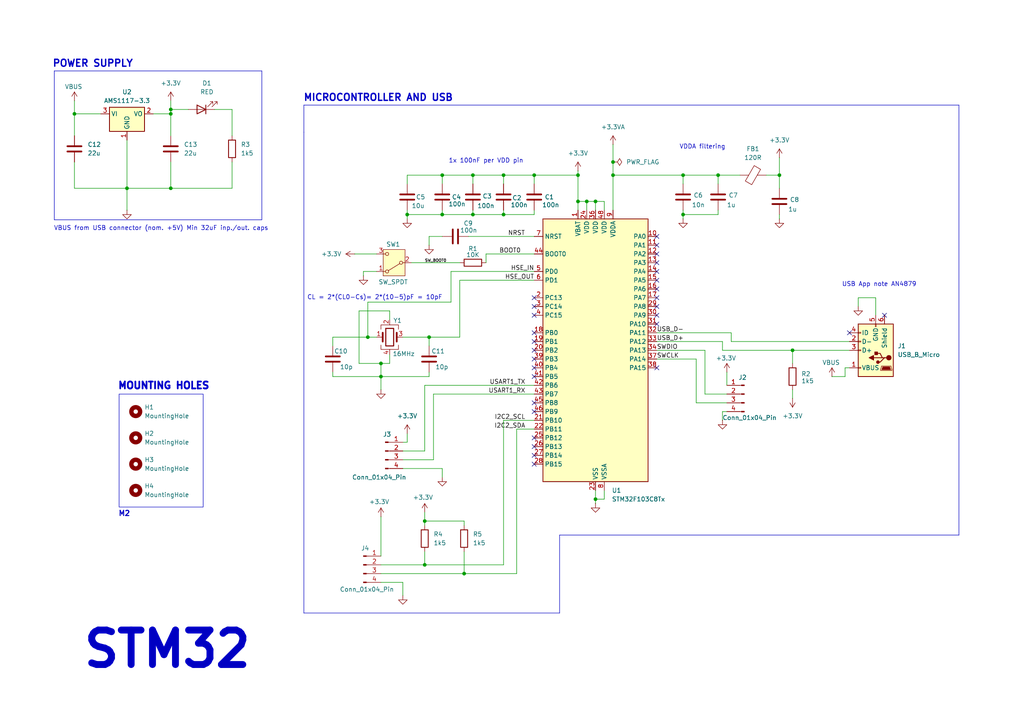
<source format=kicad_sch>
(kicad_sch
	(version 20231120)
	(generator "eeschema")
	(generator_version "8.0")
	(uuid "a5f0c2a6-3f27-4da5-ab01-6bcec9513b4f")
	(paper "A4")
	(title_block
		(title "STM32 PCB")
		(date "16.06.2025")
	)
	(lib_symbols
		(symbol "Connector:Conn_01x04_Pin"
			(pin_names
				(offset 1.016) hide)
			(exclude_from_sim no)
			(in_bom yes)
			(on_board yes)
			(property "Reference" "J"
				(at 0 5.08 0)
				(effects
					(font
						(size 1.27 1.27)
					)
				)
			)
			(property "Value" "Conn_01x04_Pin"
				(at 0 -7.62 0)
				(effects
					(font
						(size 1.27 1.27)
					)
				)
			)
			(property "Footprint" ""
				(at 0 0 0)
				(effects
					(font
						(size 1.27 1.27)
					)
					(hide yes)
				)
			)
			(property "Datasheet" "~"
				(at 0 0 0)
				(effects
					(font
						(size 1.27 1.27)
					)
					(hide yes)
				)
			)
			(property "Description" "Generic connector, single row, 01x04, script generated"
				(at 0 0 0)
				(effects
					(font
						(size 1.27 1.27)
					)
					(hide yes)
				)
			)
			(property "ki_locked" ""
				(at 0 0 0)
				(effects
					(font
						(size 1.27 1.27)
					)
				)
			)
			(property "ki_keywords" "connector"
				(at 0 0 0)
				(effects
					(font
						(size 1.27 1.27)
					)
					(hide yes)
				)
			)
			(property "ki_fp_filters" "Connector*:*_1x??_*"
				(at 0 0 0)
				(effects
					(font
						(size 1.27 1.27)
					)
					(hide yes)
				)
			)
			(symbol "Conn_01x04_Pin_1_1"
				(polyline
					(pts
						(xy 1.27 -5.08) (xy 0.8636 -5.08)
					)
					(stroke
						(width 0.1524)
						(type default)
					)
					(fill
						(type none)
					)
				)
				(polyline
					(pts
						(xy 1.27 -2.54) (xy 0.8636 -2.54)
					)
					(stroke
						(width 0.1524)
						(type default)
					)
					(fill
						(type none)
					)
				)
				(polyline
					(pts
						(xy 1.27 0) (xy 0.8636 0)
					)
					(stroke
						(width 0.1524)
						(type default)
					)
					(fill
						(type none)
					)
				)
				(polyline
					(pts
						(xy 1.27 2.54) (xy 0.8636 2.54)
					)
					(stroke
						(width 0.1524)
						(type default)
					)
					(fill
						(type none)
					)
				)
				(rectangle
					(start 0.8636 -4.953)
					(end 0 -5.207)
					(stroke
						(width 0.1524)
						(type default)
					)
					(fill
						(type outline)
					)
				)
				(rectangle
					(start 0.8636 -2.413)
					(end 0 -2.667)
					(stroke
						(width 0.1524)
						(type default)
					)
					(fill
						(type outline)
					)
				)
				(rectangle
					(start 0.8636 0.127)
					(end 0 -0.127)
					(stroke
						(width 0.1524)
						(type default)
					)
					(fill
						(type outline)
					)
				)
				(rectangle
					(start 0.8636 2.667)
					(end 0 2.413)
					(stroke
						(width 0.1524)
						(type default)
					)
					(fill
						(type outline)
					)
				)
				(pin passive line
					(at 5.08 2.54 180)
					(length 3.81)
					(name "Pin_1"
						(effects
							(font
								(size 1.27 1.27)
							)
						)
					)
					(number "1"
						(effects
							(font
								(size 1.27 1.27)
							)
						)
					)
				)
				(pin passive line
					(at 5.08 0 180)
					(length 3.81)
					(name "Pin_2"
						(effects
							(font
								(size 1.27 1.27)
							)
						)
					)
					(number "2"
						(effects
							(font
								(size 1.27 1.27)
							)
						)
					)
				)
				(pin passive line
					(at 5.08 -2.54 180)
					(length 3.81)
					(name "Pin_3"
						(effects
							(font
								(size 1.27 1.27)
							)
						)
					)
					(number "3"
						(effects
							(font
								(size 1.27 1.27)
							)
						)
					)
				)
				(pin passive line
					(at 5.08 -5.08 180)
					(length 3.81)
					(name "Pin_4"
						(effects
							(font
								(size 1.27 1.27)
							)
						)
					)
					(number "4"
						(effects
							(font
								(size 1.27 1.27)
							)
						)
					)
				)
			)
		)
		(symbol "Connector:USB_B_Micro"
			(pin_names
				(offset 1.016)
			)
			(exclude_from_sim no)
			(in_bom yes)
			(on_board yes)
			(property "Reference" "J"
				(at -5.08 11.43 0)
				(effects
					(font
						(size 1.27 1.27)
					)
					(justify left)
				)
			)
			(property "Value" "USB_B_Micro"
				(at -5.08 8.89 0)
				(effects
					(font
						(size 1.27 1.27)
					)
					(justify left)
				)
			)
			(property "Footprint" ""
				(at 3.81 -1.27 0)
				(effects
					(font
						(size 1.27 1.27)
					)
					(hide yes)
				)
			)
			(property "Datasheet" "~"
				(at 3.81 -1.27 0)
				(effects
					(font
						(size 1.27 1.27)
					)
					(hide yes)
				)
			)
			(property "Description" "USB Micro Type B connector"
				(at 0 0 0)
				(effects
					(font
						(size 1.27 1.27)
					)
					(hide yes)
				)
			)
			(property "ki_keywords" "connector USB micro"
				(at 0 0 0)
				(effects
					(font
						(size 1.27 1.27)
					)
					(hide yes)
				)
			)
			(property "ki_fp_filters" "USB*"
				(at 0 0 0)
				(effects
					(font
						(size 1.27 1.27)
					)
					(hide yes)
				)
			)
			(symbol "USB_B_Micro_0_1"
				(rectangle
					(start -5.08 -7.62)
					(end 5.08 7.62)
					(stroke
						(width 0.254)
						(type default)
					)
					(fill
						(type background)
					)
				)
				(circle
					(center -3.81 2.159)
					(radius 0.635)
					(stroke
						(width 0.254)
						(type default)
					)
					(fill
						(type outline)
					)
				)
				(circle
					(center -0.635 3.429)
					(radius 0.381)
					(stroke
						(width 0.254)
						(type default)
					)
					(fill
						(type outline)
					)
				)
				(rectangle
					(start -0.127 -7.62)
					(end 0.127 -6.858)
					(stroke
						(width 0)
						(type default)
					)
					(fill
						(type none)
					)
				)
				(polyline
					(pts
						(xy -1.905 2.159) (xy 0.635 2.159)
					)
					(stroke
						(width 0.254)
						(type default)
					)
					(fill
						(type none)
					)
				)
				(polyline
					(pts
						(xy -3.175 2.159) (xy -2.54 2.159) (xy -1.27 3.429) (xy -0.635 3.429)
					)
					(stroke
						(width 0.254)
						(type default)
					)
					(fill
						(type none)
					)
				)
				(polyline
					(pts
						(xy -2.54 2.159) (xy -1.905 2.159) (xy -1.27 0.889) (xy 0 0.889)
					)
					(stroke
						(width 0.254)
						(type default)
					)
					(fill
						(type none)
					)
				)
				(polyline
					(pts
						(xy 0.635 2.794) (xy 0.635 1.524) (xy 1.905 2.159) (xy 0.635 2.794)
					)
					(stroke
						(width 0.254)
						(type default)
					)
					(fill
						(type outline)
					)
				)
				(polyline
					(pts
						(xy -4.318 5.588) (xy -1.778 5.588) (xy -2.032 4.826) (xy -4.064 4.826) (xy -4.318 5.588)
					)
					(stroke
						(width 0)
						(type default)
					)
					(fill
						(type outline)
					)
				)
				(polyline
					(pts
						(xy -4.699 5.842) (xy -4.699 5.588) (xy -4.445 4.826) (xy -4.445 4.572) (xy -1.651 4.572) (xy -1.651 4.826)
						(xy -1.397 5.588) (xy -1.397 5.842) (xy -4.699 5.842)
					)
					(stroke
						(width 0)
						(type default)
					)
					(fill
						(type none)
					)
				)
				(rectangle
					(start 0.254 1.27)
					(end -0.508 0.508)
					(stroke
						(width 0.254)
						(type default)
					)
					(fill
						(type outline)
					)
				)
				(rectangle
					(start 5.08 -5.207)
					(end 4.318 -4.953)
					(stroke
						(width 0)
						(type default)
					)
					(fill
						(type none)
					)
				)
				(rectangle
					(start 5.08 -2.667)
					(end 4.318 -2.413)
					(stroke
						(width 0)
						(type default)
					)
					(fill
						(type none)
					)
				)
				(rectangle
					(start 5.08 -0.127)
					(end 4.318 0.127)
					(stroke
						(width 0)
						(type default)
					)
					(fill
						(type none)
					)
				)
				(rectangle
					(start 5.08 4.953)
					(end 4.318 5.207)
					(stroke
						(width 0)
						(type default)
					)
					(fill
						(type none)
					)
				)
			)
			(symbol "USB_B_Micro_1_1"
				(pin power_out line
					(at 7.62 5.08 180)
					(length 2.54)
					(name "VBUS"
						(effects
							(font
								(size 1.27 1.27)
							)
						)
					)
					(number "1"
						(effects
							(font
								(size 1.27 1.27)
							)
						)
					)
				)
				(pin bidirectional line
					(at 7.62 -2.54 180)
					(length 2.54)
					(name "D-"
						(effects
							(font
								(size 1.27 1.27)
							)
						)
					)
					(number "2"
						(effects
							(font
								(size 1.27 1.27)
							)
						)
					)
				)
				(pin bidirectional line
					(at 7.62 0 180)
					(length 2.54)
					(name "D+"
						(effects
							(font
								(size 1.27 1.27)
							)
						)
					)
					(number "3"
						(effects
							(font
								(size 1.27 1.27)
							)
						)
					)
				)
				(pin passive line
					(at 7.62 -5.08 180)
					(length 2.54)
					(name "ID"
						(effects
							(font
								(size 1.27 1.27)
							)
						)
					)
					(number "4"
						(effects
							(font
								(size 1.27 1.27)
							)
						)
					)
				)
				(pin power_out line
					(at 0 -10.16 90)
					(length 2.54)
					(name "GND"
						(effects
							(font
								(size 1.27 1.27)
							)
						)
					)
					(number "5"
						(effects
							(font
								(size 1.27 1.27)
							)
						)
					)
				)
				(pin passive line
					(at -2.54 -10.16 90)
					(length 2.54)
					(name "Shield"
						(effects
							(font
								(size 1.27 1.27)
							)
						)
					)
					(number "6"
						(effects
							(font
								(size 1.27 1.27)
							)
						)
					)
				)
			)
		)
		(symbol "Device:C"
			(pin_numbers hide)
			(pin_names
				(offset 0.254)
			)
			(exclude_from_sim no)
			(in_bom yes)
			(on_board yes)
			(property "Reference" "C"
				(at 0.635 2.54 0)
				(effects
					(font
						(size 1.27 1.27)
					)
					(justify left)
				)
			)
			(property "Value" "C"
				(at 0.635 -2.54 0)
				(effects
					(font
						(size 1.27 1.27)
					)
					(justify left)
				)
			)
			(property "Footprint" ""
				(at 0.9652 -3.81 0)
				(effects
					(font
						(size 1.27 1.27)
					)
					(hide yes)
				)
			)
			(property "Datasheet" "~"
				(at 0 0 0)
				(effects
					(font
						(size 1.27 1.27)
					)
					(hide yes)
				)
			)
			(property "Description" "Unpolarized capacitor"
				(at 0 0 0)
				(effects
					(font
						(size 1.27 1.27)
					)
					(hide yes)
				)
			)
			(property "ki_keywords" "cap capacitor"
				(at 0 0 0)
				(effects
					(font
						(size 1.27 1.27)
					)
					(hide yes)
				)
			)
			(property "ki_fp_filters" "C_*"
				(at 0 0 0)
				(effects
					(font
						(size 1.27 1.27)
					)
					(hide yes)
				)
			)
			(symbol "C_0_1"
				(polyline
					(pts
						(xy -2.032 -0.762) (xy 2.032 -0.762)
					)
					(stroke
						(width 0.508)
						(type default)
					)
					(fill
						(type none)
					)
				)
				(polyline
					(pts
						(xy -2.032 0.762) (xy 2.032 0.762)
					)
					(stroke
						(width 0.508)
						(type default)
					)
					(fill
						(type none)
					)
				)
			)
			(symbol "C_1_1"
				(pin passive line
					(at 0 3.81 270)
					(length 2.794)
					(name "~"
						(effects
							(font
								(size 1.27 1.27)
							)
						)
					)
					(number "1"
						(effects
							(font
								(size 1.27 1.27)
							)
						)
					)
				)
				(pin passive line
					(at 0 -3.81 90)
					(length 2.794)
					(name "~"
						(effects
							(font
								(size 1.27 1.27)
							)
						)
					)
					(number "2"
						(effects
							(font
								(size 1.27 1.27)
							)
						)
					)
				)
			)
		)
		(symbol "Device:Crystal_GND24"
			(pin_names
				(offset 1.016) hide)
			(exclude_from_sim no)
			(in_bom yes)
			(on_board yes)
			(property "Reference" "Y"
				(at 3.175 5.08 0)
				(effects
					(font
						(size 1.27 1.27)
					)
					(justify left)
				)
			)
			(property "Value" "Crystal_GND24"
				(at 3.175 3.175 0)
				(effects
					(font
						(size 1.27 1.27)
					)
					(justify left)
				)
			)
			(property "Footprint" ""
				(at 0 0 0)
				(effects
					(font
						(size 1.27 1.27)
					)
					(hide yes)
				)
			)
			(property "Datasheet" "~"
				(at 0 0 0)
				(effects
					(font
						(size 1.27 1.27)
					)
					(hide yes)
				)
			)
			(property "Description" "Four pin crystal, GND on pins 2 and 4"
				(at 0 0 0)
				(effects
					(font
						(size 1.27 1.27)
					)
					(hide yes)
				)
			)
			(property "ki_keywords" "quartz ceramic resonator oscillator"
				(at 0 0 0)
				(effects
					(font
						(size 1.27 1.27)
					)
					(hide yes)
				)
			)
			(property "ki_fp_filters" "Crystal*"
				(at 0 0 0)
				(effects
					(font
						(size 1.27 1.27)
					)
					(hide yes)
				)
			)
			(symbol "Crystal_GND24_0_1"
				(rectangle
					(start -1.143 2.54)
					(end 1.143 -2.54)
					(stroke
						(width 0.3048)
						(type default)
					)
					(fill
						(type none)
					)
				)
				(polyline
					(pts
						(xy -2.54 0) (xy -2.032 0)
					)
					(stroke
						(width 0)
						(type default)
					)
					(fill
						(type none)
					)
				)
				(polyline
					(pts
						(xy -2.032 -1.27) (xy -2.032 1.27)
					)
					(stroke
						(width 0.508)
						(type default)
					)
					(fill
						(type none)
					)
				)
				(polyline
					(pts
						(xy 0 -3.81) (xy 0 -3.556)
					)
					(stroke
						(width 0)
						(type default)
					)
					(fill
						(type none)
					)
				)
				(polyline
					(pts
						(xy 0 3.556) (xy 0 3.81)
					)
					(stroke
						(width 0)
						(type default)
					)
					(fill
						(type none)
					)
				)
				(polyline
					(pts
						(xy 2.032 -1.27) (xy 2.032 1.27)
					)
					(stroke
						(width 0.508)
						(type default)
					)
					(fill
						(type none)
					)
				)
				(polyline
					(pts
						(xy 2.032 0) (xy 2.54 0)
					)
					(stroke
						(width 0)
						(type default)
					)
					(fill
						(type none)
					)
				)
				(polyline
					(pts
						(xy -2.54 -2.286) (xy -2.54 -3.556) (xy 2.54 -3.556) (xy 2.54 -2.286)
					)
					(stroke
						(width 0)
						(type default)
					)
					(fill
						(type none)
					)
				)
				(polyline
					(pts
						(xy -2.54 2.286) (xy -2.54 3.556) (xy 2.54 3.556) (xy 2.54 2.286)
					)
					(stroke
						(width 0)
						(type default)
					)
					(fill
						(type none)
					)
				)
			)
			(symbol "Crystal_GND24_1_1"
				(pin passive line
					(at -3.81 0 0)
					(length 1.27)
					(name "1"
						(effects
							(font
								(size 1.27 1.27)
							)
						)
					)
					(number "1"
						(effects
							(font
								(size 1.27 1.27)
							)
						)
					)
				)
				(pin passive line
					(at 0 5.08 270)
					(length 1.27)
					(name "2"
						(effects
							(font
								(size 1.27 1.27)
							)
						)
					)
					(number "2"
						(effects
							(font
								(size 1.27 1.27)
							)
						)
					)
				)
				(pin passive line
					(at 3.81 0 180)
					(length 1.27)
					(name "3"
						(effects
							(font
								(size 1.27 1.27)
							)
						)
					)
					(number "3"
						(effects
							(font
								(size 1.27 1.27)
							)
						)
					)
				)
				(pin passive line
					(at 0 -5.08 90)
					(length 1.27)
					(name "4"
						(effects
							(font
								(size 1.27 1.27)
							)
						)
					)
					(number "4"
						(effects
							(font
								(size 1.27 1.27)
							)
						)
					)
				)
			)
		)
		(symbol "Device:FerriteBead"
			(pin_numbers hide)
			(pin_names
				(offset 0)
			)
			(exclude_from_sim no)
			(in_bom yes)
			(on_board yes)
			(property "Reference" "FB"
				(at -3.81 0.635 90)
				(effects
					(font
						(size 1.27 1.27)
					)
				)
			)
			(property "Value" "FerriteBead"
				(at 3.81 0 90)
				(effects
					(font
						(size 1.27 1.27)
					)
				)
			)
			(property "Footprint" ""
				(at -1.778 0 90)
				(effects
					(font
						(size 1.27 1.27)
					)
					(hide yes)
				)
			)
			(property "Datasheet" "~"
				(at 0 0 0)
				(effects
					(font
						(size 1.27 1.27)
					)
					(hide yes)
				)
			)
			(property "Description" "Ferrite bead"
				(at 0 0 0)
				(effects
					(font
						(size 1.27 1.27)
					)
					(hide yes)
				)
			)
			(property "ki_keywords" "L ferrite bead inductor filter"
				(at 0 0 0)
				(effects
					(font
						(size 1.27 1.27)
					)
					(hide yes)
				)
			)
			(property "ki_fp_filters" "Inductor_* L_* *Ferrite*"
				(at 0 0 0)
				(effects
					(font
						(size 1.27 1.27)
					)
					(hide yes)
				)
			)
			(symbol "FerriteBead_0_1"
				(polyline
					(pts
						(xy 0 -1.27) (xy 0 -1.2192)
					)
					(stroke
						(width 0)
						(type default)
					)
					(fill
						(type none)
					)
				)
				(polyline
					(pts
						(xy 0 1.27) (xy 0 1.2954)
					)
					(stroke
						(width 0)
						(type default)
					)
					(fill
						(type none)
					)
				)
				(polyline
					(pts
						(xy -2.7686 0.4064) (xy -1.7018 2.2606) (xy 2.7686 -0.3048) (xy 1.6764 -2.159) (xy -2.7686 0.4064)
					)
					(stroke
						(width 0)
						(type default)
					)
					(fill
						(type none)
					)
				)
			)
			(symbol "FerriteBead_1_1"
				(pin passive line
					(at 0 3.81 270)
					(length 2.54)
					(name "~"
						(effects
							(font
								(size 1.27 1.27)
							)
						)
					)
					(number "1"
						(effects
							(font
								(size 1.27 1.27)
							)
						)
					)
				)
				(pin passive line
					(at 0 -3.81 90)
					(length 2.54)
					(name "~"
						(effects
							(font
								(size 1.27 1.27)
							)
						)
					)
					(number "2"
						(effects
							(font
								(size 1.27 1.27)
							)
						)
					)
				)
			)
		)
		(symbol "Device:LED"
			(pin_numbers hide)
			(pin_names
				(offset 1.016) hide)
			(exclude_from_sim no)
			(in_bom yes)
			(on_board yes)
			(property "Reference" "D"
				(at 0 2.54 0)
				(effects
					(font
						(size 1.27 1.27)
					)
				)
			)
			(property "Value" "LED"
				(at 0 -2.54 0)
				(effects
					(font
						(size 1.27 1.27)
					)
				)
			)
			(property "Footprint" ""
				(at 0 0 0)
				(effects
					(font
						(size 1.27 1.27)
					)
					(hide yes)
				)
			)
			(property "Datasheet" "~"
				(at 0 0 0)
				(effects
					(font
						(size 1.27 1.27)
					)
					(hide yes)
				)
			)
			(property "Description" "Light emitting diode"
				(at 0 0 0)
				(effects
					(font
						(size 1.27 1.27)
					)
					(hide yes)
				)
			)
			(property "ki_keywords" "LED diode"
				(at 0 0 0)
				(effects
					(font
						(size 1.27 1.27)
					)
					(hide yes)
				)
			)
			(property "ki_fp_filters" "LED* LED_SMD:* LED_THT:*"
				(at 0 0 0)
				(effects
					(font
						(size 1.27 1.27)
					)
					(hide yes)
				)
			)
			(symbol "LED_0_1"
				(polyline
					(pts
						(xy -1.27 -1.27) (xy -1.27 1.27)
					)
					(stroke
						(width 0.254)
						(type default)
					)
					(fill
						(type none)
					)
				)
				(polyline
					(pts
						(xy -1.27 0) (xy 1.27 0)
					)
					(stroke
						(width 0)
						(type default)
					)
					(fill
						(type none)
					)
				)
				(polyline
					(pts
						(xy 1.27 -1.27) (xy 1.27 1.27) (xy -1.27 0) (xy 1.27 -1.27)
					)
					(stroke
						(width 0.254)
						(type default)
					)
					(fill
						(type none)
					)
				)
				(polyline
					(pts
						(xy -3.048 -0.762) (xy -4.572 -2.286) (xy -3.81 -2.286) (xy -4.572 -2.286) (xy -4.572 -1.524)
					)
					(stroke
						(width 0)
						(type default)
					)
					(fill
						(type none)
					)
				)
				(polyline
					(pts
						(xy -1.778 -0.762) (xy -3.302 -2.286) (xy -2.54 -2.286) (xy -3.302 -2.286) (xy -3.302 -1.524)
					)
					(stroke
						(width 0)
						(type default)
					)
					(fill
						(type none)
					)
				)
			)
			(symbol "LED_1_1"
				(pin passive line
					(at -3.81 0 0)
					(length 2.54)
					(name "K"
						(effects
							(font
								(size 1.27 1.27)
							)
						)
					)
					(number "1"
						(effects
							(font
								(size 1.27 1.27)
							)
						)
					)
				)
				(pin passive line
					(at 3.81 0 180)
					(length 2.54)
					(name "A"
						(effects
							(font
								(size 1.27 1.27)
							)
						)
					)
					(number "2"
						(effects
							(font
								(size 1.27 1.27)
							)
						)
					)
				)
			)
		)
		(symbol "Device:R"
			(pin_numbers hide)
			(pin_names
				(offset 0)
			)
			(exclude_from_sim no)
			(in_bom yes)
			(on_board yes)
			(property "Reference" "R"
				(at 2.032 0 90)
				(effects
					(font
						(size 1.27 1.27)
					)
				)
			)
			(property "Value" "R"
				(at 0 0 90)
				(effects
					(font
						(size 1.27 1.27)
					)
				)
			)
			(property "Footprint" ""
				(at -1.778 0 90)
				(effects
					(font
						(size 1.27 1.27)
					)
					(hide yes)
				)
			)
			(property "Datasheet" "~"
				(at 0 0 0)
				(effects
					(font
						(size 1.27 1.27)
					)
					(hide yes)
				)
			)
			(property "Description" "Resistor"
				(at 0 0 0)
				(effects
					(font
						(size 1.27 1.27)
					)
					(hide yes)
				)
			)
			(property "ki_keywords" "R res resistor"
				(at 0 0 0)
				(effects
					(font
						(size 1.27 1.27)
					)
					(hide yes)
				)
			)
			(property "ki_fp_filters" "R_*"
				(at 0 0 0)
				(effects
					(font
						(size 1.27 1.27)
					)
					(hide yes)
				)
			)
			(symbol "R_0_1"
				(rectangle
					(start -1.016 -2.54)
					(end 1.016 2.54)
					(stroke
						(width 0.254)
						(type default)
					)
					(fill
						(type none)
					)
				)
			)
			(symbol "R_1_1"
				(pin passive line
					(at 0 3.81 270)
					(length 1.27)
					(name "~"
						(effects
							(font
								(size 1.27 1.27)
							)
						)
					)
					(number "1"
						(effects
							(font
								(size 1.27 1.27)
							)
						)
					)
				)
				(pin passive line
					(at 0 -3.81 90)
					(length 1.27)
					(name "~"
						(effects
							(font
								(size 1.27 1.27)
							)
						)
					)
					(number "2"
						(effects
							(font
								(size 1.27 1.27)
							)
						)
					)
				)
			)
		)
		(symbol "MCU_ST_STM32F1:STM32F103C8Tx"
			(exclude_from_sim no)
			(in_bom yes)
			(on_board yes)
			(property "Reference" "U"
				(at -15.24 39.37 0)
				(effects
					(font
						(size 1.27 1.27)
					)
					(justify left)
				)
			)
			(property "Value" "STM32F103C8Tx"
				(at 7.62 39.37 0)
				(effects
					(font
						(size 1.27 1.27)
					)
					(justify left)
				)
			)
			(property "Footprint" "Package_QFP:LQFP-48_7x7mm_P0.5mm"
				(at -15.24 -38.1 0)
				(effects
					(font
						(size 1.27 1.27)
					)
					(justify right)
					(hide yes)
				)
			)
			(property "Datasheet" "https://www.st.com/resource/en/datasheet/stm32f103c8.pdf"
				(at 0 0 0)
				(effects
					(font
						(size 1.27 1.27)
					)
					(hide yes)
				)
			)
			(property "Description" "STMicroelectronics Arm Cortex-M3 MCU, 64KB flash, 20KB RAM, 72 MHz, 2.0-3.6V, 37 GPIO, LQFP48"
				(at 0 0 0)
				(effects
					(font
						(size 1.27 1.27)
					)
					(hide yes)
				)
			)
			(property "ki_keywords" "Arm Cortex-M3 STM32F1 STM32F103"
				(at 0 0 0)
				(effects
					(font
						(size 1.27 1.27)
					)
					(hide yes)
				)
			)
			(property "ki_fp_filters" "LQFP*7x7mm*P0.5mm*"
				(at 0 0 0)
				(effects
					(font
						(size 1.27 1.27)
					)
					(hide yes)
				)
			)
			(symbol "STM32F103C8Tx_0_1"
				(rectangle
					(start -15.24 -38.1)
					(end 15.24 38.1)
					(stroke
						(width 0.254)
						(type default)
					)
					(fill
						(type background)
					)
				)
			)
			(symbol "STM32F103C8Tx_1_1"
				(pin power_in line
					(at -5.08 40.64 270)
					(length 2.54)
					(name "VBAT"
						(effects
							(font
								(size 1.27 1.27)
							)
						)
					)
					(number "1"
						(effects
							(font
								(size 1.27 1.27)
							)
						)
					)
				)
				(pin bidirectional line
					(at 17.78 33.02 180)
					(length 2.54)
					(name "PA0"
						(effects
							(font
								(size 1.27 1.27)
							)
						)
					)
					(number "10"
						(effects
							(font
								(size 1.27 1.27)
							)
						)
					)
					(alternate "ADC1_IN0" bidirectional line)
					(alternate "ADC2_IN0" bidirectional line)
					(alternate "SYS_WKUP" bidirectional line)
					(alternate "TIM2_CH1" bidirectional line)
					(alternate "TIM2_ETR" bidirectional line)
					(alternate "USART2_CTS" bidirectional line)
				)
				(pin bidirectional line
					(at 17.78 30.48 180)
					(length 2.54)
					(name "PA1"
						(effects
							(font
								(size 1.27 1.27)
							)
						)
					)
					(number "11"
						(effects
							(font
								(size 1.27 1.27)
							)
						)
					)
					(alternate "ADC1_IN1" bidirectional line)
					(alternate "ADC2_IN1" bidirectional line)
					(alternate "TIM2_CH2" bidirectional line)
					(alternate "USART2_RTS" bidirectional line)
				)
				(pin bidirectional line
					(at 17.78 27.94 180)
					(length 2.54)
					(name "PA2"
						(effects
							(font
								(size 1.27 1.27)
							)
						)
					)
					(number "12"
						(effects
							(font
								(size 1.27 1.27)
							)
						)
					)
					(alternate "ADC1_IN2" bidirectional line)
					(alternate "ADC2_IN2" bidirectional line)
					(alternate "TIM2_CH3" bidirectional line)
					(alternate "USART2_TX" bidirectional line)
				)
				(pin bidirectional line
					(at 17.78 25.4 180)
					(length 2.54)
					(name "PA3"
						(effects
							(font
								(size 1.27 1.27)
							)
						)
					)
					(number "13"
						(effects
							(font
								(size 1.27 1.27)
							)
						)
					)
					(alternate "ADC1_IN3" bidirectional line)
					(alternate "ADC2_IN3" bidirectional line)
					(alternate "TIM2_CH4" bidirectional line)
					(alternate "USART2_RX" bidirectional line)
				)
				(pin bidirectional line
					(at 17.78 22.86 180)
					(length 2.54)
					(name "PA4"
						(effects
							(font
								(size 1.27 1.27)
							)
						)
					)
					(number "14"
						(effects
							(font
								(size 1.27 1.27)
							)
						)
					)
					(alternate "ADC1_IN4" bidirectional line)
					(alternate "ADC2_IN4" bidirectional line)
					(alternate "SPI1_NSS" bidirectional line)
					(alternate "USART2_CK" bidirectional line)
				)
				(pin bidirectional line
					(at 17.78 20.32 180)
					(length 2.54)
					(name "PA5"
						(effects
							(font
								(size 1.27 1.27)
							)
						)
					)
					(number "15"
						(effects
							(font
								(size 1.27 1.27)
							)
						)
					)
					(alternate "ADC1_IN5" bidirectional line)
					(alternate "ADC2_IN5" bidirectional line)
					(alternate "SPI1_SCK" bidirectional line)
				)
				(pin bidirectional line
					(at 17.78 17.78 180)
					(length 2.54)
					(name "PA6"
						(effects
							(font
								(size 1.27 1.27)
							)
						)
					)
					(number "16"
						(effects
							(font
								(size 1.27 1.27)
							)
						)
					)
					(alternate "ADC1_IN6" bidirectional line)
					(alternate "ADC2_IN6" bidirectional line)
					(alternate "SPI1_MISO" bidirectional line)
					(alternate "TIM1_BKIN" bidirectional line)
					(alternate "TIM3_CH1" bidirectional line)
				)
				(pin bidirectional line
					(at 17.78 15.24 180)
					(length 2.54)
					(name "PA7"
						(effects
							(font
								(size 1.27 1.27)
							)
						)
					)
					(number "17"
						(effects
							(font
								(size 1.27 1.27)
							)
						)
					)
					(alternate "ADC1_IN7" bidirectional line)
					(alternate "ADC2_IN7" bidirectional line)
					(alternate "SPI1_MOSI" bidirectional line)
					(alternate "TIM1_CH1N" bidirectional line)
					(alternate "TIM3_CH2" bidirectional line)
				)
				(pin bidirectional line
					(at -17.78 5.08 0)
					(length 2.54)
					(name "PB0"
						(effects
							(font
								(size 1.27 1.27)
							)
						)
					)
					(number "18"
						(effects
							(font
								(size 1.27 1.27)
							)
						)
					)
					(alternate "ADC1_IN8" bidirectional line)
					(alternate "ADC2_IN8" bidirectional line)
					(alternate "TIM1_CH2N" bidirectional line)
					(alternate "TIM3_CH3" bidirectional line)
				)
				(pin bidirectional line
					(at -17.78 2.54 0)
					(length 2.54)
					(name "PB1"
						(effects
							(font
								(size 1.27 1.27)
							)
						)
					)
					(number "19"
						(effects
							(font
								(size 1.27 1.27)
							)
						)
					)
					(alternate "ADC1_IN9" bidirectional line)
					(alternate "ADC2_IN9" bidirectional line)
					(alternate "TIM1_CH3N" bidirectional line)
					(alternate "TIM3_CH4" bidirectional line)
				)
				(pin bidirectional line
					(at -17.78 15.24 0)
					(length 2.54)
					(name "PC13"
						(effects
							(font
								(size 1.27 1.27)
							)
						)
					)
					(number "2"
						(effects
							(font
								(size 1.27 1.27)
							)
						)
					)
					(alternate "RTC_OUT" bidirectional line)
					(alternate "RTC_TAMPER" bidirectional line)
				)
				(pin bidirectional line
					(at -17.78 0 0)
					(length 2.54)
					(name "PB2"
						(effects
							(font
								(size 1.27 1.27)
							)
						)
					)
					(number "20"
						(effects
							(font
								(size 1.27 1.27)
							)
						)
					)
				)
				(pin bidirectional line
					(at -17.78 -20.32 0)
					(length 2.54)
					(name "PB10"
						(effects
							(font
								(size 1.27 1.27)
							)
						)
					)
					(number "21"
						(effects
							(font
								(size 1.27 1.27)
							)
						)
					)
					(alternate "I2C2_SCL" bidirectional line)
					(alternate "TIM2_CH3" bidirectional line)
					(alternate "USART3_TX" bidirectional line)
				)
				(pin bidirectional line
					(at -17.78 -22.86 0)
					(length 2.54)
					(name "PB11"
						(effects
							(font
								(size 1.27 1.27)
							)
						)
					)
					(number "22"
						(effects
							(font
								(size 1.27 1.27)
							)
						)
					)
					(alternate "ADC1_EXTI11" bidirectional line)
					(alternate "ADC2_EXTI11" bidirectional line)
					(alternate "I2C2_SDA" bidirectional line)
					(alternate "TIM2_CH4" bidirectional line)
					(alternate "USART3_RX" bidirectional line)
				)
				(pin power_in line
					(at 0 -40.64 90)
					(length 2.54)
					(name "VSS"
						(effects
							(font
								(size 1.27 1.27)
							)
						)
					)
					(number "23"
						(effects
							(font
								(size 1.27 1.27)
							)
						)
					)
				)
				(pin power_in line
					(at -2.54 40.64 270)
					(length 2.54)
					(name "VDD"
						(effects
							(font
								(size 1.27 1.27)
							)
						)
					)
					(number "24"
						(effects
							(font
								(size 1.27 1.27)
							)
						)
					)
				)
				(pin bidirectional line
					(at -17.78 -25.4 0)
					(length 2.54)
					(name "PB12"
						(effects
							(font
								(size 1.27 1.27)
							)
						)
					)
					(number "25"
						(effects
							(font
								(size 1.27 1.27)
							)
						)
					)
					(alternate "I2C2_SMBA" bidirectional line)
					(alternate "SPI2_NSS" bidirectional line)
					(alternate "TIM1_BKIN" bidirectional line)
					(alternate "USART3_CK" bidirectional line)
				)
				(pin bidirectional line
					(at -17.78 -27.94 0)
					(length 2.54)
					(name "PB13"
						(effects
							(font
								(size 1.27 1.27)
							)
						)
					)
					(number "26"
						(effects
							(font
								(size 1.27 1.27)
							)
						)
					)
					(alternate "SPI2_SCK" bidirectional line)
					(alternate "TIM1_CH1N" bidirectional line)
					(alternate "USART3_CTS" bidirectional line)
				)
				(pin bidirectional line
					(at -17.78 -30.48 0)
					(length 2.54)
					(name "PB14"
						(effects
							(font
								(size 1.27 1.27)
							)
						)
					)
					(number "27"
						(effects
							(font
								(size 1.27 1.27)
							)
						)
					)
					(alternate "SPI2_MISO" bidirectional line)
					(alternate "TIM1_CH2N" bidirectional line)
					(alternate "USART3_RTS" bidirectional line)
				)
				(pin bidirectional line
					(at -17.78 -33.02 0)
					(length 2.54)
					(name "PB15"
						(effects
							(font
								(size 1.27 1.27)
							)
						)
					)
					(number "28"
						(effects
							(font
								(size 1.27 1.27)
							)
						)
					)
					(alternate "ADC1_EXTI15" bidirectional line)
					(alternate "ADC2_EXTI15" bidirectional line)
					(alternate "SPI2_MOSI" bidirectional line)
					(alternate "TIM1_CH3N" bidirectional line)
				)
				(pin bidirectional line
					(at 17.78 12.7 180)
					(length 2.54)
					(name "PA8"
						(effects
							(font
								(size 1.27 1.27)
							)
						)
					)
					(number "29"
						(effects
							(font
								(size 1.27 1.27)
							)
						)
					)
					(alternate "RCC_MCO" bidirectional line)
					(alternate "TIM1_CH1" bidirectional line)
					(alternate "USART1_CK" bidirectional line)
				)
				(pin bidirectional line
					(at -17.78 12.7 0)
					(length 2.54)
					(name "PC14"
						(effects
							(font
								(size 1.27 1.27)
							)
						)
					)
					(number "3"
						(effects
							(font
								(size 1.27 1.27)
							)
						)
					)
					(alternate "RCC_OSC32_IN" bidirectional line)
				)
				(pin bidirectional line
					(at 17.78 10.16 180)
					(length 2.54)
					(name "PA9"
						(effects
							(font
								(size 1.27 1.27)
							)
						)
					)
					(number "30"
						(effects
							(font
								(size 1.27 1.27)
							)
						)
					)
					(alternate "TIM1_CH2" bidirectional line)
					(alternate "USART1_TX" bidirectional line)
				)
				(pin bidirectional line
					(at 17.78 7.62 180)
					(length 2.54)
					(name "PA10"
						(effects
							(font
								(size 1.27 1.27)
							)
						)
					)
					(number "31"
						(effects
							(font
								(size 1.27 1.27)
							)
						)
					)
					(alternate "TIM1_CH3" bidirectional line)
					(alternate "USART1_RX" bidirectional line)
				)
				(pin bidirectional line
					(at 17.78 5.08 180)
					(length 2.54)
					(name "PA11"
						(effects
							(font
								(size 1.27 1.27)
							)
						)
					)
					(number "32"
						(effects
							(font
								(size 1.27 1.27)
							)
						)
					)
					(alternate "ADC1_EXTI11" bidirectional line)
					(alternate "ADC2_EXTI11" bidirectional line)
					(alternate "CAN_RX" bidirectional line)
					(alternate "TIM1_CH4" bidirectional line)
					(alternate "USART1_CTS" bidirectional line)
					(alternate "USB_DM" bidirectional line)
				)
				(pin bidirectional line
					(at 17.78 2.54 180)
					(length 2.54)
					(name "PA12"
						(effects
							(font
								(size 1.27 1.27)
							)
						)
					)
					(number "33"
						(effects
							(font
								(size 1.27 1.27)
							)
						)
					)
					(alternate "CAN_TX" bidirectional line)
					(alternate "TIM1_ETR" bidirectional line)
					(alternate "USART1_RTS" bidirectional line)
					(alternate "USB_DP" bidirectional line)
				)
				(pin bidirectional line
					(at 17.78 0 180)
					(length 2.54)
					(name "PA13"
						(effects
							(font
								(size 1.27 1.27)
							)
						)
					)
					(number "34"
						(effects
							(font
								(size 1.27 1.27)
							)
						)
					)
					(alternate "SYS_JTMS-SWDIO" bidirectional line)
				)
				(pin passive line
					(at 0 -40.64 90)
					(length 2.54) hide
					(name "VSS"
						(effects
							(font
								(size 1.27 1.27)
							)
						)
					)
					(number "35"
						(effects
							(font
								(size 1.27 1.27)
							)
						)
					)
				)
				(pin power_in line
					(at 0 40.64 270)
					(length 2.54)
					(name "VDD"
						(effects
							(font
								(size 1.27 1.27)
							)
						)
					)
					(number "36"
						(effects
							(font
								(size 1.27 1.27)
							)
						)
					)
				)
				(pin bidirectional line
					(at 17.78 -2.54 180)
					(length 2.54)
					(name "PA14"
						(effects
							(font
								(size 1.27 1.27)
							)
						)
					)
					(number "37"
						(effects
							(font
								(size 1.27 1.27)
							)
						)
					)
					(alternate "SYS_JTCK-SWCLK" bidirectional line)
				)
				(pin bidirectional line
					(at 17.78 -5.08 180)
					(length 2.54)
					(name "PA15"
						(effects
							(font
								(size 1.27 1.27)
							)
						)
					)
					(number "38"
						(effects
							(font
								(size 1.27 1.27)
							)
						)
					)
					(alternate "ADC1_EXTI15" bidirectional line)
					(alternate "ADC2_EXTI15" bidirectional line)
					(alternate "SPI1_NSS" bidirectional line)
					(alternate "SYS_JTDI" bidirectional line)
					(alternate "TIM2_CH1" bidirectional line)
					(alternate "TIM2_ETR" bidirectional line)
				)
				(pin bidirectional line
					(at -17.78 -2.54 0)
					(length 2.54)
					(name "PB3"
						(effects
							(font
								(size 1.27 1.27)
							)
						)
					)
					(number "39"
						(effects
							(font
								(size 1.27 1.27)
							)
						)
					)
					(alternate "SPI1_SCK" bidirectional line)
					(alternate "SYS_JTDO-TRACESWO" bidirectional line)
					(alternate "TIM2_CH2" bidirectional line)
				)
				(pin bidirectional line
					(at -17.78 10.16 0)
					(length 2.54)
					(name "PC15"
						(effects
							(font
								(size 1.27 1.27)
							)
						)
					)
					(number "4"
						(effects
							(font
								(size 1.27 1.27)
							)
						)
					)
					(alternate "ADC1_EXTI15" bidirectional line)
					(alternate "ADC2_EXTI15" bidirectional line)
					(alternate "RCC_OSC32_OUT" bidirectional line)
				)
				(pin bidirectional line
					(at -17.78 -5.08 0)
					(length 2.54)
					(name "PB4"
						(effects
							(font
								(size 1.27 1.27)
							)
						)
					)
					(number "40"
						(effects
							(font
								(size 1.27 1.27)
							)
						)
					)
					(alternate "SPI1_MISO" bidirectional line)
					(alternate "SYS_NJTRST" bidirectional line)
					(alternate "TIM3_CH1" bidirectional line)
				)
				(pin bidirectional line
					(at -17.78 -7.62 0)
					(length 2.54)
					(name "PB5"
						(effects
							(font
								(size 1.27 1.27)
							)
						)
					)
					(number "41"
						(effects
							(font
								(size 1.27 1.27)
							)
						)
					)
					(alternate "I2C1_SMBA" bidirectional line)
					(alternate "SPI1_MOSI" bidirectional line)
					(alternate "TIM3_CH2" bidirectional line)
				)
				(pin bidirectional line
					(at -17.78 -10.16 0)
					(length 2.54)
					(name "PB6"
						(effects
							(font
								(size 1.27 1.27)
							)
						)
					)
					(number "42"
						(effects
							(font
								(size 1.27 1.27)
							)
						)
					)
					(alternate "I2C1_SCL" bidirectional line)
					(alternate "TIM4_CH1" bidirectional line)
					(alternate "USART1_TX" bidirectional line)
				)
				(pin bidirectional line
					(at -17.78 -12.7 0)
					(length 2.54)
					(name "PB7"
						(effects
							(font
								(size 1.27 1.27)
							)
						)
					)
					(number "43"
						(effects
							(font
								(size 1.27 1.27)
							)
						)
					)
					(alternate "I2C1_SDA" bidirectional line)
					(alternate "TIM4_CH2" bidirectional line)
					(alternate "USART1_RX" bidirectional line)
				)
				(pin input line
					(at -17.78 27.94 0)
					(length 2.54)
					(name "BOOT0"
						(effects
							(font
								(size 1.27 1.27)
							)
						)
					)
					(number "44"
						(effects
							(font
								(size 1.27 1.27)
							)
						)
					)
				)
				(pin bidirectional line
					(at -17.78 -15.24 0)
					(length 2.54)
					(name "PB8"
						(effects
							(font
								(size 1.27 1.27)
							)
						)
					)
					(number "45"
						(effects
							(font
								(size 1.27 1.27)
							)
						)
					)
					(alternate "CAN_RX" bidirectional line)
					(alternate "I2C1_SCL" bidirectional line)
					(alternate "TIM4_CH3" bidirectional line)
				)
				(pin bidirectional line
					(at -17.78 -17.78 0)
					(length 2.54)
					(name "PB9"
						(effects
							(font
								(size 1.27 1.27)
							)
						)
					)
					(number "46"
						(effects
							(font
								(size 1.27 1.27)
							)
						)
					)
					(alternate "CAN_TX" bidirectional line)
					(alternate "I2C1_SDA" bidirectional line)
					(alternate "TIM4_CH4" bidirectional line)
				)
				(pin passive line
					(at 0 -40.64 90)
					(length 2.54) hide
					(name "VSS"
						(effects
							(font
								(size 1.27 1.27)
							)
						)
					)
					(number "47"
						(effects
							(font
								(size 1.27 1.27)
							)
						)
					)
				)
				(pin power_in line
					(at 2.54 40.64 270)
					(length 2.54)
					(name "VDD"
						(effects
							(font
								(size 1.27 1.27)
							)
						)
					)
					(number "48"
						(effects
							(font
								(size 1.27 1.27)
							)
						)
					)
				)
				(pin bidirectional line
					(at -17.78 22.86 0)
					(length 2.54)
					(name "PD0"
						(effects
							(font
								(size 1.27 1.27)
							)
						)
					)
					(number "5"
						(effects
							(font
								(size 1.27 1.27)
							)
						)
					)
					(alternate "RCC_OSC_IN" bidirectional line)
				)
				(pin bidirectional line
					(at -17.78 20.32 0)
					(length 2.54)
					(name "PD1"
						(effects
							(font
								(size 1.27 1.27)
							)
						)
					)
					(number "6"
						(effects
							(font
								(size 1.27 1.27)
							)
						)
					)
					(alternate "RCC_OSC_OUT" bidirectional line)
				)
				(pin input line
					(at -17.78 33.02 0)
					(length 2.54)
					(name "NRST"
						(effects
							(font
								(size 1.27 1.27)
							)
						)
					)
					(number "7"
						(effects
							(font
								(size 1.27 1.27)
							)
						)
					)
				)
				(pin power_in line
					(at 2.54 -40.64 90)
					(length 2.54)
					(name "VSSA"
						(effects
							(font
								(size 1.27 1.27)
							)
						)
					)
					(number "8"
						(effects
							(font
								(size 1.27 1.27)
							)
						)
					)
				)
				(pin power_in line
					(at 5.08 40.64 270)
					(length 2.54)
					(name "VDDA"
						(effects
							(font
								(size 1.27 1.27)
							)
						)
					)
					(number "9"
						(effects
							(font
								(size 1.27 1.27)
							)
						)
					)
				)
			)
		)
		(symbol "Mechanical:MountingHole"
			(pin_names
				(offset 1.016)
			)
			(exclude_from_sim yes)
			(in_bom no)
			(on_board yes)
			(property "Reference" "H"
				(at 0 5.08 0)
				(effects
					(font
						(size 1.27 1.27)
					)
				)
			)
			(property "Value" "MountingHole"
				(at 0 3.175 0)
				(effects
					(font
						(size 1.27 1.27)
					)
				)
			)
			(property "Footprint" ""
				(at 0 0 0)
				(effects
					(font
						(size 1.27 1.27)
					)
					(hide yes)
				)
			)
			(property "Datasheet" "~"
				(at 0 0 0)
				(effects
					(font
						(size 1.27 1.27)
					)
					(hide yes)
				)
			)
			(property "Description" "Mounting Hole without connection"
				(at 0 0 0)
				(effects
					(font
						(size 1.27 1.27)
					)
					(hide yes)
				)
			)
			(property "ki_keywords" "mounting hole"
				(at 0 0 0)
				(effects
					(font
						(size 1.27 1.27)
					)
					(hide yes)
				)
			)
			(property "ki_fp_filters" "MountingHole*"
				(at 0 0 0)
				(effects
					(font
						(size 1.27 1.27)
					)
					(hide yes)
				)
			)
			(symbol "MountingHole_0_1"
				(circle
					(center 0 0)
					(radius 1.27)
					(stroke
						(width 1.27)
						(type default)
					)
					(fill
						(type none)
					)
				)
			)
		)
		(symbol "Regulator_Linear:AMS1117-3.3"
			(exclude_from_sim no)
			(in_bom yes)
			(on_board yes)
			(property "Reference" "U"
				(at -3.81 3.175 0)
				(effects
					(font
						(size 1.27 1.27)
					)
				)
			)
			(property "Value" "AMS1117-3.3"
				(at 0 3.175 0)
				(effects
					(font
						(size 1.27 1.27)
					)
					(justify left)
				)
			)
			(property "Footprint" "Package_TO_SOT_SMD:SOT-223-3_TabPin2"
				(at 0 5.08 0)
				(effects
					(font
						(size 1.27 1.27)
					)
					(hide yes)
				)
			)
			(property "Datasheet" "http://www.advanced-monolithic.com/pdf/ds1117.pdf"
				(at 2.54 -6.35 0)
				(effects
					(font
						(size 1.27 1.27)
					)
					(hide yes)
				)
			)
			(property "Description" "1A Low Dropout regulator, positive, 3.3V fixed output, SOT-223"
				(at 0 0 0)
				(effects
					(font
						(size 1.27 1.27)
					)
					(hide yes)
				)
			)
			(property "ki_keywords" "linear regulator ldo fixed positive"
				(at 0 0 0)
				(effects
					(font
						(size 1.27 1.27)
					)
					(hide yes)
				)
			)
			(property "ki_fp_filters" "SOT?223*TabPin2*"
				(at 0 0 0)
				(effects
					(font
						(size 1.27 1.27)
					)
					(hide yes)
				)
			)
			(symbol "AMS1117-3.3_0_1"
				(rectangle
					(start -5.08 -5.08)
					(end 5.08 1.905)
					(stroke
						(width 0.254)
						(type default)
					)
					(fill
						(type background)
					)
				)
			)
			(symbol "AMS1117-3.3_1_1"
				(pin power_in line
					(at 0 -7.62 90)
					(length 2.54)
					(name "GND"
						(effects
							(font
								(size 1.27 1.27)
							)
						)
					)
					(number "1"
						(effects
							(font
								(size 1.27 1.27)
							)
						)
					)
				)
				(pin power_out line
					(at 7.62 0 180)
					(length 2.54)
					(name "VO"
						(effects
							(font
								(size 1.27 1.27)
							)
						)
					)
					(number "2"
						(effects
							(font
								(size 1.27 1.27)
							)
						)
					)
				)
				(pin power_in line
					(at -7.62 0 0)
					(length 2.54)
					(name "VI"
						(effects
							(font
								(size 1.27 1.27)
							)
						)
					)
					(number "3"
						(effects
							(font
								(size 1.27 1.27)
							)
						)
					)
				)
			)
		)
		(symbol "Switch:SW_SPDT"
			(pin_names
				(offset 0) hide)
			(exclude_from_sim no)
			(in_bom yes)
			(on_board yes)
			(property "Reference" "SW"
				(at 0 5.08 0)
				(effects
					(font
						(size 1.27 1.27)
					)
				)
			)
			(property "Value" "SW_SPDT"
				(at 0 -5.08 0)
				(effects
					(font
						(size 1.27 1.27)
					)
				)
			)
			(property "Footprint" ""
				(at 0 0 0)
				(effects
					(font
						(size 1.27 1.27)
					)
					(hide yes)
				)
			)
			(property "Datasheet" "~"
				(at 0 -7.62 0)
				(effects
					(font
						(size 1.27 1.27)
					)
					(hide yes)
				)
			)
			(property "Description" "Switch, single pole double throw"
				(at 0 0 0)
				(effects
					(font
						(size 1.27 1.27)
					)
					(hide yes)
				)
			)
			(property "ki_keywords" "switch single-pole double-throw spdt ON-ON"
				(at 0 0 0)
				(effects
					(font
						(size 1.27 1.27)
					)
					(hide yes)
				)
			)
			(symbol "SW_SPDT_0_1"
				(circle
					(center -2.032 0)
					(radius 0.4572)
					(stroke
						(width 0)
						(type default)
					)
					(fill
						(type none)
					)
				)
				(polyline
					(pts
						(xy -1.651 0.254) (xy 1.651 2.286)
					)
					(stroke
						(width 0)
						(type default)
					)
					(fill
						(type none)
					)
				)
				(circle
					(center 2.032 -2.54)
					(radius 0.4572)
					(stroke
						(width 0)
						(type default)
					)
					(fill
						(type none)
					)
				)
				(circle
					(center 2.032 2.54)
					(radius 0.4572)
					(stroke
						(width 0)
						(type default)
					)
					(fill
						(type none)
					)
				)
			)
			(symbol "SW_SPDT_1_1"
				(rectangle
					(start -3.175 3.81)
					(end 3.175 -3.81)
					(stroke
						(width 0)
						(type default)
					)
					(fill
						(type background)
					)
				)
				(pin passive line
					(at 5.08 2.54 180)
					(length 2.54)
					(name "A"
						(effects
							(font
								(size 1.27 1.27)
							)
						)
					)
					(number "1"
						(effects
							(font
								(size 1.27 1.27)
							)
						)
					)
				)
				(pin passive line
					(at -5.08 0 0)
					(length 2.54)
					(name "B"
						(effects
							(font
								(size 1.27 1.27)
							)
						)
					)
					(number "2"
						(effects
							(font
								(size 1.27 1.27)
							)
						)
					)
				)
				(pin passive line
					(at 5.08 -2.54 180)
					(length 2.54)
					(name "C"
						(effects
							(font
								(size 1.27 1.27)
							)
						)
					)
					(number "3"
						(effects
							(font
								(size 1.27 1.27)
							)
						)
					)
				)
			)
		)
		(symbol "power:+3.3V"
			(power)
			(pin_numbers hide)
			(pin_names
				(offset 0) hide)
			(exclude_from_sim no)
			(in_bom yes)
			(on_board yes)
			(property "Reference" "#PWR"
				(at 0 -3.81 0)
				(effects
					(font
						(size 1.27 1.27)
					)
					(hide yes)
				)
			)
			(property "Value" "+3.3V"
				(at 0 3.556 0)
				(effects
					(font
						(size 1.27 1.27)
					)
				)
			)
			(property "Footprint" ""
				(at 0 0 0)
				(effects
					(font
						(size 1.27 1.27)
					)
					(hide yes)
				)
			)
			(property "Datasheet" ""
				(at 0 0 0)
				(effects
					(font
						(size 1.27 1.27)
					)
					(hide yes)
				)
			)
			(property "Description" "Power symbol creates a global label with name \"+3.3V\""
				(at 0 0 0)
				(effects
					(font
						(size 1.27 1.27)
					)
					(hide yes)
				)
			)
			(property "ki_keywords" "global power"
				(at 0 0 0)
				(effects
					(font
						(size 1.27 1.27)
					)
					(hide yes)
				)
			)
			(symbol "+3.3V_0_1"
				(polyline
					(pts
						(xy -0.762 1.27) (xy 0 2.54)
					)
					(stroke
						(width 0)
						(type default)
					)
					(fill
						(type none)
					)
				)
				(polyline
					(pts
						(xy 0 0) (xy 0 2.54)
					)
					(stroke
						(width 0)
						(type default)
					)
					(fill
						(type none)
					)
				)
				(polyline
					(pts
						(xy 0 2.54) (xy 0.762 1.27)
					)
					(stroke
						(width 0)
						(type default)
					)
					(fill
						(type none)
					)
				)
			)
			(symbol "+3.3V_1_1"
				(pin power_in line
					(at 0 0 90)
					(length 0)
					(name "~"
						(effects
							(font
								(size 1.27 1.27)
							)
						)
					)
					(number "1"
						(effects
							(font
								(size 1.27 1.27)
							)
						)
					)
				)
			)
		)
		(symbol "power:+3.3VA"
			(power)
			(pin_numbers hide)
			(pin_names
				(offset 0) hide)
			(exclude_from_sim no)
			(in_bom yes)
			(on_board yes)
			(property "Reference" "#PWR"
				(at 0 -3.81 0)
				(effects
					(font
						(size 1.27 1.27)
					)
					(hide yes)
				)
			)
			(property "Value" "+3.3VA"
				(at 0 3.556 0)
				(effects
					(font
						(size 1.27 1.27)
					)
				)
			)
			(property "Footprint" ""
				(at 0 0 0)
				(effects
					(font
						(size 1.27 1.27)
					)
					(hide yes)
				)
			)
			(property "Datasheet" ""
				(at 0 0 0)
				(effects
					(font
						(size 1.27 1.27)
					)
					(hide yes)
				)
			)
			(property "Description" "Power symbol creates a global label with name \"+3.3VA\""
				(at 0 0 0)
				(effects
					(font
						(size 1.27 1.27)
					)
					(hide yes)
				)
			)
			(property "ki_keywords" "global power"
				(at 0 0 0)
				(effects
					(font
						(size 1.27 1.27)
					)
					(hide yes)
				)
			)
			(symbol "+3.3VA_0_1"
				(polyline
					(pts
						(xy -0.762 1.27) (xy 0 2.54)
					)
					(stroke
						(width 0)
						(type default)
					)
					(fill
						(type none)
					)
				)
				(polyline
					(pts
						(xy 0 0) (xy 0 2.54)
					)
					(stroke
						(width 0)
						(type default)
					)
					(fill
						(type none)
					)
				)
				(polyline
					(pts
						(xy 0 2.54) (xy 0.762 1.27)
					)
					(stroke
						(width 0)
						(type default)
					)
					(fill
						(type none)
					)
				)
			)
			(symbol "+3.3VA_1_1"
				(pin power_in line
					(at 0 0 90)
					(length 0)
					(name "~"
						(effects
							(font
								(size 1.27 1.27)
							)
						)
					)
					(number "1"
						(effects
							(font
								(size 1.27 1.27)
							)
						)
					)
				)
			)
		)
		(symbol "power:GND"
			(power)
			(pin_numbers hide)
			(pin_names
				(offset 0) hide)
			(exclude_from_sim no)
			(in_bom yes)
			(on_board yes)
			(property "Reference" "#PWR"
				(at 0 -6.35 0)
				(effects
					(font
						(size 1.27 1.27)
					)
					(hide yes)
				)
			)
			(property "Value" "GND"
				(at 0 -3.81 0)
				(effects
					(font
						(size 1.27 1.27)
					)
				)
			)
			(property "Footprint" ""
				(at 0 0 0)
				(effects
					(font
						(size 1.27 1.27)
					)
					(hide yes)
				)
			)
			(property "Datasheet" ""
				(at 0 0 0)
				(effects
					(font
						(size 1.27 1.27)
					)
					(hide yes)
				)
			)
			(property "Description" "Power symbol creates a global label with name \"GND\" , ground"
				(at 0 0 0)
				(effects
					(font
						(size 1.27 1.27)
					)
					(hide yes)
				)
			)
			(property "ki_keywords" "global power"
				(at 0 0 0)
				(effects
					(font
						(size 1.27 1.27)
					)
					(hide yes)
				)
			)
			(symbol "GND_0_1"
				(polyline
					(pts
						(xy 0 0) (xy 0 -1.27) (xy 1.27 -1.27) (xy 0 -2.54) (xy -1.27 -1.27) (xy 0 -1.27)
					)
					(stroke
						(width 0)
						(type default)
					)
					(fill
						(type none)
					)
				)
			)
			(symbol "GND_1_1"
				(pin power_in line
					(at 0 0 270)
					(length 0)
					(name "~"
						(effects
							(font
								(size 1.27 1.27)
							)
						)
					)
					(number "1"
						(effects
							(font
								(size 1.27 1.27)
							)
						)
					)
				)
			)
		)
		(symbol "power:PWR_FLAG"
			(power)
			(pin_numbers hide)
			(pin_names
				(offset 0) hide)
			(exclude_from_sim no)
			(in_bom yes)
			(on_board yes)
			(property "Reference" "#FLG"
				(at 0 1.905 0)
				(effects
					(font
						(size 1.27 1.27)
					)
					(hide yes)
				)
			)
			(property "Value" "PWR_FLAG"
				(at 0 3.81 0)
				(effects
					(font
						(size 1.27 1.27)
					)
				)
			)
			(property "Footprint" ""
				(at 0 0 0)
				(effects
					(font
						(size 1.27 1.27)
					)
					(hide yes)
				)
			)
			(property "Datasheet" "~"
				(at 0 0 0)
				(effects
					(font
						(size 1.27 1.27)
					)
					(hide yes)
				)
			)
			(property "Description" "Special symbol for telling ERC where power comes from"
				(at 0 0 0)
				(effects
					(font
						(size 1.27 1.27)
					)
					(hide yes)
				)
			)
			(property "ki_keywords" "flag power"
				(at 0 0 0)
				(effects
					(font
						(size 1.27 1.27)
					)
					(hide yes)
				)
			)
			(symbol "PWR_FLAG_0_0"
				(pin power_out line
					(at 0 0 90)
					(length 0)
					(name "~"
						(effects
							(font
								(size 1.27 1.27)
							)
						)
					)
					(number "1"
						(effects
							(font
								(size 1.27 1.27)
							)
						)
					)
				)
			)
			(symbol "PWR_FLAG_0_1"
				(polyline
					(pts
						(xy 0 0) (xy 0 1.27) (xy -1.016 1.905) (xy 0 2.54) (xy 1.016 1.905) (xy 0 1.27)
					)
					(stroke
						(width 0)
						(type default)
					)
					(fill
						(type none)
					)
				)
			)
		)
		(symbol "power:VBUS"
			(power)
			(pin_numbers hide)
			(pin_names
				(offset 0) hide)
			(exclude_from_sim no)
			(in_bom yes)
			(on_board yes)
			(property "Reference" "#PWR"
				(at 0 -3.81 0)
				(effects
					(font
						(size 1.27 1.27)
					)
					(hide yes)
				)
			)
			(property "Value" "VBUS"
				(at 0 3.556 0)
				(effects
					(font
						(size 1.27 1.27)
					)
				)
			)
			(property "Footprint" ""
				(at 0 0 0)
				(effects
					(font
						(size 1.27 1.27)
					)
					(hide yes)
				)
			)
			(property "Datasheet" ""
				(at 0 0 0)
				(effects
					(font
						(size 1.27 1.27)
					)
					(hide yes)
				)
			)
			(property "Description" "Power symbol creates a global label with name \"VBUS\""
				(at 0 0 0)
				(effects
					(font
						(size 1.27 1.27)
					)
					(hide yes)
				)
			)
			(property "ki_keywords" "global power"
				(at 0 0 0)
				(effects
					(font
						(size 1.27 1.27)
					)
					(hide yes)
				)
			)
			(symbol "VBUS_0_1"
				(polyline
					(pts
						(xy -0.762 1.27) (xy 0 2.54)
					)
					(stroke
						(width 0)
						(type default)
					)
					(fill
						(type none)
					)
				)
				(polyline
					(pts
						(xy 0 0) (xy 0 2.54)
					)
					(stroke
						(width 0)
						(type default)
					)
					(fill
						(type none)
					)
				)
				(polyline
					(pts
						(xy 0 2.54) (xy 0.762 1.27)
					)
					(stroke
						(width 0)
						(type default)
					)
					(fill
						(type none)
					)
				)
			)
			(symbol "VBUS_1_1"
				(pin power_in line
					(at 0 0 90)
					(length 0)
					(name "~"
						(effects
							(font
								(size 1.27 1.27)
							)
						)
					)
					(number "1"
						(effects
							(font
								(size 1.27 1.27)
							)
						)
					)
				)
			)
		)
	)
	(junction
		(at 226.06 50.8)
		(diameter 0)
		(color 0 0 0 0)
		(uuid "074950d6-cb9d-4e40-909e-27e270962b09")
	)
	(junction
		(at 106.68 97.79)
		(diameter 0)
		(color 0 0 0 0)
		(uuid "09b41a9b-804a-4bf2-8a4e-580e1480d437")
	)
	(junction
		(at 154.94 50.8)
		(diameter 0)
		(color 0 0 0 0)
		(uuid "10170747-782f-4bda-8437-d79f71398218")
	)
	(junction
		(at 198.12 50.8)
		(diameter 0)
		(color 0 0 0 0)
		(uuid "11593d00-666c-4677-9ac6-06ba15398e09")
	)
	(junction
		(at 177.8 46.99)
		(diameter 0)
		(color 0 0 0 0)
		(uuid "17b68171-2c13-468c-ae86-cdaf588ca1c4")
	)
	(junction
		(at 49.53 31.75)
		(diameter 0)
		(color 0 0 0 0)
		(uuid "2fd01b1b-e66f-4333-bff7-d1cdea719ce1")
	)
	(junction
		(at 128.27 50.8)
		(diameter 0)
		(color 0 0 0 0)
		(uuid "34446950-9762-4ea8-b797-349c81c243db")
	)
	(junction
		(at 128.27 62.23)
		(diameter 0)
		(color 0 0 0 0)
		(uuid "4a39236f-4d3c-4db3-ae89-90468e78adb2")
	)
	(junction
		(at 49.53 33.02)
		(diameter 0)
		(color 0 0 0 0)
		(uuid "52cd202f-1f15-4f7a-a986-a0046da5a45b")
	)
	(junction
		(at 208.28 50.8)
		(diameter 0)
		(color 0 0 0 0)
		(uuid "52fb71b6-e08d-4bee-bf93-d5049ecb2a91")
	)
	(junction
		(at 198.12 62.23)
		(diameter 0)
		(color 0 0 0 0)
		(uuid "5549ff67-71a4-4c53-806c-193e8d7ed808")
	)
	(junction
		(at 134.62 166.37)
		(diameter 0)
		(color 0 0 0 0)
		(uuid "5c944cb5-7be5-4286-b9a9-e5ce3e2f9fad")
	)
	(junction
		(at 110.49 105.41)
		(diameter 0)
		(color 0 0 0 0)
		(uuid "63156f93-3292-4311-a2db-b50f471c5257")
	)
	(junction
		(at 49.53 54.61)
		(diameter 0)
		(color 0 0 0 0)
		(uuid "638267ff-59a5-4bbd-8e0d-b738f6ae377f")
	)
	(junction
		(at 21.59 33.02)
		(diameter 0)
		(color 0 0 0 0)
		(uuid "6b2c3db1-bcd8-4071-b927-3c8e080aebd4")
	)
	(junction
		(at 118.11 62.23)
		(diameter 0)
		(color 0 0 0 0)
		(uuid "900a7252-c1ae-4bff-ade1-bc80b96b9ead")
	)
	(junction
		(at 167.64 50.8)
		(diameter 0)
		(color 0 0 0 0)
		(uuid "9bd49a03-e43f-4f9d-928a-581382144baa")
	)
	(junction
		(at 229.87 101.6)
		(diameter 0)
		(color 0 0 0 0)
		(uuid "9e6c7cec-d337-48c8-ac3f-7d14ae5e447e")
	)
	(junction
		(at 137.16 50.8)
		(diameter 0)
		(color 0 0 0 0)
		(uuid "a0fdc597-e9a8-4467-b4a5-2e6cb300ffe0")
	)
	(junction
		(at 137.16 62.23)
		(diameter 0)
		(color 0 0 0 0)
		(uuid "a3534191-b913-4d05-94aa-a2e30846e2aa")
	)
	(junction
		(at 123.19 163.83)
		(diameter 0)
		(color 0 0 0 0)
		(uuid "a3b1f65e-42a0-4999-be7e-d6dd24a9297f")
	)
	(junction
		(at 124.46 97.79)
		(diameter 0)
		(color 0 0 0 0)
		(uuid "a419a4e8-31c9-45e6-bc2b-f584304947bf")
	)
	(junction
		(at 146.05 62.23)
		(diameter 0)
		(color 0 0 0 0)
		(uuid "bd94c77c-6000-4955-9bd9-a52fbe062f5d")
	)
	(junction
		(at 167.64 58.42)
		(diameter 0)
		(color 0 0 0 0)
		(uuid "c5524b6a-5d99-42a4-aaac-30c2f84c0d19")
	)
	(junction
		(at 110.49 109.22)
		(diameter 0)
		(color 0 0 0 0)
		(uuid "c57075d2-b8b4-4703-8764-94f5e58a1c26")
	)
	(junction
		(at 123.19 151.13)
		(diameter 0)
		(color 0 0 0 0)
		(uuid "d42c742a-d8c2-4099-af30-913538ff2883")
	)
	(junction
		(at 172.72 144.78)
		(diameter 0)
		(color 0 0 0 0)
		(uuid "d7db43a9-5537-499c-b9eb-8d12b89b06cd")
	)
	(junction
		(at 36.83 54.61)
		(diameter 0)
		(color 0 0 0 0)
		(uuid "de79af80-b8b9-48f3-91bc-a42ffcbdc520")
	)
	(junction
		(at 146.05 50.8)
		(diameter 0)
		(color 0 0 0 0)
		(uuid "e1f9b222-575f-43dd-a94b-50bbfefa238b")
	)
	(junction
		(at 177.8 50.8)
		(diameter 0)
		(color 0 0 0 0)
		(uuid "e3235f91-65bb-4805-b4b3-42e08dc94d9b")
	)
	(junction
		(at 170.18 58.42)
		(diameter 0)
		(color 0 0 0 0)
		(uuid "fccc2926-c0e3-4338-9125-1dbd55a7ed76")
	)
	(junction
		(at 172.72 58.42)
		(diameter 0)
		(color 0 0 0 0)
		(uuid "fd0fd052-78d0-4ed3-8cc4-e744033df74b")
	)
	(no_connect
		(at 190.5 91.44)
		(uuid "0041ed74-8009-4a5d-8ce6-baec2764441e")
	)
	(no_connect
		(at 154.94 91.44)
		(uuid "0dc837d2-725b-4f0a-9e82-0693c172f18f")
	)
	(no_connect
		(at 154.94 132.08)
		(uuid "11006aff-c618-4ab4-b5f8-313277bd7ed7")
	)
	(no_connect
		(at 190.5 88.9)
		(uuid "1ed6e7e9-36af-4e84-8113-1e3a3e263009")
	)
	(no_connect
		(at 190.5 86.36)
		(uuid "2fa6e62f-4886-4be4-bc9d-a0d205c5db92")
	)
	(no_connect
		(at 190.5 78.74)
		(uuid "5e3f4c5e-75c8-4c4c-9236-3a4d243c1449")
	)
	(no_connect
		(at 154.94 88.9)
		(uuid "60e36434-3857-4ae9-a7c9-f203d48057c5")
	)
	(no_connect
		(at 154.94 96.52)
		(uuid "631bc5f7-1926-49d6-be36-04887cd55942")
	)
	(no_connect
		(at 154.94 99.06)
		(uuid "63a848cf-3755-4491-b340-6f8f1550325a")
	)
	(no_connect
		(at 154.94 127)
		(uuid "68ea333a-d6f4-4b14-8b3b-947d1f578ac4")
	)
	(no_connect
		(at 190.5 81.28)
		(uuid "76808fcb-c33d-4f4a-a558-c53bedb91ae1")
	)
	(no_connect
		(at 190.5 83.82)
		(uuid "7f2eb1a6-5e7b-4378-aaa1-ec0caffd76ad")
	)
	(no_connect
		(at 256.54 91.44)
		(uuid "7ffc9c89-6171-4127-9821-8edc37825f34")
	)
	(no_connect
		(at 190.5 68.58)
		(uuid "86176e60-fa11-404b-9870-88c06a64f254")
	)
	(no_connect
		(at 154.94 119.38)
		(uuid "88ff8301-128c-4bc3-8cda-00979e1ad711")
	)
	(no_connect
		(at 190.5 93.98)
		(uuid "8dd6ed74-e59e-4d03-b4f1-38f25c5002e1")
	)
	(no_connect
		(at 190.5 76.2)
		(uuid "94a32085-7d02-4474-8b9e-b274ab908965")
	)
	(no_connect
		(at 154.94 106.68)
		(uuid "a291e58e-1396-4c6a-a474-998cb7e6b755")
	)
	(no_connect
		(at 154.94 86.36)
		(uuid "a5cd579a-b54c-47e5-ab17-3c8935316cef")
	)
	(no_connect
		(at 246.38 96.52)
		(uuid "abc79907-654d-4bc3-9a44-a0935dc0bd79")
	)
	(no_connect
		(at 154.94 129.54)
		(uuid "b9d2a694-e02f-4c65-aa6c-73e3e5bcd737")
	)
	(no_connect
		(at 190.5 71.12)
		(uuid "bc7085f8-7c36-402e-9c4d-041e1ed5eb6f")
	)
	(no_connect
		(at 154.94 116.84)
		(uuid "bfe71932-4869-4534-9c65-95843255b122")
	)
	(no_connect
		(at 154.94 101.6)
		(uuid "c3e75830-f567-4e85-ad39-f95f0720a94d")
	)
	(no_connect
		(at 190.5 73.66)
		(uuid "d59ed7d3-c7b3-46bf-8d23-0cd39ecc622b")
	)
	(no_connect
		(at 154.94 109.22)
		(uuid "dd5ecf03-5b62-4086-831d-e21512afef45")
	)
	(no_connect
		(at 154.94 134.62)
		(uuid "ea28316a-0033-40ba-b6be-52283784de5b")
	)
	(no_connect
		(at 190.5 106.68)
		(uuid "f2e49909-9315-403f-99cb-0c7644541008")
	)
	(no_connect
		(at 154.94 104.14)
		(uuid "f2f247d3-3e3d-476b-9efc-920c151f8929")
	)
	(wire
		(pts
			(xy 140.97 73.66) (xy 140.97 76.2)
		)
		(stroke
			(width 0)
			(type default)
		)
		(uuid "0073019c-6975-4bc9-b87e-fefc4c577270")
	)
	(wire
		(pts
			(xy 154.94 50.8) (xy 167.64 50.8)
		)
		(stroke
			(width 0)
			(type default)
		)
		(uuid "00b0823c-07ca-4304-83e3-baf517bc1c4e")
	)
	(wire
		(pts
			(xy 248.92 86.36) (xy 248.92 88.9)
		)
		(stroke
			(width 0)
			(type default)
		)
		(uuid "010acfff-d470-4370-b582-822a994f7963")
	)
	(wire
		(pts
			(xy 116.84 133.35) (xy 125.73 133.35)
		)
		(stroke
			(width 0)
			(type default)
		)
		(uuid "014509a4-3f78-45a1-b522-e4a2bf9aed2d")
	)
	(wire
		(pts
			(xy 49.53 29.21) (xy 49.53 31.75)
		)
		(stroke
			(width 0)
			(type default)
		)
		(uuid "01df5b65-b12a-4373-9e08-1c06088abed4")
	)
	(wire
		(pts
			(xy 146.05 50.8) (xy 146.05 53.34)
		)
		(stroke
			(width 0)
			(type default)
		)
		(uuid "02e8fb53-aac2-46ab-aa18-01906a4f6b43")
	)
	(wire
		(pts
			(xy 254 91.44) (xy 254 86.36)
		)
		(stroke
			(width 0)
			(type default)
		)
		(uuid "04996b25-cebd-4e3b-ad6c-dfc51e0ce002")
	)
	(wire
		(pts
			(xy 133.35 81.28) (xy 154.94 81.28)
		)
		(stroke
			(width 0)
			(type default)
		)
		(uuid "085b501b-310b-4563-b399-7fbe398a3a37")
	)
	(wire
		(pts
			(xy 110.49 168.91) (xy 116.84 168.91)
		)
		(stroke
			(width 0)
			(type default)
		)
		(uuid "0873e8bc-c269-4bee-8ab7-7eb90b27ecc4")
	)
	(wire
		(pts
			(xy 208.28 50.8) (xy 214.63 50.8)
		)
		(stroke
			(width 0)
			(type default)
		)
		(uuid "08dd09f6-6b29-4ebc-bcbe-7b190223328f")
	)
	(wire
		(pts
			(xy 175.26 144.78) (xy 172.72 144.78)
		)
		(stroke
			(width 0)
			(type default)
		)
		(uuid "0921825e-c1d3-47f6-ada5-94b28d47534f")
	)
	(wire
		(pts
			(xy 210.82 114.3) (xy 204.47 114.3)
		)
		(stroke
			(width 0)
			(type default)
		)
		(uuid "096a1df9-09cc-4988-8c5d-c5e90769de0d")
	)
	(wire
		(pts
			(xy 146.05 60.96) (xy 146.05 62.23)
		)
		(stroke
			(width 0)
			(type default)
		)
		(uuid "0bb9245e-865a-48b0-be3c-6a4f4ca20716")
	)
	(wire
		(pts
			(xy 146.05 163.83) (xy 146.05 121.92)
		)
		(stroke
			(width 0)
			(type default)
		)
		(uuid "0f97ad1f-94ee-436d-ba3c-302f36d480f2")
	)
	(wire
		(pts
			(xy 149.86 124.46) (xy 154.94 124.46)
		)
		(stroke
			(width 0)
			(type default)
		)
		(uuid "0fac8ae7-d7e0-4cb6-ac6c-76c30455bd27")
	)
	(wire
		(pts
			(xy 124.46 109.22) (xy 124.46 107.95)
		)
		(stroke
			(width 0)
			(type default)
		)
		(uuid "110c895e-cccf-48a3-8e15-b883a6785ed4")
	)
	(wire
		(pts
			(xy 154.94 62.23) (xy 154.94 60.96)
		)
		(stroke
			(width 0)
			(type default)
		)
		(uuid "121e94e7-00d4-4c35-bbe6-397aea72162a")
	)
	(wire
		(pts
			(xy 177.8 50.8) (xy 198.12 50.8)
		)
		(stroke
			(width 0)
			(type default)
		)
		(uuid "125a1bd3-0a87-47ee-bb51-f3ce786000a9")
	)
	(polyline
		(pts
			(xy 88.138 177.8) (xy 162.306 177.8)
		)
		(stroke
			(width 0)
			(type default)
		)
		(uuid "12a2f112-10a4-45d5-8c5b-f08ab31cf3df")
	)
	(wire
		(pts
			(xy 245.11 109.22) (xy 241.3 109.22)
		)
		(stroke
			(width 0)
			(type default)
		)
		(uuid "131a6c8d-8baa-47b2-829c-066c34179af6")
	)
	(wire
		(pts
			(xy 110.49 149.86) (xy 110.49 161.29)
		)
		(stroke
			(width 0)
			(type default)
		)
		(uuid "17c8e481-4839-4125-8632-967ae901b2e7")
	)
	(wire
		(pts
			(xy 124.46 97.79) (xy 133.35 97.79)
		)
		(stroke
			(width 0)
			(type default)
		)
		(uuid "19f49264-6904-4fbb-b7ab-4348970b7de9")
	)
	(wire
		(pts
			(xy 123.19 111.76) (xy 154.94 111.76)
		)
		(stroke
			(width 0)
			(type default)
		)
		(uuid "1a785e3f-dbaa-4020-b904-e74d5ac0ec47")
	)
	(wire
		(pts
			(xy 212.09 96.52) (xy 190.5 96.52)
		)
		(stroke
			(width 0)
			(type default)
		)
		(uuid "1d48f293-366b-4ff6-9a92-034e890010e5")
	)
	(wire
		(pts
			(xy 106.68 87.63) (xy 130.81 87.63)
		)
		(stroke
			(width 0)
			(type default)
		)
		(uuid "1d98b575-a0e7-4d3f-a0ea-6148628fa63b")
	)
	(wire
		(pts
			(xy 146.05 50.8) (xy 154.94 50.8)
		)
		(stroke
			(width 0)
			(type default)
		)
		(uuid "1f4db380-70bc-4e39-9641-c74511534f6a")
	)
	(wire
		(pts
			(xy 123.19 148.59) (xy 123.19 151.13)
		)
		(stroke
			(width 0)
			(type default)
		)
		(uuid "21474d52-07f6-46b5-9aed-ade4c2205e86")
	)
	(wire
		(pts
			(xy 134.62 166.37) (xy 149.86 166.37)
		)
		(stroke
			(width 0)
			(type default)
		)
		(uuid "24d7a4ee-6d4b-4cea-8e7f-b7c5b29d04bc")
	)
	(wire
		(pts
			(xy 198.12 50.8) (xy 198.12 53.34)
		)
		(stroke
			(width 0)
			(type default)
		)
		(uuid "272e2dd6-87c6-4bd6-9b1d-b5ef7c39bf91")
	)
	(wire
		(pts
			(xy 209.55 101.6) (xy 229.87 101.6)
		)
		(stroke
			(width 0)
			(type default)
		)
		(uuid "27c4e9c6-69c1-4442-a465-28cee2ed4d59")
	)
	(polyline
		(pts
			(xy 88.138 30.48) (xy 88.138 38.354)
		)
		(stroke
			(width 0)
			(type default)
		)
		(uuid "2989f0e0-133f-4f2c-827f-ed9e450c257a")
	)
	(wire
		(pts
			(xy 137.16 50.8) (xy 146.05 50.8)
		)
		(stroke
			(width 0)
			(type default)
		)
		(uuid "2a19733d-92df-4aa6-86c2-fa2850b91260")
	)
	(wire
		(pts
			(xy 201.93 104.14) (xy 190.5 104.14)
		)
		(stroke
			(width 0)
			(type default)
		)
		(uuid "2a5e354b-5415-40dc-af1d-94d23f0baa70")
	)
	(wire
		(pts
			(xy 177.8 41.91) (xy 177.8 46.99)
		)
		(stroke
			(width 0)
			(type default)
		)
		(uuid "2b112954-64d9-474f-a37c-6e8b42b9a082")
	)
	(wire
		(pts
			(xy 226.06 45.72) (xy 226.06 50.8)
		)
		(stroke
			(width 0)
			(type default)
		)
		(uuid "2bed6dcd-c181-433b-b464-8ac1fe64404a")
	)
	(wire
		(pts
			(xy 208.28 50.8) (xy 208.28 53.34)
		)
		(stroke
			(width 0)
			(type default)
		)
		(uuid "2cec669d-8abb-453d-9bb0-66f6f1584fc5")
	)
	(wire
		(pts
			(xy 123.19 163.83) (xy 146.05 163.83)
		)
		(stroke
			(width 0)
			(type default)
		)
		(uuid "30b1e569-2a61-46a3-bfe0-3203ffef3f2f")
	)
	(wire
		(pts
			(xy 226.06 50.8) (xy 226.06 54.61)
		)
		(stroke
			(width 0)
			(type default)
		)
		(uuid "33f1ebe5-6ff6-4246-8465-b926598b0dcb")
	)
	(wire
		(pts
			(xy 116.84 97.79) (xy 124.46 97.79)
		)
		(stroke
			(width 0)
			(type default)
		)
		(uuid "37c72f58-1775-4e04-b1d0-3b0209df6870")
	)
	(wire
		(pts
			(xy 105.41 78.74) (xy 109.22 78.74)
		)
		(stroke
			(width 0)
			(type default)
		)
		(uuid "38bcc3a1-d952-46ff-9c09-7891fc886929")
	)
	(wire
		(pts
			(xy 67.31 46.99) (xy 67.31 54.61)
		)
		(stroke
			(width 0)
			(type default)
		)
		(uuid "3bccb722-2db6-42a0-b24f-f7d5d8ad5da5")
	)
	(wire
		(pts
			(xy 125.73 114.3) (xy 154.94 114.3)
		)
		(stroke
			(width 0)
			(type default)
		)
		(uuid "3c108e30-3a22-424f-b12b-2acf6e6c1768")
	)
	(wire
		(pts
			(xy 109.22 97.79) (xy 106.68 97.79)
		)
		(stroke
			(width 0)
			(type default)
		)
		(uuid "3c3aba5c-046c-4efc-be91-8fe5bae49cda")
	)
	(wire
		(pts
			(xy 110.49 109.22) (xy 110.49 113.03)
		)
		(stroke
			(width 0)
			(type default)
		)
		(uuid "3d3de0eb-3ae6-4c1b-a6a2-f5e3ca5e8200")
	)
	(wire
		(pts
			(xy 62.23 31.75) (xy 67.31 31.75)
		)
		(stroke
			(width 0)
			(type default)
		)
		(uuid "3e21c736-2511-46cd-81b6-4681fee6138f")
	)
	(wire
		(pts
			(xy 116.84 130.81) (xy 123.19 130.81)
		)
		(stroke
			(width 0)
			(type default)
		)
		(uuid "3f5b52d9-5f1f-4106-8bf3-48e098b28ae0")
	)
	(polyline
		(pts
			(xy 75.946 63.754) (xy 75.946 20.574)
		)
		(stroke
			(width 0)
			(type default)
		)
		(uuid "41792d7c-9e00-4463-b377-7d36d5a53a6e")
	)
	(wire
		(pts
			(xy 175.26 58.42) (xy 172.72 58.42)
		)
		(stroke
			(width 0)
			(type default)
		)
		(uuid "41e49a4f-057c-49bc-b618-282e3070eb43")
	)
	(wire
		(pts
			(xy 172.72 144.78) (xy 172.72 146.05)
		)
		(stroke
			(width 0)
			(type default)
		)
		(uuid "42e44d43-323f-4e4a-be00-09677d89aa76")
	)
	(wire
		(pts
			(xy 134.62 160.02) (xy 134.62 166.37)
		)
		(stroke
			(width 0)
			(type default)
		)
		(uuid "43d85286-a450-4fd5-afb9-a879506d79d1")
	)
	(wire
		(pts
			(xy 175.26 142.24) (xy 175.26 144.78)
		)
		(stroke
			(width 0)
			(type default)
		)
		(uuid "442d8f4d-e7b9-4a9c-a475-668eea2d724a")
	)
	(wire
		(pts
			(xy 124.46 68.58) (xy 128.27 68.58)
		)
		(stroke
			(width 0)
			(type default)
		)
		(uuid "4c3a5b51-c22b-46e2-b06c-fa8070cdd478")
	)
	(wire
		(pts
			(xy 170.18 60.96) (xy 170.18 58.42)
		)
		(stroke
			(width 0)
			(type default)
		)
		(uuid "4cfc8ad4-346c-4cdd-b3c7-dcd23fdfe584")
	)
	(wire
		(pts
			(xy 254 86.36) (xy 248.92 86.36)
		)
		(stroke
			(width 0)
			(type default)
		)
		(uuid "4d39bdd7-e987-4b71-b5bb-fe6fcfad8802")
	)
	(wire
		(pts
			(xy 21.59 54.61) (xy 36.83 54.61)
		)
		(stroke
			(width 0)
			(type default)
		)
		(uuid "4e63aac1-40a3-4250-b43b-0170a706feaf")
	)
	(wire
		(pts
			(xy 110.49 109.22) (xy 124.46 109.22)
		)
		(stroke
			(width 0)
			(type default)
		)
		(uuid "51f418cc-8104-4f53-8943-80d34f960dcf")
	)
	(wire
		(pts
			(xy 49.53 31.75) (xy 49.53 33.02)
		)
		(stroke
			(width 0)
			(type default)
		)
		(uuid "52170753-c57c-413b-a373-8dbeae783fa6")
	)
	(wire
		(pts
			(xy 36.83 54.61) (xy 36.83 60.96)
		)
		(stroke
			(width 0)
			(type default)
		)
		(uuid "52f0af12-e7a5-4ea5-946d-52af4a5e8dca")
	)
	(wire
		(pts
			(xy 134.62 151.13) (xy 123.19 151.13)
		)
		(stroke
			(width 0)
			(type default)
		)
		(uuid "53f48988-a4c5-4cf0-bf7d-0c0fefd7c8c1")
	)
	(wire
		(pts
			(xy 49.53 31.75) (xy 54.61 31.75)
		)
		(stroke
			(width 0)
			(type default)
		)
		(uuid "54e396ae-b752-42ba-b4ce-f90397104a09")
	)
	(wire
		(pts
			(xy 123.19 160.02) (xy 123.19 163.83)
		)
		(stroke
			(width 0)
			(type default)
		)
		(uuid "5563a6ed-9c0f-4a07-bb15-86538c693cbc")
	)
	(wire
		(pts
			(xy 198.12 62.23) (xy 208.28 62.23)
		)
		(stroke
			(width 0)
			(type default)
		)
		(uuid "561cc09d-1e15-4931-820e-6441c9358448")
	)
	(wire
		(pts
			(xy 128.27 50.8) (xy 137.16 50.8)
		)
		(stroke
			(width 0)
			(type default)
		)
		(uuid "57bb6f49-caaa-42fc-ac6a-6f3baebe9211")
	)
	(wire
		(pts
			(xy 123.19 130.81) (xy 123.19 111.76)
		)
		(stroke
			(width 0)
			(type default)
		)
		(uuid "59e9026a-2f9b-4dbb-8019-a4295882ed80")
	)
	(wire
		(pts
			(xy 36.83 40.64) (xy 36.83 54.61)
		)
		(stroke
			(width 0)
			(type default)
		)
		(uuid "5a318dfa-6795-45bc-aec3-d8ccc96c2048")
	)
	(wire
		(pts
			(xy 110.49 163.83) (xy 123.19 163.83)
		)
		(stroke
			(width 0)
			(type default)
		)
		(uuid "5a8bd2fb-458d-47d6-9190-d63bf4fbe2bc")
	)
	(polyline
		(pts
			(xy 15.748 20.574) (xy 15.748 63.754)
		)
		(stroke
			(width 0)
			(type default)
		)
		(uuid "5ab8d5a7-0936-423b-ab39-2f38a13e9a66")
	)
	(wire
		(pts
			(xy 146.05 121.92) (xy 154.94 121.92)
		)
		(stroke
			(width 0)
			(type default)
		)
		(uuid "630fd6f7-7f21-41c4-9e2a-92dc1d740acc")
	)
	(wire
		(pts
			(xy 49.53 33.02) (xy 49.53 39.37)
		)
		(stroke
			(width 0)
			(type default)
		)
		(uuid "636e71cd-0a46-4653-8284-930af30bc48b")
	)
	(wire
		(pts
			(xy 44.45 33.02) (xy 49.53 33.02)
		)
		(stroke
			(width 0)
			(type default)
		)
		(uuid "638f756b-ec59-47df-b76a-d2fcdf9cce71")
	)
	(wire
		(pts
			(xy 149.86 166.37) (xy 149.86 124.46)
		)
		(stroke
			(width 0)
			(type default)
		)
		(uuid "659451f9-53c7-4e39-8f7e-c6546400864f")
	)
	(wire
		(pts
			(xy 29.21 33.02) (xy 21.59 33.02)
		)
		(stroke
			(width 0)
			(type default)
		)
		(uuid "65a14d91-68d6-4609-ae73-0939bfbba5d1")
	)
	(wire
		(pts
			(xy 128.27 62.23) (xy 137.16 62.23)
		)
		(stroke
			(width 0)
			(type default)
		)
		(uuid "67055a91-ec6d-4acd-ad49-8b8ca3b7904e")
	)
	(wire
		(pts
			(xy 198.12 62.23) (xy 198.12 63.5)
		)
		(stroke
			(width 0)
			(type default)
		)
		(uuid "6b20304a-00f8-4a4a-86fc-f4221e7a51e1")
	)
	(wire
		(pts
			(xy 134.62 152.4) (xy 134.62 151.13)
		)
		(stroke
			(width 0)
			(type default)
		)
		(uuid "6dafcfef-2615-43b6-b5a0-cb1e998076a8")
	)
	(wire
		(pts
			(xy 128.27 50.8) (xy 128.27 53.34)
		)
		(stroke
			(width 0)
			(type default)
		)
		(uuid "723d877b-7879-46f1-876a-339a097a2861")
	)
	(wire
		(pts
			(xy 110.49 105.41) (xy 113.03 105.41)
		)
		(stroke
			(width 0)
			(type default)
		)
		(uuid "72881de5-35a2-4429-8c7d-052aa6425731")
	)
	(wire
		(pts
			(xy 96.52 109.22) (xy 110.49 109.22)
		)
		(stroke
			(width 0)
			(type default)
		)
		(uuid "744c7078-3926-4e9e-8203-199de67916ad")
	)
	(wire
		(pts
			(xy 201.93 116.84) (xy 201.93 104.14)
		)
		(stroke
			(width 0)
			(type default)
		)
		(uuid "74795f85-7a41-4f45-90c2-2865eedcf1b1")
	)
	(wire
		(pts
			(xy 113.03 90.17) (xy 104.14 90.17)
		)
		(stroke
			(width 0)
			(type default)
		)
		(uuid "74f7d900-7a2c-49ff-8454-540179eddaac")
	)
	(polyline
		(pts
			(xy 88.138 38.354) (xy 88.138 177.8)
		)
		(stroke
			(width 0)
			(type default)
		)
		(uuid "764e12b9-bd05-48f0-a003-bffc2a38dabb")
	)
	(polyline
		(pts
			(xy 162.306 177.8) (xy 162.306 155.194)
		)
		(stroke
			(width 0)
			(type default)
		)
		(uuid "76536fa0-b555-4885-944c-a336f37eecd6")
	)
	(wire
		(pts
			(xy 140.97 73.66) (xy 154.94 73.66)
		)
		(stroke
			(width 0)
			(type default)
		)
		(uuid "768ff4cb-f4fa-42a8-9ecb-1c6800a3eb79")
	)
	(wire
		(pts
			(xy 105.41 80.01) (xy 105.41 78.74)
		)
		(stroke
			(width 0)
			(type default)
		)
		(uuid "7b890289-3fef-4c47-9389-141a1b7ac84d")
	)
	(wire
		(pts
			(xy 167.64 50.8) (xy 167.64 58.42)
		)
		(stroke
			(width 0)
			(type default)
		)
		(uuid "7c8b819b-1b95-488c-899f-72bab30b8dc9")
	)
	(wire
		(pts
			(xy 137.16 62.23) (xy 146.05 62.23)
		)
		(stroke
			(width 0)
			(type default)
		)
		(uuid "7d45ccc6-86ff-42b4-89db-3daa032a5e02")
	)
	(wire
		(pts
			(xy 208.28 60.96) (xy 208.28 62.23)
		)
		(stroke
			(width 0)
			(type default)
		)
		(uuid "7e01e0b3-e1c4-4966-96bc-47cef632a8cd")
	)
	(wire
		(pts
			(xy 177.8 46.99) (xy 177.8 50.8)
		)
		(stroke
			(width 0)
			(type default)
		)
		(uuid "7e84bbee-ce35-4a9b-9fd0-958a887c481e")
	)
	(wire
		(pts
			(xy 229.87 101.6) (xy 229.87 105.41)
		)
		(stroke
			(width 0)
			(type default)
		)
		(uuid "81fc46d2-5970-431e-8f31-758512b628cc")
	)
	(wire
		(pts
			(xy 67.31 31.75) (xy 67.31 39.37)
		)
		(stroke
			(width 0)
			(type default)
		)
		(uuid "8467e254-f38a-489c-925c-510bdf863751")
	)
	(wire
		(pts
			(xy 113.03 105.41) (xy 113.03 102.87)
		)
		(stroke
			(width 0)
			(type default)
		)
		(uuid "874e1903-b8bd-4156-9c85-50e65a706c65")
	)
	(wire
		(pts
			(xy 212.09 96.52) (xy 212.09 99.06)
		)
		(stroke
			(width 0)
			(type default)
		)
		(uuid "878bb4af-6033-4ecf-b9aa-35c758489ce8")
	)
	(wire
		(pts
			(xy 246.38 101.6) (xy 229.87 101.6)
		)
		(stroke
			(width 0)
			(type default)
		)
		(uuid "8797fe46-e257-4eee-a33d-aff4e66e536a")
	)
	(wire
		(pts
			(xy 118.11 50.8) (xy 128.27 50.8)
		)
		(stroke
			(width 0)
			(type default)
		)
		(uuid "87cbbc6b-818a-4939-9d8e-0b37e387f631")
	)
	(wire
		(pts
			(xy 113.03 92.71) (xy 113.03 90.17)
		)
		(stroke
			(width 0)
			(type default)
		)
		(uuid "8ba1decb-1b3c-4690-a224-7e0a4d1fb07b")
	)
	(wire
		(pts
			(xy 245.11 106.68) (xy 245.11 109.22)
		)
		(stroke
			(width 0)
			(type default)
		)
		(uuid "8df55a0f-e8a6-4b4e-aea1-ac2d1beb30e9")
	)
	(wire
		(pts
			(xy 124.46 97.79) (xy 124.46 100.33)
		)
		(stroke
			(width 0)
			(type default)
		)
		(uuid "8e31980d-9be8-43fb-852a-ee529490b09a")
	)
	(wire
		(pts
			(xy 96.52 107.95) (xy 96.52 109.22)
		)
		(stroke
			(width 0)
			(type default)
		)
		(uuid "91444d09-9214-424c-a3bd-5e05c89e795a")
	)
	(wire
		(pts
			(xy 177.8 50.8) (xy 177.8 60.96)
		)
		(stroke
			(width 0)
			(type default)
		)
		(uuid "9187c147-2a64-4fc7-849b-28d8d89ec7bc")
	)
	(polyline
		(pts
			(xy 15.748 20.574) (xy 75.946 20.574)
		)
		(stroke
			(width 0)
			(type default)
		)
		(uuid "92bdd347-f35a-4b84-9323-14dccc2e66c7")
	)
	(wire
		(pts
			(xy 172.72 58.42) (xy 170.18 58.42)
		)
		(stroke
			(width 0)
			(type default)
		)
		(uuid "93734484-c366-494a-bd78-4a54086b507d")
	)
	(wire
		(pts
			(xy 212.09 99.06) (xy 246.38 99.06)
		)
		(stroke
			(width 0)
			(type default)
		)
		(uuid "937aace8-6a00-4074-a249-03143942ea61")
	)
	(wire
		(pts
			(xy 210.82 116.84) (xy 201.93 116.84)
		)
		(stroke
			(width 0)
			(type default)
		)
		(uuid "98dae016-1714-4c7e-8f69-8108e28416b5")
	)
	(wire
		(pts
			(xy 210.82 107.95) (xy 210.82 111.76)
		)
		(stroke
			(width 0)
			(type default)
		)
		(uuid "9a1df1ef-c2b3-4b96-b5e3-120e83e49e75")
	)
	(wire
		(pts
			(xy 204.47 101.6) (xy 190.5 101.6)
		)
		(stroke
			(width 0)
			(type default)
		)
		(uuid "9dee6e7d-7ee6-4d21-be22-f362ab3fe5e2")
	)
	(wire
		(pts
			(xy 175.26 58.42) (xy 175.26 60.96)
		)
		(stroke
			(width 0)
			(type default)
		)
		(uuid "9e8499ca-f80f-4c1c-890f-a6212354f516")
	)
	(wire
		(pts
			(xy 130.81 78.74) (xy 154.94 78.74)
		)
		(stroke
			(width 0)
			(type default)
		)
		(uuid "a01edc86-3a30-4bb8-bbef-68608f1c7273")
	)
	(wire
		(pts
			(xy 135.89 68.58) (xy 154.94 68.58)
		)
		(stroke
			(width 0)
			(type default)
		)
		(uuid "a098592f-5b01-4e9d-92a1-be04946fb3ac")
	)
	(wire
		(pts
			(xy 198.12 60.96) (xy 198.12 62.23)
		)
		(stroke
			(width 0)
			(type default)
		)
		(uuid "a11124a2-72a1-439f-9bd2-8a2b8773d2dc")
	)
	(wire
		(pts
			(xy 118.11 128.27) (xy 116.84 128.27)
		)
		(stroke
			(width 0)
			(type default)
		)
		(uuid "a2366f22-f79f-49b0-9508-822a70c3f089")
	)
	(polyline
		(pts
			(xy 15.748 63.754) (xy 75.946 63.754)
		)
		(stroke
			(width 0)
			(type default)
		)
		(uuid "a298e1ba-8011-43cd-bcf2-fda4e140bf87")
	)
	(wire
		(pts
			(xy 102.87 73.66) (xy 109.22 73.66)
		)
		(stroke
			(width 0)
			(type default)
		)
		(uuid "a380b63f-1fcf-4d3a-bf9d-1def74815969")
	)
	(wire
		(pts
			(xy 110.49 166.37) (xy 134.62 166.37)
		)
		(stroke
			(width 0)
			(type default)
		)
		(uuid "a3a513d2-2069-469a-bf78-dcbadcd8b980")
	)
	(wire
		(pts
			(xy 96.52 100.33) (xy 96.52 97.79)
		)
		(stroke
			(width 0)
			(type default)
		)
		(uuid "a5bc177a-023f-4aab-9209-f6057da8d125")
	)
	(wire
		(pts
			(xy 137.16 60.96) (xy 137.16 62.23)
		)
		(stroke
			(width 0)
			(type default)
		)
		(uuid "a5ebd485-736b-40a1-a887-1be2c0d86745")
	)
	(wire
		(pts
			(xy 118.11 60.96) (xy 118.11 62.23)
		)
		(stroke
			(width 0)
			(type default)
		)
		(uuid "a65bba58-3c75-4e7c-a72e-255a629e3665")
	)
	(wire
		(pts
			(xy 172.72 58.42) (xy 172.72 60.96)
		)
		(stroke
			(width 0)
			(type default)
		)
		(uuid "a80a01ac-372a-4c81-ae8e-b2aaa4cbf3da")
	)
	(wire
		(pts
			(xy 119.38 76.2) (xy 133.35 76.2)
		)
		(stroke
			(width 0)
			(type default)
		)
		(uuid "ada01149-269e-4f25-aa94-5a7de3fdc297")
	)
	(wire
		(pts
			(xy 198.12 50.8) (xy 208.28 50.8)
		)
		(stroke
			(width 0)
			(type default)
		)
		(uuid "aeed1619-c53c-45f6-b06b-d1c6f509ec1e")
	)
	(wire
		(pts
			(xy 146.05 62.23) (xy 154.94 62.23)
		)
		(stroke
			(width 0)
			(type default)
		)
		(uuid "af24e6a6-91b0-482a-8296-e7005f77287e")
	)
	(wire
		(pts
			(xy 21.59 54.61) (xy 21.59 46.99)
		)
		(stroke
			(width 0)
			(type default)
		)
		(uuid "b58629a9-7751-4ad1-b21b-73b27e5fdb99")
	)
	(wire
		(pts
			(xy 209.55 119.38) (xy 209.55 121.92)
		)
		(stroke
			(width 0)
			(type default)
		)
		(uuid "b74e303b-2308-4d9a-90ec-2811c105b92f")
	)
	(wire
		(pts
			(xy 133.35 97.79) (xy 133.35 81.28)
		)
		(stroke
			(width 0)
			(type default)
		)
		(uuid "bb234d6e-1aca-48a5-a629-1067f3978e58")
	)
	(wire
		(pts
			(xy 229.87 113.03) (xy 229.87 115.57)
		)
		(stroke
			(width 0)
			(type default)
		)
		(uuid "bf496c10-0ec5-41ef-b764-7632bd6b5cac")
	)
	(wire
		(pts
			(xy 104.14 105.41) (xy 110.49 105.41)
		)
		(stroke
			(width 0)
			(type default)
		)
		(uuid "c11d2dd5-e697-43ed-80ab-3e730a01e70d")
	)
	(wire
		(pts
			(xy 209.55 99.06) (xy 209.55 101.6)
		)
		(stroke
			(width 0)
			(type default)
		)
		(uuid "c30e1ca1-9559-4edb-a127-188174eda81c")
	)
	(wire
		(pts
			(xy 124.46 68.58) (xy 124.46 71.12)
		)
		(stroke
			(width 0)
			(type default)
		)
		(uuid "c316dda7-7fd1-4a25-a467-1502fde98285")
	)
	(wire
		(pts
			(xy 118.11 125.73) (xy 118.11 128.27)
		)
		(stroke
			(width 0)
			(type default)
		)
		(uuid "c57a7a6c-e4a3-4e0a-811c-e62ca5c7943b")
	)
	(wire
		(pts
			(xy 167.64 49.53) (xy 167.64 50.8)
		)
		(stroke
			(width 0)
			(type default)
		)
		(uuid "c6205156-f7c2-4b57-9140-016eb1655ca2")
	)
	(wire
		(pts
			(xy 130.81 87.63) (xy 130.81 78.74)
		)
		(stroke
			(width 0)
			(type default)
		)
		(uuid "c70dd8c2-079c-4a4b-af7b-fc227c1d1650")
	)
	(wire
		(pts
			(xy 106.68 97.79) (xy 106.68 87.63)
		)
		(stroke
			(width 0)
			(type default)
		)
		(uuid "c88f05d5-23af-4ea9-b8e0-d30a8910d23b")
	)
	(wire
		(pts
			(xy 222.25 50.8) (xy 226.06 50.8)
		)
		(stroke
			(width 0)
			(type default)
		)
		(uuid "d0ce5425-5222-4fde-a945-76af6fe4fc9b")
	)
	(wire
		(pts
			(xy 116.84 168.91) (xy 116.84 172.72)
		)
		(stroke
			(width 0)
			(type default)
		)
		(uuid "d1187d3e-bff1-4d8d-ae89-da26fa939642")
	)
	(wire
		(pts
			(xy 154.94 50.8) (xy 154.94 53.34)
		)
		(stroke
			(width 0)
			(type default)
		)
		(uuid "d318bc18-20bc-4005-b03d-035efb2fb271")
	)
	(wire
		(pts
			(xy 210.82 119.38) (xy 209.55 119.38)
		)
		(stroke
			(width 0)
			(type default)
		)
		(uuid "d4781602-fc9e-494b-a44c-d3c6b4c44efb")
	)
	(wire
		(pts
			(xy 204.47 114.3) (xy 204.47 101.6)
		)
		(stroke
			(width 0)
			(type default)
		)
		(uuid "d83c32e0-438a-42af-a1ef-e87d925fc0d3")
	)
	(wire
		(pts
			(xy 167.64 58.42) (xy 167.64 60.96)
		)
		(stroke
			(width 0)
			(type default)
		)
		(uuid "dcee515d-28f1-47b3-8a93-cb254e4644a0")
	)
	(wire
		(pts
			(xy 123.19 151.13) (xy 123.19 152.4)
		)
		(stroke
			(width 0)
			(type default)
		)
		(uuid "de1ac2db-95bc-4dfd-8528-2b13251d1116")
	)
	(wire
		(pts
			(xy 118.11 62.23) (xy 118.11 63.5)
		)
		(stroke
			(width 0)
			(type default)
		)
		(uuid "de46f70e-8047-4788-a316-743e5c47efac")
	)
	(wire
		(pts
			(xy 172.72 142.24) (xy 172.72 144.78)
		)
		(stroke
			(width 0)
			(type default)
		)
		(uuid "e0666438-baed-48b3-8733-eaee0a44ba2d")
	)
	(wire
		(pts
			(xy 125.73 133.35) (xy 125.73 114.3)
		)
		(stroke
			(width 0)
			(type default)
		)
		(uuid "e1456b7d-8f42-4802-b5de-a42642969017")
	)
	(wire
		(pts
			(xy 118.11 53.34) (xy 118.11 50.8)
		)
		(stroke
			(width 0)
			(type default)
		)
		(uuid "e1b19c4f-6383-47ad-aa35-e15c53f4c6a3")
	)
	(wire
		(pts
			(xy 170.18 58.42) (xy 167.64 58.42)
		)
		(stroke
			(width 0)
			(type default)
		)
		(uuid "e1f035bf-6467-412b-a67c-651f62611294")
	)
	(wire
		(pts
			(xy 49.53 54.61) (xy 49.53 46.99)
		)
		(stroke
			(width 0)
			(type default)
		)
		(uuid "e25b6633-893d-4ea8-a65f-1e632c594c8f")
	)
	(wire
		(pts
			(xy 190.5 99.06) (xy 209.55 99.06)
		)
		(stroke
			(width 0)
			(type default)
		)
		(uuid "e470c9db-bf64-429f-b8c5-07ff074884f0")
	)
	(wire
		(pts
			(xy 110.49 105.41) (xy 110.49 109.22)
		)
		(stroke
			(width 0)
			(type default)
		)
		(uuid "e47c003d-44a4-4fb6-b292-299076ce94e9")
	)
	(wire
		(pts
			(xy 128.27 135.89) (xy 128.27 138.43)
		)
		(stroke
			(width 0)
			(type default)
		)
		(uuid "e679e543-91da-46e0-9fa4-d94931d81f77")
	)
	(wire
		(pts
			(xy 21.59 33.02) (xy 21.59 39.37)
		)
		(stroke
			(width 0)
			(type default)
		)
		(uuid "e6f105e3-2a54-4e7c-8309-54e46d0bb6f0")
	)
	(wire
		(pts
			(xy 118.11 62.23) (xy 128.27 62.23)
		)
		(stroke
			(width 0)
			(type default)
		)
		(uuid "e78cd28f-3439-46dd-b12b-fc98acb86a8e")
	)
	(polyline
		(pts
			(xy 278.13 155.194) (xy 278.13 30.48)
		)
		(stroke
			(width 0)
			(type default)
		)
		(uuid "ee602f03-95d1-485f-a6b1-6b2b36bbf68b")
	)
	(wire
		(pts
			(xy 128.27 60.96) (xy 128.27 62.23)
		)
		(stroke
			(width 0)
			(type default)
		)
		(uuid "f1378f52-5189-44ae-9ca2-00441474a99b")
	)
	(wire
		(pts
			(xy 104.14 90.17) (xy 104.14 105.41)
		)
		(stroke
			(width 0)
			(type default)
		)
		(uuid "f3340c6b-3fe0-4d9e-8c5c-1fd00366a82a")
	)
	(polyline
		(pts
			(xy 278.13 30.48) (xy 88.138 30.48)
		)
		(stroke
			(width 0)
			(type default)
		)
		(uuid "f347c7b9-4315-4de3-9331-dbcf2e9019c9")
	)
	(wire
		(pts
			(xy 21.59 29.21) (xy 21.59 33.02)
		)
		(stroke
			(width 0)
			(type default)
		)
		(uuid "f48cd153-e45e-4cda-b909-c4c5bb907d52")
	)
	(wire
		(pts
			(xy 49.53 54.61) (xy 67.31 54.61)
		)
		(stroke
			(width 0)
			(type default)
		)
		(uuid "f5b87e9a-ec86-4d76-8c54-a9f06c2d082a")
	)
	(polyline
		(pts
			(xy 162.306 155.194) (xy 278.13 155.194)
		)
		(stroke
			(width 0)
			(type default)
		)
		(uuid "f70f2861-6b8c-49f8-ad4d-338bd1607fe3")
	)
	(wire
		(pts
			(xy 137.16 50.8) (xy 137.16 53.34)
		)
		(stroke
			(width 0)
			(type default)
		)
		(uuid "f725c153-cfa8-4ea6-b7f4-91275c621eca")
	)
	(wire
		(pts
			(xy 246.38 106.68) (xy 245.11 106.68)
		)
		(stroke
			(width 0)
			(type default)
		)
		(uuid "f88eaf8c-8536-4819-b87b-9e6e3127effa")
	)
	(wire
		(pts
			(xy 226.06 62.23) (xy 226.06 63.5)
		)
		(stroke
			(width 0)
			(type default)
		)
		(uuid "f9961a21-ed10-4842-bd82-d525fd5e4372")
	)
	(wire
		(pts
			(xy 36.83 54.61) (xy 49.53 54.61)
		)
		(stroke
			(width 0)
			(type default)
		)
		(uuid "fbce3644-dcd8-45d9-8741-49184166a79a")
	)
	(wire
		(pts
			(xy 96.52 97.79) (xy 106.68 97.79)
		)
		(stroke
			(width 0)
			(type default)
		)
		(uuid "ff906ac4-20e0-43a4-b9ce-d0a9643dfe5b")
	)
	(wire
		(pts
			(xy 116.84 135.89) (xy 128.27 135.89)
		)
		(stroke
			(width 0)
			(type default)
		)
		(uuid "ffe0cd09-c66a-4be9-9cfa-20a32fe9f4f9")
	)
	(rectangle
		(start 34.544 114.3)
		(end 58.928 147.066)
		(stroke
			(width 0)
			(type default)
		)
		(fill
			(type none)
		)
		(uuid 8c43a270-38c6-4088-9098-0ded52134098)
	)
	(text "M2"
		(exclude_from_sim no)
		(at 36.068 149.098 0)
		(effects
			(font
				(size 1.5 1.5)
				(thickness 0.3)
				(bold yes)
			)
		)
		(uuid "0fbc61e5-ee80-4cf4-9959-0a3825aa4559")
	)
	(text "MOUNTING HOLES"
		(exclude_from_sim no)
		(at 47.498 112.014 0)
		(effects
			(font
				(size 2 2)
				(thickness 0.6)
				(bold yes)
			)
		)
		(uuid "27342048-00d5-4527-92ec-66763328983f")
	)
	(text "VDDA filtering \n"
		(exclude_from_sim no)
		(at 204.216 42.672 0)
		(effects
			(font
				(size 1.27 1.27)
			)
		)
		(uuid "2a107416-2596-45cf-b43f-c331abd9f71a")
	)
	(text "STM32"
		(exclude_from_sim no)
		(at 48.514 188.468 0)
		(effects
			(font
				(size 10 10)
				(thickness 2)
				(bold yes)
			)
		)
		(uuid "4ae1c503-da88-475a-8b15-0683794532f7")
	)
	(text "USB App note AN4879"
		(exclude_from_sim no)
		(at 255.016 82.55 0)
		(effects
			(font
				(size 1.27 1.27)
			)
		)
		(uuid "5f52c52f-d510-40ee-af9a-a5e94d065925")
	)
	(text "VBUS from USB connector (nom. +5V) Min 32uF inp./out. caps\n"
		(exclude_from_sim no)
		(at 46.736 66.294 0)
		(effects
			(font
				(size 1.27 1.27)
			)
		)
		(uuid "7c42b7c8-7679-4c01-811f-a9b30185f4f0")
	)
	(text "CL = 2*(CL0-Cs)= 2*(10-5)pF = 10pF"
		(exclude_from_sim no)
		(at 108.712 86.36 0)
		(effects
			(font
				(size 1.27 1.27)
			)
		)
		(uuid "9860f055-e977-48d8-97de-39ae14762cf9")
	)
	(text "1x 100nF per VDD pin\n"
		(exclude_from_sim no)
		(at 140.97 46.736 0)
		(effects
			(font
				(size 1.27 1.27)
			)
		)
		(uuid "b59816b8-2944-4bd7-b53e-e134ccb15bff")
	)
	(text "MICROCONTROLLER AND USB"
		(exclude_from_sim no)
		(at 109.728 28.448 0)
		(effects
			(font
				(size 2 2)
				(thickness 0.4)
				(bold yes)
			)
		)
		(uuid "b697c755-f494-464a-9042-822a59ef9a10")
	)
	(text "POWER SUPPLY"
		(exclude_from_sim no)
		(at 26.924 18.542 0)
		(effects
			(font
				(size 2 2)
				(thickness 0.4)
				(bold yes)
			)
		)
		(uuid "ea018c14-3eba-4825-be48-37edc7a7f762")
	)
	(label "SWCLK"
		(at 190.5 104.14 0)
		(effects
			(font
				(size 1.27 1.27)
			)
			(justify left bottom)
		)
		(uuid "1e087227-5094-4397-b9cf-2aa0905e79c8")
	)
	(label "I2C2_SCL"
		(at 152.4 121.92 180)
		(effects
			(font
				(size 1.27 1.27)
			)
			(justify right bottom)
		)
		(uuid "39384782-a22b-4913-bce2-8219ee971eab")
	)
	(label "USB_D-"
		(at 190.5 96.52 0)
		(effects
			(font
				(size 1.27 1.27)
			)
			(justify left bottom)
		)
		(uuid "4108146e-38b6-4d24-8199-a9e388791a6c")
	)
	(label "BOOT0"
		(at 144.78 73.66 0)
		(effects
			(font
				(size 1.27 1.27)
			)
			(justify left bottom)
		)
		(uuid "526b86d9-6e6d-4fe6-856c-ce21f7f30791")
	)
	(label "USART1_RX"
		(at 152.4 114.3 180)
		(effects
			(font
				(size 1.27 1.27)
			)
			(justify right bottom)
		)
		(uuid "5faadfb3-4606-4c1e-bcbc-5575914ca702")
	)
	(label "I2C2_SDA"
		(at 152.4 124.46 180)
		(effects
			(font
				(size 1.27 1.27)
			)
			(justify right bottom)
		)
		(uuid "63f5e178-ad8c-47de-9f9c-4a897763945d")
	)
	(label "HSE_IN"
		(at 154.94 78.74 180)
		(effects
			(font
				(size 1.27 1.27)
			)
			(justify right bottom)
		)
		(uuid "6e971fa0-a3ba-4468-ab49-e3aaa920df71")
	)
	(label "SW_BOOT0"
		(at 123.19 76.2 0)
		(effects
			(font
				(size 0.8 0.8)
			)
			(justify left bottom)
		)
		(uuid "865ddd6f-972f-4848-8237-bca734ea46c5")
	)
	(label "HSE_OUT"
		(at 154.94 81.28 180)
		(effects
			(font
				(size 1.27 1.27)
			)
			(justify right bottom)
		)
		(uuid "99e2ac2c-55a1-4380-a6e2-b33ad4d59489")
	)
	(label "USART1_TX"
		(at 152.4 111.76 180)
		(effects
			(font
				(size 1.27 1.27)
			)
			(justify right bottom)
		)
		(uuid "9ab9ad59-eb0b-4636-8574-96997bf99538")
	)
	(label "SWDIO"
		(at 190.5 101.6 0)
		(effects
			(font
				(size 1.27 1.27)
			)
			(justify left bottom)
		)
		(uuid "a43a576b-4cb5-4b74-b359-a411a06573cf")
	)
	(label "NRST"
		(at 147.32 68.58 0)
		(effects
			(font
				(size 1.27 1.27)
			)
			(justify left bottom)
		)
		(uuid "c3fd148c-2130-4769-bf40-19e4ff54efc3")
	)
	(label "USB_D+"
		(at 190.5 99.06 0)
		(effects
			(font
				(size 1.27 1.27)
			)
			(justify left bottom)
		)
		(uuid "d3a908f3-9d54-49f1-9889-50897bc68b40")
	)
	(symbol
		(lib_id "power:PWR_FLAG")
		(at 177.8 46.99 270)
		(unit 1)
		(exclude_from_sim no)
		(in_bom yes)
		(on_board yes)
		(dnp no)
		(fields_autoplaced yes)
		(uuid "016f8ae3-5527-44fd-8b14-3ddc125888fd")
		(property "Reference" "#FLG01"
			(at 179.705 46.99 0)
			(effects
				(font
					(size 1.27 1.27)
				)
				(hide yes)
			)
		)
		(property "Value" "PWR_FLAG"
			(at 181.61 46.9899 90)
			(effects
				(font
					(size 1.27 1.27)
				)
				(justify left)
			)
		)
		(property "Footprint" ""
			(at 177.8 46.99 0)
			(effects
				(font
					(size 1.27 1.27)
				)
				(hide yes)
			)
		)
		(property "Datasheet" "~"
			(at 177.8 46.99 0)
			(effects
				(font
					(size 1.27 1.27)
				)
				(hide yes)
			)
		)
		(property "Description" "Special symbol for telling ERC where power comes from"
			(at 177.8 46.99 0)
			(effects
				(font
					(size 1.27 1.27)
				)
				(hide yes)
			)
		)
		(pin "1"
			(uuid "1e34ec2e-8ef1-4529-9471-d5cf19f8102e")
		)
		(instances
			(project ""
				(path "/a5f0c2a6-3f27-4da5-ab01-6bcec9513b4f"
					(reference "#FLG01")
					(unit 1)
				)
			)
		)
	)
	(symbol
		(lib_id "Mechanical:MountingHole")
		(at 39.37 119.38 0)
		(unit 1)
		(exclude_from_sim yes)
		(in_bom no)
		(on_board yes)
		(dnp no)
		(fields_autoplaced yes)
		(uuid "054b8f12-8886-4e25-b4ec-5dd2002ba71e")
		(property "Reference" "H1"
			(at 41.91 118.1099 0)
			(effects
				(font
					(size 1.27 1.27)
				)
				(justify left)
			)
		)
		(property "Value" "MountingHole"
			(at 41.91 120.6499 0)
			(effects
				(font
					(size 1.27 1.27)
				)
				(justify left)
			)
		)
		(property "Footprint" "MountingHole:MountingHole_2.2mm_M2"
			(at 39.37 119.38 0)
			(effects
				(font
					(size 1.27 1.27)
				)
				(hide yes)
			)
		)
		(property "Datasheet" "~"
			(at 39.37 119.38 0)
			(effects
				(font
					(size 1.27 1.27)
				)
				(hide yes)
			)
		)
		(property "Description" "Mounting Hole without connection"
			(at 39.37 119.38 0)
			(effects
				(font
					(size 1.27 1.27)
				)
				(hide yes)
			)
		)
		(instances
			(project ""
				(path "/a5f0c2a6-3f27-4da5-ab01-6bcec9513b4f"
					(reference "H1")
					(unit 1)
				)
			)
		)
	)
	(symbol
		(lib_id "power:+3.3V")
		(at 229.87 115.57 180)
		(unit 1)
		(exclude_from_sim no)
		(in_bom yes)
		(on_board yes)
		(dnp no)
		(fields_autoplaced yes)
		(uuid "05541c9d-740c-4b55-9557-ebcdec2916c0")
		(property "Reference" "#PWR014"
			(at 229.87 111.76 0)
			(effects
				(font
					(size 1.27 1.27)
				)
				(hide yes)
			)
		)
		(property "Value" "+3.3V"
			(at 229.87 120.65 0)
			(effects
				(font
					(size 1.27 1.27)
				)
			)
		)
		(property "Footprint" ""
			(at 229.87 115.57 0)
			(effects
				(font
					(size 1.27 1.27)
				)
				(hide yes)
			)
		)
		(property "Datasheet" ""
			(at 229.87 115.57 0)
			(effects
				(font
					(size 1.27 1.27)
				)
				(hide yes)
			)
		)
		(property "Description" "Power symbol creates a global label with name \"+3.3V\""
			(at 229.87 115.57 0)
			(effects
				(font
					(size 1.27 1.27)
				)
				(hide yes)
			)
		)
		(pin "1"
			(uuid "95e41ba5-dc9b-49f6-b3e3-d080c2f0cfad")
		)
		(instances
			(project "STM32"
				(path "/a5f0c2a6-3f27-4da5-ab01-6bcec9513b4f"
					(reference "#PWR014")
					(unit 1)
				)
			)
		)
	)
	(symbol
		(lib_id "Device:LED")
		(at 58.42 31.75 180)
		(unit 1)
		(exclude_from_sim no)
		(in_bom yes)
		(on_board yes)
		(dnp no)
		(fields_autoplaced yes)
		(uuid "0619f167-2bfd-4698-966f-de0c8fea54d5")
		(property "Reference" "D1"
			(at 60.0075 24.13 0)
			(effects
				(font
					(size 1.27 1.27)
				)
			)
		)
		(property "Value" "RED"
			(at 60.0075 26.67 0)
			(effects
				(font
					(size 1.27 1.27)
				)
			)
		)
		(property "Footprint" "LED_SMD:LED_0603_1608Metric"
			(at 58.42 31.75 0)
			(effects
				(font
					(size 1.27 1.27)
				)
				(hide yes)
			)
		)
		(property "Datasheet" "~"
			(at 58.42 31.75 0)
			(effects
				(font
					(size 1.27 1.27)
				)
				(hide yes)
			)
		)
		(property "Description" "Light emitting diode"
			(at 58.42 31.75 0)
			(effects
				(font
					(size 1.27 1.27)
				)
				(hide yes)
			)
		)
		(pin "2"
			(uuid "741c3285-e995-4537-9f99-c7dd5ee0fc89")
		)
		(pin "1"
			(uuid "ff0a2f97-1e07-4ec6-95a0-b3d441103fbe")
		)
		(instances
			(project ""
				(path "/a5f0c2a6-3f27-4da5-ab01-6bcec9513b4f"
					(reference "D1")
					(unit 1)
				)
			)
		)
	)
	(symbol
		(lib_id "power:+3.3V")
		(at 123.19 148.59 0)
		(unit 1)
		(exclude_from_sim no)
		(in_bom yes)
		(on_board yes)
		(dnp no)
		(uuid "0782aeb6-833e-4ef4-8bab-8ccb161d499c")
		(property "Reference" "#PWR024"
			(at 123.19 152.4 0)
			(effects
				(font
					(size 1.27 1.27)
				)
				(hide yes)
			)
		)
		(property "Value" "+3.3V"
			(at 122.682 144.272 0)
			(effects
				(font
					(size 1.27 1.27)
				)
			)
		)
		(property "Footprint" ""
			(at 123.19 148.59 0)
			(effects
				(font
					(size 1.27 1.27)
				)
				(hide yes)
			)
		)
		(property "Datasheet" ""
			(at 123.19 148.59 0)
			(effects
				(font
					(size 1.27 1.27)
				)
				(hide yes)
			)
		)
		(property "Description" "Power symbol creates a global label with name \"+3.3V\""
			(at 123.19 148.59 0)
			(effects
				(font
					(size 1.27 1.27)
				)
				(hide yes)
			)
		)
		(pin "1"
			(uuid "ff140826-9702-40ec-a1ef-5434d751b60b")
		)
		(instances
			(project "STM32"
				(path "/a5f0c2a6-3f27-4da5-ab01-6bcec9513b4f"
					(reference "#PWR024")
					(unit 1)
				)
			)
		)
	)
	(symbol
		(lib_id "power:+3.3V")
		(at 210.82 107.95 0)
		(unit 1)
		(exclude_from_sim no)
		(in_bom yes)
		(on_board yes)
		(dnp no)
		(uuid "091ab8de-d85b-456d-a9d9-603c427fdeae")
		(property "Reference" "#PWR019"
			(at 210.82 111.76 0)
			(effects
				(font
					(size 1.27 1.27)
				)
				(hide yes)
			)
		)
		(property "Value" "+3.3V"
			(at 210.566 103.886 0)
			(effects
				(font
					(size 1.27 1.27)
				)
			)
		)
		(property "Footprint" ""
			(at 210.82 107.95 0)
			(effects
				(font
					(size 1.27 1.27)
				)
				(hide yes)
			)
		)
		(property "Datasheet" ""
			(at 210.82 107.95 0)
			(effects
				(font
					(size 1.27 1.27)
				)
				(hide yes)
			)
		)
		(property "Description" "Power symbol creates a global label with name \"+3.3V\""
			(at 210.82 107.95 0)
			(effects
				(font
					(size 1.27 1.27)
				)
				(hide yes)
			)
		)
		(pin "1"
			(uuid "82acb7f4-887b-4dbe-9b7b-502bc9b3a785")
		)
		(instances
			(project "STM32"
				(path "/a5f0c2a6-3f27-4da5-ab01-6bcec9513b4f"
					(reference "#PWR019")
					(unit 1)
				)
			)
		)
	)
	(symbol
		(lib_id "MCU_ST_STM32F1:STM32F103C8Tx")
		(at 172.72 101.6 0)
		(unit 1)
		(exclude_from_sim no)
		(in_bom yes)
		(on_board yes)
		(dnp no)
		(fields_autoplaced yes)
		(uuid "0f2a06e2-ecc1-469e-8a1c-835348411291")
		(property "Reference" "U1"
			(at 177.4541 142.24 0)
			(effects
				(font
					(size 1.27 1.27)
				)
				(justify left)
			)
		)
		(property "Value" "STM32F103C8Tx"
			(at 177.4541 144.78 0)
			(effects
				(font
					(size 1.27 1.27)
				)
				(justify left)
			)
		)
		(property "Footprint" "Package_QFP:LQFP-48_7x7mm_P0.5mm"
			(at 157.48 139.7 0)
			(effects
				(font
					(size 1.27 1.27)
				)
				(justify right)
				(hide yes)
			)
		)
		(property "Datasheet" "https://www.st.com/resource/en/datasheet/stm32f103c8.pdf"
			(at 172.72 101.6 0)
			(effects
				(font
					(size 1.27 1.27)
				)
				(hide yes)
			)
		)
		(property "Description" "STMicroelectronics Arm Cortex-M3 MCU, 64KB flash, 20KB RAM, 72 MHz, 2.0-3.6V, 37 GPIO, LQFP48"
			(at 172.72 101.6 0)
			(effects
				(font
					(size 1.27 1.27)
				)
				(hide yes)
			)
		)
		(pin "23"
			(uuid "9af0d167-4581-4132-a520-db86942e2fc3")
		)
		(pin "24"
			(uuid "8693c88f-4169-4c4c-a112-47ee9d04cbaf")
		)
		(pin "37"
			(uuid "57cd2eb3-8551-4946-8cd6-6c648978e671")
		)
		(pin "11"
			(uuid "9951d056-1720-42f3-9170-0f6ecaea7bf6")
		)
		(pin "12"
			(uuid "11c9a90a-0f9f-4f1b-b379-b4a5955a3bcd")
		)
		(pin "22"
			(uuid "e02053f6-903d-42c9-9c70-58b8b59edd3e")
		)
		(pin "28"
			(uuid "4b93bcbc-5c77-47ef-a931-119605f6a16f")
		)
		(pin "17"
			(uuid "6b323d4e-92ad-4184-94fe-eb8a3417f19c")
		)
		(pin "42"
			(uuid "4f703da2-7d00-43bf-a542-613fe0d59cf3")
		)
		(pin "43"
			(uuid "e722f72a-62a8-4377-be19-9ef686b980d8")
		)
		(pin "14"
			(uuid "4c0d2135-b41e-4183-9de9-7a33a5ba1bc7")
		)
		(pin "15"
			(uuid "b7de69f7-1fe2-4f24-943b-0b3377e1b623")
		)
		(pin "6"
			(uuid "e28efed0-1304-4573-b316-cac937b2d5a3")
		)
		(pin "26"
			(uuid "58779b1f-8a92-4a73-8dce-69235a8c0a19")
		)
		(pin "45"
			(uuid "a081a779-37f0-4ddf-81d0-d8ae01945ee7")
		)
		(pin "1"
			(uuid "4db03fad-2196-4b47-8056-66f6570ce8f8")
		)
		(pin "10"
			(uuid "746cf3aa-ec0d-415f-9ef6-2efec7fb5c64")
		)
		(pin "16"
			(uuid "f6de55bf-d206-46f0-b7a5-d794f657c24c")
		)
		(pin "41"
			(uuid "e15e8003-72ab-40ba-a10e-329a45fa24e8")
		)
		(pin "20"
			(uuid "29c950e8-8700-4224-afdd-77c0637b5d7f")
		)
		(pin "46"
			(uuid "1eec519e-61e3-4a4e-9458-4d34475ffc3f")
		)
		(pin "7"
			(uuid "9b84fd11-9e60-4780-b49d-252a0508f09c")
		)
		(pin "8"
			(uuid "e7c639b9-d455-408c-9cad-49914053eff8")
		)
		(pin "38"
			(uuid "c3fa570a-0628-4894-a0f4-8c57b0f947b5")
		)
		(pin "19"
			(uuid "7a88ab24-0c87-476c-8bb1-9f36b2771077")
		)
		(pin "29"
			(uuid "c86a9784-c459-42ac-b8de-5d700ec5b65a")
		)
		(pin "27"
			(uuid "6bcc4005-4f67-447b-b2dd-1445f498c006")
		)
		(pin "35"
			(uuid "7732a2ab-a670-4604-b390-c3cbce29c7c8")
		)
		(pin "31"
			(uuid "0a9c0075-703c-4c2a-a6d6-0231b117de25")
		)
		(pin "39"
			(uuid "2a305542-b2c0-4bff-ab1e-ab3b5296416e")
		)
		(pin "5"
			(uuid "0331ea22-bb81-456f-877a-98ad5bb5c85d")
		)
		(pin "25"
			(uuid "bbb9e214-5408-4758-82b6-de40f963d33e")
		)
		(pin "4"
			(uuid "437ead43-fd4c-406f-829f-1379876407f2")
		)
		(pin "30"
			(uuid "9bfa96fb-aaad-4715-9287-34d153c508a7")
		)
		(pin "18"
			(uuid "484a1411-baf4-4a4e-978e-c6ed4651d497")
		)
		(pin "36"
			(uuid "caf89c11-3ca7-40d7-8c03-e57ab5e4dc60")
		)
		(pin "40"
			(uuid "1777104a-bca7-405c-9c9f-0a4914db967d")
		)
		(pin "47"
			(uuid "ceb45810-6dc7-446b-8896-0cdf1b7f04c5")
		)
		(pin "3"
			(uuid "a828180d-e264-4d06-b1c6-66488faa4b1b")
		)
		(pin "44"
			(uuid "f0f3bbb0-d83b-4e00-8e8b-b5e48e9aac7b")
		)
		(pin "33"
			(uuid "99dc7f7f-b61d-4dd2-9d27-897bc61d2fd6")
		)
		(pin "9"
			(uuid "a198c5be-059c-4bf0-90f6-04fba19ec78c")
		)
		(pin "13"
			(uuid "99173d59-fe52-4ff6-9d6a-9021a9ec788b")
		)
		(pin "34"
			(uuid "ce4e2000-9928-4cdc-8faf-e1ae486818d3")
		)
		(pin "32"
			(uuid "0774b990-0cde-4552-83e1-fdcbf6342261")
		)
		(pin "48"
			(uuid "5fd961de-f1ef-4307-84c7-a7377e5a5f19")
		)
		(pin "2"
			(uuid "d6c4854b-7c9a-4f90-962b-4d6537f26fcf")
		)
		(pin "21"
			(uuid "ae9df32c-01be-4fd1-ac72-32e485216a05")
		)
		(instances
			(project ""
				(path "/a5f0c2a6-3f27-4da5-ab01-6bcec9513b4f"
					(reference "U1")
					(unit 1)
				)
			)
		)
	)
	(symbol
		(lib_id "power:GND")
		(at 198.12 63.5 0)
		(unit 1)
		(exclude_from_sim no)
		(in_bom yes)
		(on_board yes)
		(dnp no)
		(fields_autoplaced yes)
		(uuid "10eb6e89-b53e-43b0-bce2-0dc79ee35a1b")
		(property "Reference" "#PWR05"
			(at 198.12 69.85 0)
			(effects
				(font
					(size 1.27 1.27)
				)
				(hide yes)
			)
		)
		(property "Value" "GND"
			(at 198.12 68.58 0)
			(effects
				(font
					(size 1.27 1.27)
				)
				(hide yes)
			)
		)
		(property "Footprint" ""
			(at 198.12 63.5 0)
			(effects
				(font
					(size 1.27 1.27)
				)
				(hide yes)
			)
		)
		(property "Datasheet" ""
			(at 198.12 63.5 0)
			(effects
				(font
					(size 1.27 1.27)
				)
				(hide yes)
			)
		)
		(property "Description" "Power symbol creates a global label with name \"GND\" , ground"
			(at 198.12 63.5 0)
			(effects
				(font
					(size 1.27 1.27)
				)
				(hide yes)
			)
		)
		(pin "1"
			(uuid "1aaa441e-bf66-4910-9ab8-fef7d3aa7116")
		)
		(instances
			(project "STM32"
				(path "/a5f0c2a6-3f27-4da5-ab01-6bcec9513b4f"
					(reference "#PWR05")
					(unit 1)
				)
			)
		)
	)
	(symbol
		(lib_id "Connector:USB_B_Micro")
		(at 254 101.6 180)
		(unit 1)
		(exclude_from_sim no)
		(in_bom yes)
		(on_board yes)
		(dnp no)
		(fields_autoplaced yes)
		(uuid "1a01917e-170c-4a05-8e01-24447a8bc086")
		(property "Reference" "J1"
			(at 260.35 100.3299 0)
			(effects
				(font
					(size 1.27 1.27)
				)
				(justify right)
			)
		)
		(property "Value" "USB_B_Micro"
			(at 260.35 102.8699 0)
			(effects
				(font
					(size 1.27 1.27)
				)
				(justify right)
			)
		)
		(property "Footprint" "Connector_USB:USB_Micro-B_Wuerth_629105150521"
			(at 250.19 100.33 0)
			(effects
				(font
					(size 1.27 1.27)
				)
				(hide yes)
			)
		)
		(property "Datasheet" "~"
			(at 250.19 100.33 0)
			(effects
				(font
					(size 1.27 1.27)
				)
				(hide yes)
			)
		)
		(property "Description" "USB Micro Type B connector"
			(at 254 101.6 0)
			(effects
				(font
					(size 1.27 1.27)
				)
				(hide yes)
			)
		)
		(pin "3"
			(uuid "b091843d-8a83-4e88-8795-b3311cea224c")
		)
		(pin "6"
			(uuid "6622c580-9dd1-400c-8b31-d81751fa9dc0")
		)
		(pin "4"
			(uuid "42854b81-1c4e-457e-9dee-e8ecabbe99cb")
		)
		(pin "1"
			(uuid "1eee347a-1503-4164-a68a-e7507a7e303d")
		)
		(pin "2"
			(uuid "f7c53675-b491-4ff2-972a-20653f14ef8d")
		)
		(pin "5"
			(uuid "738b6222-73f7-4aec-ba48-792ccc47c6eb")
		)
		(instances
			(project ""
				(path "/a5f0c2a6-3f27-4da5-ab01-6bcec9513b4f"
					(reference "J1")
					(unit 1)
				)
			)
		)
	)
	(symbol
		(lib_id "Device:C")
		(at 132.08 68.58 90)
		(unit 1)
		(exclude_from_sim no)
		(in_bom yes)
		(on_board yes)
		(dnp no)
		(uuid "20060211-1c31-48ec-8ec9-b4d658913ff3")
		(property "Reference" "C9"
			(at 137.16 64.77 90)
			(effects
				(font
					(size 1.27 1.27)
				)
				(justify left)
			)
		)
		(property "Value" "100n"
			(at 138.43 66.802 90)
			(effects
				(font
					(size 1.27 1.27)
				)
				(justify left)
			)
		)
		(property "Footprint" "Capacitor_SMD:C_0402_1005Metric"
			(at 135.89 67.6148 0)
			(effects
				(font
					(size 1.27 1.27)
				)
				(hide yes)
			)
		)
		(property "Datasheet" "~"
			(at 132.08 68.58 0)
			(effects
				(font
					(size 1.27 1.27)
				)
				(hide yes)
			)
		)
		(property "Description" "Unpolarized capacitor"
			(at 132.08 68.58 0)
			(effects
				(font
					(size 1.27 1.27)
				)
				(hide yes)
			)
		)
		(pin "2"
			(uuid "ece85fc2-0bc8-4efc-ad63-dbcf77eff0ba")
		)
		(pin "1"
			(uuid "8f4255fe-145f-4a90-9201-e24441cb8397")
		)
		(instances
			(project "STM32"
				(path "/a5f0c2a6-3f27-4da5-ab01-6bcec9513b4f"
					(reference "C9")
					(unit 1)
				)
			)
		)
	)
	(symbol
		(lib_id "power:GND")
		(at 172.72 146.05 0)
		(unit 1)
		(exclude_from_sim no)
		(in_bom yes)
		(on_board yes)
		(dnp no)
		(fields_autoplaced yes)
		(uuid "2156d862-496d-49d6-9abc-a3b255448e18")
		(property "Reference" "#PWR01"
			(at 172.72 152.4 0)
			(effects
				(font
					(size 1.27 1.27)
				)
				(hide yes)
			)
		)
		(property "Value" "GND"
			(at 172.72 151.13 0)
			(effects
				(font
					(size 1.27 1.27)
				)
				(hide yes)
			)
		)
		(property "Footprint" ""
			(at 172.72 146.05 0)
			(effects
				(font
					(size 1.27 1.27)
				)
				(hide yes)
			)
		)
		(property "Datasheet" ""
			(at 172.72 146.05 0)
			(effects
				(font
					(size 1.27 1.27)
				)
				(hide yes)
			)
		)
		(property "Description" "Power symbol creates a global label with name \"GND\" , ground"
			(at 172.72 146.05 0)
			(effects
				(font
					(size 1.27 1.27)
				)
				(hide yes)
			)
		)
		(pin "1"
			(uuid "6ce2bf6d-d67b-4512-8fe8-c5e91ace211a")
		)
		(instances
			(project ""
				(path "/a5f0c2a6-3f27-4da5-ab01-6bcec9513b4f"
					(reference "#PWR01")
					(unit 1)
				)
			)
		)
	)
	(symbol
		(lib_id "power:VBUS")
		(at 21.59 29.21 0)
		(unit 1)
		(exclude_from_sim no)
		(in_bom yes)
		(on_board yes)
		(dnp no)
		(uuid "22719105-4a82-483d-bfc6-e9d4c7e99c60")
		(property "Reference" "#PWR017"
			(at 21.59 33.02 0)
			(effects
				(font
					(size 1.27 1.27)
				)
				(hide yes)
			)
		)
		(property "Value" "VBUS"
			(at 21.336 25.146 0)
			(effects
				(font
					(size 1.27 1.27)
				)
			)
		)
		(property "Footprint" ""
			(at 21.59 29.21 0)
			(effects
				(font
					(size 1.27 1.27)
				)
				(hide yes)
			)
		)
		(property "Datasheet" ""
			(at 21.59 29.21 0)
			(effects
				(font
					(size 1.27 1.27)
				)
				(hide yes)
			)
		)
		(property "Description" "Power symbol creates a global label with name \"VBUS\""
			(at 21.59 29.21 0)
			(effects
				(font
					(size 1.27 1.27)
				)
				(hide yes)
			)
		)
		(pin "1"
			(uuid "53bd95b7-7603-400f-bd80-68124121291b")
		)
		(instances
			(project "STM32"
				(path "/a5f0c2a6-3f27-4da5-ab01-6bcec9513b4f"
					(reference "#PWR017")
					(unit 1)
				)
			)
		)
	)
	(symbol
		(lib_id "Device:C")
		(at 226.06 58.42 0)
		(unit 1)
		(exclude_from_sim no)
		(in_bom yes)
		(on_board yes)
		(dnp no)
		(uuid "2f504006-04d3-4e10-9487-ade1bb7a8663")
		(property "Reference" "C8"
			(at 229.108 57.912 0)
			(effects
				(font
					(size 1.27 1.27)
				)
				(justify left)
			)
		)
		(property "Value" "1u"
			(at 228.6 60.706 0)
			(effects
				(font
					(size 1.27 1.27)
				)
				(justify left)
			)
		)
		(property "Footprint" "Capacitor_SMD:C_0402_1005Metric"
			(at 227.0252 62.23 0)
			(effects
				(font
					(size 1.27 1.27)
				)
				(hide yes)
			)
		)
		(property "Datasheet" "~"
			(at 226.06 58.42 0)
			(effects
				(font
					(size 1.27 1.27)
				)
				(hide yes)
			)
		)
		(property "Description" "Unpolarized capacitor"
			(at 226.06 58.42 0)
			(effects
				(font
					(size 1.27 1.27)
				)
				(hide yes)
			)
		)
		(pin "2"
			(uuid "8c57f93f-8955-4036-aba6-66a0facd15ea")
		)
		(pin "1"
			(uuid "93e06d2d-3d47-4689-b865-d2406d4d738b")
		)
		(instances
			(project "STM32"
				(path "/a5f0c2a6-3f27-4da5-ab01-6bcec9513b4f"
					(reference "C8")
					(unit 1)
				)
			)
		)
	)
	(symbol
		(lib_id "Device:C")
		(at 21.59 43.18 180)
		(unit 1)
		(exclude_from_sim no)
		(in_bom yes)
		(on_board yes)
		(dnp no)
		(fields_autoplaced yes)
		(uuid "3092f149-47d9-46aa-be5c-a22e8618a56c")
		(property "Reference" "C12"
			(at 25.4 41.9099 0)
			(effects
				(font
					(size 1.27 1.27)
				)
				(justify right)
			)
		)
		(property "Value" "22u"
			(at 25.4 44.4499 0)
			(effects
				(font
					(size 1.27 1.27)
				)
				(justify right)
			)
		)
		(property "Footprint" "Capacitor_SMD:C_0805_2012Metric"
			(at 20.6248 39.37 0)
			(effects
				(font
					(size 1.27 1.27)
				)
				(hide yes)
			)
		)
		(property "Datasheet" "~"
			(at 21.59 43.18 0)
			(effects
				(font
					(size 1.27 1.27)
				)
				(hide yes)
			)
		)
		(property "Description" "Unpolarized capacitor"
			(at 21.59 43.18 0)
			(effects
				(font
					(size 1.27 1.27)
				)
				(hide yes)
			)
		)
		(pin "1"
			(uuid "1b3152de-10fd-4b6b-8936-8375bed91d31")
		)
		(pin "2"
			(uuid "f447e2c5-43d3-4df9-9bc8-1a8d46bafb55")
		)
		(instances
			(project ""
				(path "/a5f0c2a6-3f27-4da5-ab01-6bcec9513b4f"
					(reference "C12")
					(unit 1)
				)
			)
		)
	)
	(symbol
		(lib_id "Device:R")
		(at 137.16 76.2 90)
		(unit 1)
		(exclude_from_sim no)
		(in_bom yes)
		(on_board yes)
		(dnp no)
		(uuid "32efeefc-a79d-459c-954c-b823ae05cad5")
		(property "Reference" "R1"
			(at 137.16 72.136 90)
			(effects
				(font
					(size 1.27 1.27)
				)
			)
		)
		(property "Value" "10K"
			(at 137.16 73.914 90)
			(effects
				(font
					(size 1.27 1.27)
				)
			)
		)
		(property "Footprint" "Resistor_SMD:R_0402_1005Metric"
			(at 137.16 77.978 90)
			(effects
				(font
					(size 1.27 1.27)
				)
				(hide yes)
			)
		)
		(property "Datasheet" "~"
			(at 137.16 76.2 0)
			(effects
				(font
					(size 1.27 1.27)
				)
				(hide yes)
			)
		)
		(property "Description" "Resistor"
			(at 137.16 76.2 0)
			(effects
				(font
					(size 1.27 1.27)
				)
				(hide yes)
			)
		)
		(pin "2"
			(uuid "ae443e17-0f86-4449-8303-015e3e0a302e")
		)
		(pin "1"
			(uuid "977b8b8e-0368-4063-ace9-ff218ccedd68")
		)
		(instances
			(project ""
				(path "/a5f0c2a6-3f27-4da5-ab01-6bcec9513b4f"
					(reference "R1")
					(unit 1)
				)
			)
		)
	)
	(symbol
		(lib_id "Regulator_Linear:AMS1117-3.3")
		(at 36.83 33.02 0)
		(unit 1)
		(exclude_from_sim no)
		(in_bom yes)
		(on_board yes)
		(dnp no)
		(fields_autoplaced yes)
		(uuid "3c94e7f0-b34b-42b6-80e9-c0daf4656e7c")
		(property "Reference" "U2"
			(at 36.83 26.67 0)
			(effects
				(font
					(size 1.27 1.27)
				)
			)
		)
		(property "Value" "AMS1117-3.3"
			(at 36.83 29.21 0)
			(effects
				(font
					(size 1.27 1.27)
				)
			)
		)
		(property "Footprint" "Package_TO_SOT_SMD:SOT-223-3_TabPin2"
			(at 36.83 27.94 0)
			(effects
				(font
					(size 1.27 1.27)
				)
				(hide yes)
			)
		)
		(property "Datasheet" "http://www.advanced-monolithic.com/pdf/ds1117.pdf"
			(at 39.37 39.37 0)
			(effects
				(font
					(size 1.27 1.27)
				)
				(hide yes)
			)
		)
		(property "Description" "1A Low Dropout regulator, positive, 3.3V fixed output, SOT-223"
			(at 36.83 33.02 0)
			(effects
				(font
					(size 1.27 1.27)
				)
				(hide yes)
			)
		)
		(pin "1"
			(uuid "691994fc-690f-4c42-a544-467749394cbe")
		)
		(pin "2"
			(uuid "5709acf6-c3f3-4110-8d3a-a7feb9334f2c")
		)
		(pin "3"
			(uuid "5fd5f2a4-4fb5-4a30-9e7e-cc0a901d7bc4")
		)
		(instances
			(project ""
				(path "/a5f0c2a6-3f27-4da5-ab01-6bcec9513b4f"
					(reference "U2")
					(unit 1)
				)
			)
		)
	)
	(symbol
		(lib_id "Device:C")
		(at 154.94 57.15 0)
		(unit 1)
		(exclude_from_sim no)
		(in_bom yes)
		(on_board yes)
		(dnp no)
		(uuid "3e59eb88-c31a-4608-b646-46d410d20640")
		(property "Reference" "C1"
			(at 157.988 57.15 0)
			(effects
				(font
					(size 1.27 1.27)
				)
				(justify left)
			)
		)
		(property "Value" "100n"
			(at 157.226 59.436 0)
			(effects
				(font
					(size 1.27 1.27)
				)
				(justify left)
			)
		)
		(property "Footprint" "Capacitor_SMD:C_0402_1005Metric"
			(at 155.9052 60.96 0)
			(effects
				(font
					(size 1.27 1.27)
				)
				(hide yes)
			)
		)
		(property "Datasheet" "~"
			(at 154.94 57.15 0)
			(effects
				(font
					(size 1.27 1.27)
				)
				(hide yes)
			)
		)
		(property "Description" "Unpolarized capacitor"
			(at 154.94 57.15 0)
			(effects
				(font
					(size 1.27 1.27)
				)
				(hide yes)
			)
		)
		(pin "2"
			(uuid "8c29a85c-0848-40df-98eb-f20e16f3f04e")
		)
		(pin "1"
			(uuid "7c7a369a-72f9-47f2-8b79-596ddde351cd")
		)
		(instances
			(project ""
				(path "/a5f0c2a6-3f27-4da5-ab01-6bcec9513b4f"
					(reference "C1")
					(unit 1)
				)
			)
		)
	)
	(symbol
		(lib_id "power:GND")
		(at 36.83 60.96 0)
		(unit 1)
		(exclude_from_sim no)
		(in_bom yes)
		(on_board yes)
		(dnp no)
		(fields_autoplaced yes)
		(uuid "46a13604-7f54-44a3-ab04-555dba9c8df7")
		(property "Reference" "#PWR015"
			(at 36.83 67.31 0)
			(effects
				(font
					(size 1.27 1.27)
				)
				(hide yes)
			)
		)
		(property "Value" "GND"
			(at 36.83 66.04 0)
			(effects
				(font
					(size 1.27 1.27)
				)
				(hide yes)
			)
		)
		(property "Footprint" ""
			(at 36.83 60.96 0)
			(effects
				(font
					(size 1.27 1.27)
				)
				(hide yes)
			)
		)
		(property "Datasheet" ""
			(at 36.83 60.96 0)
			(effects
				(font
					(size 1.27 1.27)
				)
				(hide yes)
			)
		)
		(property "Description" "Power symbol creates a global label with name \"GND\" , ground"
			(at 36.83 60.96 0)
			(effects
				(font
					(size 1.27 1.27)
				)
				(hide yes)
			)
		)
		(pin "1"
			(uuid "34364c88-f2ad-4f03-b7b4-2571d022a816")
		)
		(instances
			(project "STM32"
				(path "/a5f0c2a6-3f27-4da5-ab01-6bcec9513b4f"
					(reference "#PWR015")
					(unit 1)
				)
			)
		)
	)
	(symbol
		(lib_id "Device:C")
		(at 124.46 104.14 180)
		(unit 1)
		(exclude_from_sim no)
		(in_bom yes)
		(on_board yes)
		(dnp no)
		(uuid "49f72878-4c50-4a82-bae6-447a3ddfaf5b")
		(property "Reference" "C11"
			(at 129.032 101.854 0)
			(effects
				(font
					(size 1.27 1.27)
				)
				(justify left)
			)
		)
		(property "Value" "10p"
			(at 130.048 106.426 0)
			(effects
				(font
					(size 1.27 1.27)
				)
				(justify left)
			)
		)
		(property "Footprint" "Capacitor_SMD:C_0402_1005Metric"
			(at 123.4948 100.33 0)
			(effects
				(font
					(size 1.27 1.27)
				)
				(hide yes)
			)
		)
		(property "Datasheet" "~"
			(at 124.46 104.14 0)
			(effects
				(font
					(size 1.27 1.27)
				)
				(hide yes)
			)
		)
		(property "Description" "Unpolarized capacitor"
			(at 124.46 104.14 0)
			(effects
				(font
					(size 1.27 1.27)
				)
				(hide yes)
			)
		)
		(pin "2"
			(uuid "1f7dad7a-6bb2-439a-95f1-8b603f8eadb1")
		)
		(pin "1"
			(uuid "90fdaa6b-306e-4a57-b7ad-072db4c31cc9")
		)
		(instances
			(project "STM32"
				(path "/a5f0c2a6-3f27-4da5-ab01-6bcec9513b4f"
					(reference "C11")
					(unit 1)
				)
			)
		)
	)
	(symbol
		(lib_id "Mechanical:MountingHole")
		(at 39.37 134.62 0)
		(unit 1)
		(exclude_from_sim yes)
		(in_bom no)
		(on_board yes)
		(dnp no)
		(fields_autoplaced yes)
		(uuid "4b9e8f59-4fdf-4765-8fd6-ddb3435f0fe4")
		(property "Reference" "H3"
			(at 41.91 133.3499 0)
			(effects
				(font
					(size 1.27 1.27)
				)
				(justify left)
			)
		)
		(property "Value" "MountingHole"
			(at 41.91 135.8899 0)
			(effects
				(font
					(size 1.27 1.27)
				)
				(justify left)
			)
		)
		(property "Footprint" "MountingHole:MountingHole_2.2mm_M2"
			(at 39.37 134.62 0)
			(effects
				(font
					(size 1.27 1.27)
				)
				(hide yes)
			)
		)
		(property "Datasheet" "~"
			(at 39.37 134.62 0)
			(effects
				(font
					(size 1.27 1.27)
				)
				(hide yes)
			)
		)
		(property "Description" "Mounting Hole without connection"
			(at 39.37 134.62 0)
			(effects
				(font
					(size 1.27 1.27)
				)
				(hide yes)
			)
		)
		(instances
			(project "STM32"
				(path "/a5f0c2a6-3f27-4da5-ab01-6bcec9513b4f"
					(reference "H3")
					(unit 1)
				)
			)
		)
	)
	(symbol
		(lib_id "power:VBUS")
		(at 241.3 109.22 0)
		(unit 1)
		(exclude_from_sim no)
		(in_bom yes)
		(on_board yes)
		(dnp no)
		(uuid "4bb05f0f-0701-4c6b-85f0-84923245b551")
		(property "Reference" "#PWR013"
			(at 241.3 113.03 0)
			(effects
				(font
					(size 1.27 1.27)
				)
				(hide yes)
			)
		)
		(property "Value" "VBUS"
			(at 241.046 105.156 0)
			(effects
				(font
					(size 1.27 1.27)
				)
			)
		)
		(property "Footprint" ""
			(at 241.3 109.22 0)
			(effects
				(font
					(size 1.27 1.27)
				)
				(hide yes)
			)
		)
		(property "Datasheet" ""
			(at 241.3 109.22 0)
			(effects
				(font
					(size 1.27 1.27)
				)
				(hide yes)
			)
		)
		(property "Description" "Power symbol creates a global label with name \"VBUS\""
			(at 241.3 109.22 0)
			(effects
				(font
					(size 1.27 1.27)
				)
				(hide yes)
			)
		)
		(pin "1"
			(uuid "42a5696b-f980-4b82-b661-bec0dbc61ce1")
		)
		(instances
			(project ""
				(path "/a5f0c2a6-3f27-4da5-ab01-6bcec9513b4f"
					(reference "#PWR013")
					(unit 1)
				)
			)
		)
	)
	(symbol
		(lib_id "Device:C")
		(at 96.52 104.14 180)
		(unit 1)
		(exclude_from_sim no)
		(in_bom yes)
		(on_board yes)
		(dnp no)
		(uuid "5cd350c4-9552-4e2b-a7bb-f74e932b3677")
		(property "Reference" "C10"
			(at 100.838 101.854 0)
			(effects
				(font
					(size 1.27 1.27)
				)
				(justify left)
			)
		)
		(property "Value" "10p"
			(at 102.362 106.426 0)
			(effects
				(font
					(size 1.27 1.27)
				)
				(justify left)
			)
		)
		(property "Footprint" "Capacitor_SMD:C_0402_1005Metric"
			(at 95.5548 100.33 0)
			(effects
				(font
					(size 1.27 1.27)
				)
				(hide yes)
			)
		)
		(property "Datasheet" "~"
			(at 96.52 104.14 0)
			(effects
				(font
					(size 1.27 1.27)
				)
				(hide yes)
			)
		)
		(property "Description" "Unpolarized capacitor"
			(at 96.52 104.14 0)
			(effects
				(font
					(size 1.27 1.27)
				)
				(hide yes)
			)
		)
		(pin "2"
			(uuid "d1e9e55a-d448-4634-a4c6-f69e8e282111")
		)
		(pin "1"
			(uuid "60cbba48-1115-498e-ac40-2a52e3f1a629")
		)
		(instances
			(project "STM32"
				(path "/a5f0c2a6-3f27-4da5-ab01-6bcec9513b4f"
					(reference "C10")
					(unit 1)
				)
			)
		)
	)
	(symbol
		(lib_id "Device:Crystal_GND24")
		(at 113.03 97.79 0)
		(unit 1)
		(exclude_from_sim no)
		(in_bom yes)
		(on_board yes)
		(dnp no)
		(uuid "60a0d3f6-3d32-4593-ac6a-affbe2615a1d")
		(property "Reference" "Y1"
			(at 115.316 92.964 0)
			(effects
				(font
					(size 1.27 1.27)
				)
			)
		)
		(property "Value" "16MHz"
			(at 117.094 102.616 0)
			(effects
				(font
					(size 1.27 1.27)
				)
			)
		)
		(property "Footprint" "Crystal:Crystal_SMD_3225-4Pin_3.2x2.5mm"
			(at 113.03 97.79 0)
			(effects
				(font
					(size 1.27 1.27)
				)
				(hide yes)
			)
		)
		(property "Datasheet" "~"
			(at 113.03 97.79 0)
			(effects
				(font
					(size 1.27 1.27)
				)
				(hide yes)
			)
		)
		(property "Description" "Four pin crystal, GND on pins 2 and 4"
			(at 113.03 97.79 0)
			(effects
				(font
					(size 1.27 1.27)
				)
				(hide yes)
			)
		)
		(pin "3"
			(uuid "f6c83672-847b-4309-b4ba-4fcf3da2bfdb")
		)
		(pin "1"
			(uuid "41f0995a-c539-4f9e-8455-30a868bd2623")
		)
		(pin "2"
			(uuid "dfd22d6e-195d-4b16-93bd-4374577f6986")
		)
		(pin "4"
			(uuid "32b34de1-7fd3-4301-aa18-ddbae19746a8")
		)
		(instances
			(project ""
				(path "/a5f0c2a6-3f27-4da5-ab01-6bcec9513b4f"
					(reference "Y1")
					(unit 1)
				)
			)
		)
	)
	(symbol
		(lib_id "power:GND")
		(at 128.27 138.43 0)
		(unit 1)
		(exclude_from_sim no)
		(in_bom yes)
		(on_board yes)
		(dnp no)
		(fields_autoplaced yes)
		(uuid "62041ad0-a405-4be2-81ee-f65f7816032e")
		(property "Reference" "#PWR020"
			(at 128.27 144.78 0)
			(effects
				(font
					(size 1.27 1.27)
				)
				(hide yes)
			)
		)
		(property "Value" "GND"
			(at 128.27 143.51 0)
			(effects
				(font
					(size 1.27 1.27)
				)
				(hide yes)
			)
		)
		(property "Footprint" ""
			(at 128.27 138.43 0)
			(effects
				(font
					(size 1.27 1.27)
				)
				(hide yes)
			)
		)
		(property "Datasheet" ""
			(at 128.27 138.43 0)
			(effects
				(font
					(size 1.27 1.27)
				)
				(hide yes)
			)
		)
		(property "Description" "Power symbol creates a global label with name \"GND\" , ground"
			(at 128.27 138.43 0)
			(effects
				(font
					(size 1.27 1.27)
				)
				(hide yes)
			)
		)
		(pin "1"
			(uuid "e6c60e45-c37f-4bec-933e-9e2239aad844")
		)
		(instances
			(project "STM32"
				(path "/a5f0c2a6-3f27-4da5-ab01-6bcec9513b4f"
					(reference "#PWR020")
					(unit 1)
				)
			)
		)
	)
	(symbol
		(lib_id "power:+3.3VA")
		(at 177.8 41.91 0)
		(unit 1)
		(exclude_from_sim no)
		(in_bom yes)
		(on_board yes)
		(dnp no)
		(fields_autoplaced yes)
		(uuid "62d52b08-2b63-4314-9aa6-21067200bd64")
		(property "Reference" "#PWR04"
			(at 177.8 45.72 0)
			(effects
				(font
					(size 1.27 1.27)
				)
				(hide yes)
			)
		)
		(property "Value" "+3.3VA"
			(at 177.8 36.83 0)
			(effects
				(font
					(size 1.27 1.27)
				)
			)
		)
		(property "Footprint" ""
			(at 177.8 41.91 0)
			(effects
				(font
					(size 1.27 1.27)
				)
				(hide yes)
			)
		)
		(property "Datasheet" ""
			(at 177.8 41.91 0)
			(effects
				(font
					(size 1.27 1.27)
				)
				(hide yes)
			)
		)
		(property "Description" "Power symbol creates a global label with name \"+3.3VA\""
			(at 177.8 41.91 0)
			(effects
				(font
					(size 1.27 1.27)
				)
				(hide yes)
			)
		)
		(pin "1"
			(uuid "4596b6c7-6431-4fd7-9bac-9c03d10b87ee")
		)
		(instances
			(project ""
				(path "/a5f0c2a6-3f27-4da5-ab01-6bcec9513b4f"
					(reference "#PWR04")
					(unit 1)
				)
			)
		)
	)
	(symbol
		(lib_id "Connector:Conn_01x04_Pin")
		(at 111.76 130.81 0)
		(unit 1)
		(exclude_from_sim no)
		(in_bom yes)
		(on_board yes)
		(dnp no)
		(uuid "780319fb-3bf4-401c-89f8-0cf1a40a1daf")
		(property "Reference" "J3"
			(at 112.268 125.984 0)
			(effects
				(font
					(size 1.27 1.27)
				)
			)
		)
		(property "Value" "Conn_01x04_Pin"
			(at 109.982 138.43 0)
			(effects
				(font
					(size 1.27 1.27)
				)
			)
		)
		(property "Footprint" "Connector_PinHeader_2.54mm:PinHeader_1x04_P2.54mm_Vertical"
			(at 111.76 130.81 0)
			(effects
				(font
					(size 1.27 1.27)
				)
				(hide yes)
			)
		)
		(property "Datasheet" "~"
			(at 111.76 130.81 0)
			(effects
				(font
					(size 1.27 1.27)
				)
				(hide yes)
			)
		)
		(property "Description" "Generic connector, single row, 01x04, script generated"
			(at 111.76 130.81 0)
			(effects
				(font
					(size 1.27 1.27)
				)
				(hide yes)
			)
		)
		(pin "4"
			(uuid "5eeefa2e-20c0-41f8-a152-8597efd5b02f")
		)
		(pin "2"
			(uuid "435e864b-1cb4-447b-87c6-cd3656808efc")
		)
		(pin "1"
			(uuid "a669c830-4e3e-400d-8685-b00ea118ea72")
		)
		(pin "3"
			(uuid "85bdea3d-b7c4-4710-a7dc-cc4d938f219b")
		)
		(instances
			(project "STM32"
				(path "/a5f0c2a6-3f27-4da5-ab01-6bcec9513b4f"
					(reference "J3")
					(unit 1)
				)
			)
		)
	)
	(symbol
		(lib_id "Mechanical:MountingHole")
		(at 39.37 127 0)
		(unit 1)
		(exclude_from_sim yes)
		(in_bom no)
		(on_board yes)
		(dnp no)
		(fields_autoplaced yes)
		(uuid "79f07371-505d-4cdf-9d53-a46db8b3572e")
		(property "Reference" "H2"
			(at 41.91 125.7299 0)
			(effects
				(font
					(size 1.27 1.27)
				)
				(justify left)
			)
		)
		(property "Value" "MountingHole"
			(at 41.91 128.2699 0)
			(effects
				(font
					(size 1.27 1.27)
				)
				(justify left)
			)
		)
		(property "Footprint" "MountingHole:MountingHole_2.2mm_M2"
			(at 39.37 127 0)
			(effects
				(font
					(size 1.27 1.27)
				)
				(hide yes)
			)
		)
		(property "Datasheet" "~"
			(at 39.37 127 0)
			(effects
				(font
					(size 1.27 1.27)
				)
				(hide yes)
			)
		)
		(property "Description" "Mounting Hole without connection"
			(at 39.37 127 0)
			(effects
				(font
					(size 1.27 1.27)
				)
				(hide yes)
			)
		)
		(instances
			(project "STM32"
				(path "/a5f0c2a6-3f27-4da5-ab01-6bcec9513b4f"
					(reference "H2")
					(unit 1)
				)
			)
		)
	)
	(symbol
		(lib_id "Device:C")
		(at 137.16 57.15 0)
		(unit 1)
		(exclude_from_sim no)
		(in_bom yes)
		(on_board yes)
		(dnp no)
		(uuid "7b40f65e-26cf-44bf-9200-7966cd03f02c")
		(property "Reference" "C3"
			(at 139.954 56.896 0)
			(effects
				(font
					(size 1.27 1.27)
				)
				(justify left)
			)
		)
		(property "Value" "100n"
			(at 138.43 59.69 0)
			(effects
				(font
					(size 1.27 1.27)
				)
				(justify left)
			)
		)
		(property "Footprint" "Capacitor_SMD:C_0402_1005Metric"
			(at 138.1252 60.96 0)
			(effects
				(font
					(size 1.27 1.27)
				)
				(hide yes)
			)
		)
		(property "Datasheet" "~"
			(at 137.16 57.15 0)
			(effects
				(font
					(size 1.27 1.27)
				)
				(hide yes)
			)
		)
		(property "Description" "Unpolarized capacitor"
			(at 137.16 57.15 0)
			(effects
				(font
					(size 1.27 1.27)
				)
				(hide yes)
			)
		)
		(pin "2"
			(uuid "fbb47f92-4295-4ec0-ba31-6952890f2a33")
		)
		(pin "1"
			(uuid "ad4d37d0-18db-455f-bb1a-248355e5a5a9")
		)
		(instances
			(project "STM32"
				(path "/a5f0c2a6-3f27-4da5-ab01-6bcec9513b4f"
					(reference "C3")
					(unit 1)
				)
			)
		)
	)
	(symbol
		(lib_id "Connector:Conn_01x04_Pin")
		(at 215.9 114.3 0)
		(mirror y)
		(unit 1)
		(exclude_from_sim no)
		(in_bom yes)
		(on_board yes)
		(dnp no)
		(uuid "8105aabb-82b7-4033-b4b0-d1d87a569d8b")
		(property "Reference" "J2"
			(at 215.392 109.474 0)
			(effects
				(font
					(size 1.27 1.27)
				)
			)
		)
		(property "Value" "Conn_01x04_Pin"
			(at 217.424 121.158 0)
			(effects
				(font
					(size 1.27 1.27)
				)
			)
		)
		(property "Footprint" "Connector_PinHeader_2.54mm:PinHeader_1x04_P2.54mm_Vertical"
			(at 215.9 114.3 0)
			(effects
				(font
					(size 1.27 1.27)
				)
				(hide yes)
			)
		)
		(property "Datasheet" "~"
			(at 215.9 114.3 0)
			(effects
				(font
					(size 1.27 1.27)
				)
				(hide yes)
			)
		)
		(property "Description" "Generic connector, single row, 01x04, script generated"
			(at 215.9 114.3 0)
			(effects
				(font
					(size 1.27 1.27)
				)
				(hide yes)
			)
		)
		(pin "4"
			(uuid "067eff38-0248-4bd1-b2f4-3a35e5dffd08")
		)
		(pin "2"
			(uuid "9677ca7a-6a0e-4d12-ad5e-a4d300ddb582")
		)
		(pin "1"
			(uuid "3e819a56-3b22-4906-9680-08800b7be136")
		)
		(pin "3"
			(uuid "c73bc0f1-e68c-4cea-894a-2ad102d786da")
		)
		(instances
			(project ""
				(path "/a5f0c2a6-3f27-4da5-ab01-6bcec9513b4f"
					(reference "J2")
					(unit 1)
				)
			)
		)
	)
	(symbol
		(lib_id "power:GND")
		(at 116.84 172.72 0)
		(unit 1)
		(exclude_from_sim no)
		(in_bom yes)
		(on_board yes)
		(dnp no)
		(fields_autoplaced yes)
		(uuid "813f2f3a-33d9-4002-8fd5-8bcb4a458f2a")
		(property "Reference" "#PWR022"
			(at 116.84 179.07 0)
			(effects
				(font
					(size 1.27 1.27)
				)
				(hide yes)
			)
		)
		(property "Value" "GND"
			(at 116.84 177.8 0)
			(effects
				(font
					(size 1.27 1.27)
				)
				(hide yes)
			)
		)
		(property "Footprint" ""
			(at 116.84 172.72 0)
			(effects
				(font
					(size 1.27 1.27)
				)
				(hide yes)
			)
		)
		(property "Datasheet" ""
			(at 116.84 172.72 0)
			(effects
				(font
					(size 1.27 1.27)
				)
				(hide yes)
			)
		)
		(property "Description" "Power symbol creates a global label with name \"GND\" , ground"
			(at 116.84 172.72 0)
			(effects
				(font
					(size 1.27 1.27)
				)
				(hide yes)
			)
		)
		(pin "1"
			(uuid "506d82bb-0d17-4903-8add-638d63fae495")
		)
		(instances
			(project "STM32"
				(path "/a5f0c2a6-3f27-4da5-ab01-6bcec9513b4f"
					(reference "#PWR022")
					(unit 1)
				)
			)
		)
	)
	(symbol
		(lib_id "power:GND")
		(at 110.49 113.03 0)
		(unit 1)
		(exclude_from_sim no)
		(in_bom yes)
		(on_board yes)
		(dnp no)
		(fields_autoplaced yes)
		(uuid "880860ff-fec0-464f-a620-e08ba443cc8b")
		(property "Reference" "#PWR011"
			(at 110.49 119.38 0)
			(effects
				(font
					(size 1.27 1.27)
				)
				(hide yes)
			)
		)
		(property "Value" "GND"
			(at 110.49 118.11 0)
			(effects
				(font
					(size 1.27 1.27)
				)
				(hide yes)
			)
		)
		(property "Footprint" ""
			(at 110.49 113.03 0)
			(effects
				(font
					(size 1.27 1.27)
				)
				(hide yes)
			)
		)
		(property "Datasheet" ""
			(at 110.49 113.03 0)
			(effects
				(font
					(size 1.27 1.27)
				)
				(hide yes)
			)
		)
		(property "Description" "Power symbol creates a global label with name \"GND\" , ground"
			(at 110.49 113.03 0)
			(effects
				(font
					(size 1.27 1.27)
				)
				(hide yes)
			)
		)
		(pin "1"
			(uuid "854c30c3-5e2c-4b12-b6f0-5a5995af226f")
		)
		(instances
			(project "STM32"
				(path "/a5f0c2a6-3f27-4da5-ab01-6bcec9513b4f"
					(reference "#PWR011")
					(unit 1)
				)
			)
		)
	)
	(symbol
		(lib_id "Device:FerriteBead")
		(at 218.44 50.8 90)
		(unit 1)
		(exclude_from_sim no)
		(in_bom yes)
		(on_board yes)
		(dnp no)
		(fields_autoplaced yes)
		(uuid "8b72d2c4-4e16-43bc-893f-ae2dfd4bf15e")
		(property "Reference" "FB1"
			(at 218.3892 43.18 90)
			(effects
				(font
					(size 1.27 1.27)
				)
			)
		)
		(property "Value" "120R"
			(at 218.3892 45.72 90)
			(effects
				(font
					(size 1.27 1.27)
				)
			)
		)
		(property "Footprint" "Inductor_SMD:L_0603_1608Metric"
			(at 218.44 52.578 90)
			(effects
				(font
					(size 1.27 1.27)
				)
				(hide yes)
			)
		)
		(property "Datasheet" "~"
			(at 218.44 50.8 0)
			(effects
				(font
					(size 1.27 1.27)
				)
				(hide yes)
			)
		)
		(property "Description" "Ferrite bead"
			(at 218.44 50.8 0)
			(effects
				(font
					(size 1.27 1.27)
				)
				(hide yes)
			)
		)
		(pin "2"
			(uuid "27ba16e7-92f4-467f-98c5-beadb78dfbe8")
		)
		(pin "1"
			(uuid "4f97148e-876d-4f29-9c95-dd10c0aea955")
		)
		(instances
			(project ""
				(path "/a5f0c2a6-3f27-4da5-ab01-6bcec9513b4f"
					(reference "FB1")
					(unit 1)
				)
			)
		)
	)
	(symbol
		(lib_id "Device:C")
		(at 128.27 57.15 0)
		(unit 1)
		(exclude_from_sim no)
		(in_bom yes)
		(on_board yes)
		(dnp no)
		(uuid "8baaf7f3-826b-4406-baa7-ab825aeb9128")
		(property "Reference" "C4"
			(at 131.064 57.15 0)
			(effects
				(font
					(size 1.27 1.27)
				)
				(justify left)
			)
		)
		(property "Value" "100n"
			(at 130.048 59.182 0)
			(effects
				(font
					(size 1.27 1.27)
				)
				(justify left)
			)
		)
		(property "Footprint" "Capacitor_SMD:C_0402_1005Metric"
			(at 129.2352 60.96 0)
			(effects
				(font
					(size 1.27 1.27)
				)
				(hide yes)
			)
		)
		(property "Datasheet" "~"
			(at 128.27 57.15 0)
			(effects
				(font
					(size 1.27 1.27)
				)
				(hide yes)
			)
		)
		(property "Description" "Unpolarized capacitor"
			(at 128.27 57.15 0)
			(effects
				(font
					(size 1.27 1.27)
				)
				(hide yes)
			)
		)
		(pin "2"
			(uuid "992c1d46-67d2-4cb1-8573-65e5ae89c93f")
		)
		(pin "1"
			(uuid "c0785221-20af-449f-aa28-cbb5407a0b49")
		)
		(instances
			(project "STM32"
				(path "/a5f0c2a6-3f27-4da5-ab01-6bcec9513b4f"
					(reference "C4")
					(unit 1)
				)
			)
		)
	)
	(symbol
		(lib_id "Device:R")
		(at 134.62 156.21 0)
		(unit 1)
		(exclude_from_sim no)
		(in_bom yes)
		(on_board yes)
		(dnp no)
		(fields_autoplaced yes)
		(uuid "90b3c13c-824c-43c6-bc9c-e2a6dd5f433e")
		(property "Reference" "R5"
			(at 137.16 154.9399 0)
			(effects
				(font
					(size 1.27 1.27)
				)
				(justify left)
			)
		)
		(property "Value" "1k5"
			(at 137.16 157.4799 0)
			(effects
				(font
					(size 1.27 1.27)
				)
				(justify left)
			)
		)
		(property "Footprint" "Resistor_SMD:R_0402_1005Metric"
			(at 132.842 156.21 90)
			(effects
				(font
					(size 1.27 1.27)
				)
				(hide yes)
			)
		)
		(property "Datasheet" "~"
			(at 134.62 156.21 0)
			(effects
				(font
					(size 1.27 1.27)
				)
				(hide yes)
			)
		)
		(property "Description" "Resistor"
			(at 134.62 156.21 0)
			(effects
				(font
					(size 1.27 1.27)
				)
				(hide yes)
			)
		)
		(pin "1"
			(uuid "1853d3a6-d54e-4da5-8060-c677e92bf175")
		)
		(pin "2"
			(uuid "bee7a926-d410-44cf-bb46-384c155184c9")
		)
		(instances
			(project "STM32"
				(path "/a5f0c2a6-3f27-4da5-ab01-6bcec9513b4f"
					(reference "R5")
					(unit 1)
				)
			)
		)
	)
	(symbol
		(lib_id "Device:R")
		(at 67.31 43.18 0)
		(unit 1)
		(exclude_from_sim no)
		(in_bom yes)
		(on_board yes)
		(dnp no)
		(fields_autoplaced yes)
		(uuid "91650e4c-97fe-400b-be10-03bdf81180df")
		(property "Reference" "R3"
			(at 69.85 41.9099 0)
			(effects
				(font
					(size 1.27 1.27)
				)
				(justify left)
			)
		)
		(property "Value" "1k5"
			(at 69.85 44.4499 0)
			(effects
				(font
					(size 1.27 1.27)
				)
				(justify left)
			)
		)
		(property "Footprint" "Resistor_SMD:R_0402_1005Metric"
			(at 65.532 43.18 90)
			(effects
				(font
					(size 1.27 1.27)
				)
				(hide yes)
			)
		)
		(property "Datasheet" "~"
			(at 67.31 43.18 0)
			(effects
				(font
					(size 1.27 1.27)
				)
				(hide yes)
			)
		)
		(property "Description" "Resistor"
			(at 67.31 43.18 0)
			(effects
				(font
					(size 1.27 1.27)
				)
				(hide yes)
			)
		)
		(pin "1"
			(uuid "cbcad435-700d-4bad-a1b7-2eac47d93d8e")
		)
		(pin "2"
			(uuid "5b6d201c-7ade-4165-882a-283de52106d5")
		)
		(instances
			(project ""
				(path "/a5f0c2a6-3f27-4da5-ab01-6bcec9513b4f"
					(reference "R3")
					(unit 1)
				)
			)
		)
	)
	(symbol
		(lib_id "Switch:SW_SPDT")
		(at 114.3 76.2 180)
		(unit 1)
		(exclude_from_sim no)
		(in_bom yes)
		(on_board yes)
		(dnp no)
		(uuid "9248b25b-bb77-4927-8b5b-f0a7c5f7d751")
		(property "Reference" "SW1"
			(at 114.046 70.866 0)
			(effects
				(font
					(size 1.27 1.27)
				)
			)
		)
		(property "Value" "SW_SPDT"
			(at 114.046 81.788 0)
			(effects
				(font
					(size 1.27 1.27)
				)
			)
		)
		(property "Footprint" "Button_Switch_SMD:SW_SPDT_PCM12"
			(at 114.3 76.2 0)
			(effects
				(font
					(size 1.27 1.27)
				)
				(hide yes)
			)
		)
		(property "Datasheet" "~"
			(at 114.3 68.58 0)
			(effects
				(font
					(size 1.27 1.27)
				)
				(hide yes)
			)
		)
		(property "Description" "Switch, single pole double throw"
			(at 114.3 76.2 0)
			(effects
				(font
					(size 1.27 1.27)
				)
				(hide yes)
			)
		)
		(pin "2"
			(uuid "41ceaf2e-ac57-4411-8525-a3cdded5fcbb")
		)
		(pin "3"
			(uuid "93d1790c-667b-4393-bb71-e2e2cb0cdfb1")
		)
		(pin "1"
			(uuid "ddcdc516-a539-4711-9b87-be32f2849568")
		)
		(instances
			(project ""
				(path "/a5f0c2a6-3f27-4da5-ab01-6bcec9513b4f"
					(reference "SW1")
					(unit 1)
				)
			)
		)
	)
	(symbol
		(lib_id "power:GND")
		(at 105.41 80.01 0)
		(unit 1)
		(exclude_from_sim no)
		(in_bom yes)
		(on_board yes)
		(dnp no)
		(fields_autoplaced yes)
		(uuid "9a4e65f6-b96b-45dc-8350-0002a3bd207d")
		(property "Reference" "#PWR09"
			(at 105.41 86.36 0)
			(effects
				(font
					(size 1.27 1.27)
				)
				(hide yes)
			)
		)
		(property "Value" "GND"
			(at 105.41 85.09 0)
			(effects
				(font
					(size 1.27 1.27)
				)
				(hide yes)
			)
		)
		(property "Footprint" ""
			(at 105.41 80.01 0)
			(effects
				(font
					(size 1.27 1.27)
				)
				(hide yes)
			)
		)
		(property "Datasheet" ""
			(at 105.41 80.01 0)
			(effects
				(font
					(size 1.27 1.27)
				)
				(hide yes)
			)
		)
		(property "Description" "Power symbol creates a global label with name \"GND\" , ground"
			(at 105.41 80.01 0)
			(effects
				(font
					(size 1.27 1.27)
				)
				(hide yes)
			)
		)
		(pin "1"
			(uuid "93be9814-c440-4c91-b495-4169751716a3")
		)
		(instances
			(project "STM32"
				(path "/a5f0c2a6-3f27-4da5-ab01-6bcec9513b4f"
					(reference "#PWR09")
					(unit 1)
				)
			)
		)
	)
	(symbol
		(lib_id "Device:C")
		(at 118.11 57.15 0)
		(unit 1)
		(exclude_from_sim no)
		(in_bom yes)
		(on_board yes)
		(dnp no)
		(uuid "a1640243-4408-4479-9c69-3118854e381e")
		(property "Reference" "C5"
			(at 120.65 57.15 0)
			(effects
				(font
					(size 1.27 1.27)
				)
				(justify left)
			)
		)
		(property "Value" "10u"
			(at 119.38 59.69 0)
			(effects
				(font
					(size 1.27 1.27)
				)
				(justify left)
			)
		)
		(property "Footprint" "Capacitor_SMD:C_0603_1608Metric"
			(at 119.0752 60.96 0)
			(effects
				(font
					(size 1.27 1.27)
				)
				(hide yes)
			)
		)
		(property "Datasheet" "~"
			(at 118.11 57.15 0)
			(effects
				(font
					(size 1.27 1.27)
				)
				(hide yes)
			)
		)
		(property "Description" "Unpolarized capacitor"
			(at 118.11 57.15 0)
			(effects
				(font
					(size 1.27 1.27)
				)
				(hide yes)
			)
		)
		(pin "2"
			(uuid "2a71e9bd-0451-4034-b27b-ecc239840183")
		)
		(pin "1"
			(uuid "8b21e92e-0351-456d-8ceb-71b5d507ea98")
		)
		(instances
			(project "STM32"
				(path "/a5f0c2a6-3f27-4da5-ab01-6bcec9513b4f"
					(reference "C5")
					(unit 1)
				)
			)
		)
	)
	(symbol
		(lib_id "power:GND")
		(at 209.55 121.92 0)
		(unit 1)
		(exclude_from_sim no)
		(in_bom yes)
		(on_board yes)
		(dnp no)
		(fields_autoplaced yes)
		(uuid "a21a5be5-0a86-40da-9d94-bbe87f3604a0")
		(property "Reference" "#PWR018"
			(at 209.55 128.27 0)
			(effects
				(font
					(size 1.27 1.27)
				)
				(hide yes)
			)
		)
		(property "Value" "GND"
			(at 209.55 127 0)
			(effects
				(font
					(size 1.27 1.27)
				)
				(hide yes)
			)
		)
		(property "Footprint" ""
			(at 209.55 121.92 0)
			(effects
				(font
					(size 1.27 1.27)
				)
				(hide yes)
			)
		)
		(property "Datasheet" ""
			(at 209.55 121.92 0)
			(effects
				(font
					(size 1.27 1.27)
				)
				(hide yes)
			)
		)
		(property "Description" "Power symbol creates a global label with name \"GND\" , ground"
			(at 209.55 121.92 0)
			(effects
				(font
					(size 1.27 1.27)
				)
				(hide yes)
			)
		)
		(pin "1"
			(uuid "2bcb25a3-3f80-47bc-bf6a-40976870a0e0")
		)
		(instances
			(project "STM32"
				(path "/a5f0c2a6-3f27-4da5-ab01-6bcec9513b4f"
					(reference "#PWR018")
					(unit 1)
				)
			)
		)
	)
	(symbol
		(lib_id "Device:C")
		(at 208.28 57.15 0)
		(unit 1)
		(exclude_from_sim no)
		(in_bom yes)
		(on_board yes)
		(dnp no)
		(uuid "a3fb6a41-c355-47fc-8d27-560ee98e63ae")
		(property "Reference" "C7"
			(at 211.328 56.642 0)
			(effects
				(font
					(size 1.27 1.27)
				)
				(justify left)
			)
		)
		(property "Value" "1u"
			(at 210.82 59.436 0)
			(effects
				(font
					(size 1.27 1.27)
				)
				(justify left)
			)
		)
		(property "Footprint" "Capacitor_SMD:C_0402_1005Metric"
			(at 209.2452 60.96 0)
			(effects
				(font
					(size 1.27 1.27)
				)
				(hide yes)
			)
		)
		(property "Datasheet" "~"
			(at 208.28 57.15 0)
			(effects
				(font
					(size 1.27 1.27)
				)
				(hide yes)
			)
		)
		(property "Description" "Unpolarized capacitor"
			(at 208.28 57.15 0)
			(effects
				(font
					(size 1.27 1.27)
				)
				(hide yes)
			)
		)
		(pin "2"
			(uuid "140bf5b9-88e8-4c6a-9a83-6001a0dc560b")
		)
		(pin "1"
			(uuid "7b042e59-e66d-44db-a4bc-f5edc83d8aa8")
		)
		(instances
			(project "STM32"
				(path "/a5f0c2a6-3f27-4da5-ab01-6bcec9513b4f"
					(reference "C7")
					(unit 1)
				)
			)
		)
	)
	(symbol
		(lib_id "Device:R")
		(at 123.19 156.21 0)
		(unit 1)
		(exclude_from_sim no)
		(in_bom yes)
		(on_board yes)
		(dnp no)
		(fields_autoplaced yes)
		(uuid "a5f2582e-62c3-410e-bdaf-e862cb32f14c")
		(property "Reference" "R4"
			(at 125.73 154.9399 0)
			(effects
				(font
					(size 1.27 1.27)
				)
				(justify left)
			)
		)
		(property "Value" "1k5"
			(at 125.73 157.4799 0)
			(effects
				(font
					(size 1.27 1.27)
				)
				(justify left)
			)
		)
		(property "Footprint" "Resistor_SMD:R_0402_1005Metric"
			(at 121.412 156.21 90)
			(effects
				(font
					(size 1.27 1.27)
				)
				(hide yes)
			)
		)
		(property "Datasheet" "~"
			(at 123.19 156.21 0)
			(effects
				(font
					(size 1.27 1.27)
				)
				(hide yes)
			)
		)
		(property "Description" "Resistor"
			(at 123.19 156.21 0)
			(effects
				(font
					(size 1.27 1.27)
				)
				(hide yes)
			)
		)
		(pin "1"
			(uuid "7ef79484-7247-4293-9b78-8961cc540a3a")
		)
		(pin "2"
			(uuid "c04ea7d3-5699-4663-b3b4-f76878b70fa7")
		)
		(instances
			(project "STM32"
				(path "/a5f0c2a6-3f27-4da5-ab01-6bcec9513b4f"
					(reference "R4")
					(unit 1)
				)
			)
		)
	)
	(symbol
		(lib_id "power:GND")
		(at 124.46 71.12 0)
		(unit 1)
		(exclude_from_sim no)
		(in_bom yes)
		(on_board yes)
		(dnp no)
		(fields_autoplaced yes)
		(uuid "a8f54128-4297-4528-bcec-1c717d3e25d4")
		(property "Reference" "#PWR08"
			(at 124.46 77.47 0)
			(effects
				(font
					(size 1.27 1.27)
				)
				(hide yes)
			)
		)
		(property "Value" "GND"
			(at 124.46 76.2 0)
			(effects
				(font
					(size 1.27 1.27)
				)
				(hide yes)
			)
		)
		(property "Footprint" ""
			(at 124.46 71.12 0)
			(effects
				(font
					(size 1.27 1.27)
				)
				(hide yes)
			)
		)
		(property "Datasheet" ""
			(at 124.46 71.12 0)
			(effects
				(font
					(size 1.27 1.27)
				)
				(hide yes)
			)
		)
		(property "Description" "Power symbol creates a global label with name \"GND\" , ground"
			(at 124.46 71.12 0)
			(effects
				(font
					(size 1.27 1.27)
				)
				(hide yes)
			)
		)
		(pin "1"
			(uuid "d202ccfe-b0de-46c5-8751-5a1f0a9bcdf8")
		)
		(instances
			(project "STM32"
				(path "/a5f0c2a6-3f27-4da5-ab01-6bcec9513b4f"
					(reference "#PWR08")
					(unit 1)
				)
			)
		)
	)
	(symbol
		(lib_id "power:+3.3V")
		(at 49.53 29.21 0)
		(unit 1)
		(exclude_from_sim no)
		(in_bom yes)
		(on_board yes)
		(dnp no)
		(fields_autoplaced yes)
		(uuid "b03f7339-a965-4375-8edf-f9d9cc4c1f10")
		(property "Reference" "#PWR016"
			(at 49.53 33.02 0)
			(effects
				(font
					(size 1.27 1.27)
				)
				(hide yes)
			)
		)
		(property "Value" "+3.3V"
			(at 49.53 24.13 0)
			(effects
				(font
					(size 1.27 1.27)
				)
			)
		)
		(property "Footprint" ""
			(at 49.53 29.21 0)
			(effects
				(font
					(size 1.27 1.27)
				)
				(hide yes)
			)
		)
		(property "Datasheet" ""
			(at 49.53 29.21 0)
			(effects
				(font
					(size 1.27 1.27)
				)
				(hide yes)
			)
		)
		(property "Description" "Power symbol creates a global label with name \"+3.3V\""
			(at 49.53 29.21 0)
			(effects
				(font
					(size 1.27 1.27)
				)
				(hide yes)
			)
		)
		(pin "1"
			(uuid "359e6655-f418-425c-979e-04bbd3adae9d")
		)
		(instances
			(project "STM32"
				(path "/a5f0c2a6-3f27-4da5-ab01-6bcec9513b4f"
					(reference "#PWR016")
					(unit 1)
				)
			)
		)
	)
	(symbol
		(lib_id "power:+3.3V")
		(at 102.87 73.66 90)
		(unit 1)
		(exclude_from_sim no)
		(in_bom yes)
		(on_board yes)
		(dnp no)
		(fields_autoplaced yes)
		(uuid "b234e4fa-ff35-473b-be1e-8d6482490600")
		(property "Reference" "#PWR010"
			(at 106.68 73.66 0)
			(effects
				(font
					(size 1.27 1.27)
				)
				(hide yes)
			)
		)
		(property "Value" "+3.3V"
			(at 99.06 73.6599 90)
			(effects
				(font
					(size 1.27 1.27)
				)
				(justify left)
			)
		)
		(property "Footprint" ""
			(at 102.87 73.66 0)
			(effects
				(font
					(size 1.27 1.27)
				)
				(hide yes)
			)
		)
		(property "Datasheet" ""
			(at 102.87 73.66 0)
			(effects
				(font
					(size 1.27 1.27)
				)
				(hide yes)
			)
		)
		(property "Description" "Power symbol creates a global label with name \"+3.3V\""
			(at 102.87 73.66 0)
			(effects
				(font
					(size 1.27 1.27)
				)
				(hide yes)
			)
		)
		(pin "1"
			(uuid "5c0612aa-1f9c-4a97-9d6f-d209faf90160")
		)
		(instances
			(project "STM32"
				(path "/a5f0c2a6-3f27-4da5-ab01-6bcec9513b4f"
					(reference "#PWR010")
					(unit 1)
				)
			)
		)
	)
	(symbol
		(lib_id "power:+3.3V")
		(at 226.06 45.72 0)
		(unit 1)
		(exclude_from_sim no)
		(in_bom yes)
		(on_board yes)
		(dnp no)
		(fields_autoplaced yes)
		(uuid "b75bb79a-786f-4883-84e8-817cdda8247d")
		(property "Reference" "#PWR07"
			(at 226.06 49.53 0)
			(effects
				(font
					(size 1.27 1.27)
				)
				(hide yes)
			)
		)
		(property "Value" "+3.3V"
			(at 226.06 40.64 0)
			(effects
				(font
					(size 1.27 1.27)
				)
			)
		)
		(property "Footprint" ""
			(at 226.06 45.72 0)
			(effects
				(font
					(size 1.27 1.27)
				)
				(hide yes)
			)
		)
		(property "Datasheet" ""
			(at 226.06 45.72 0)
			(effects
				(font
					(size 1.27 1.27)
				)
				(hide yes)
			)
		)
		(property "Description" "Power symbol creates a global label with name \"+3.3V\""
			(at 226.06 45.72 0)
			(effects
				(font
					(size 1.27 1.27)
				)
				(hide yes)
			)
		)
		(pin "1"
			(uuid "f4dd2127-8b8a-4e20-b8fe-961082ff257a")
		)
		(instances
			(project "STM32"
				(path "/a5f0c2a6-3f27-4da5-ab01-6bcec9513b4f"
					(reference "#PWR07")
					(unit 1)
				)
			)
		)
	)
	(symbol
		(lib_id "Connector:Conn_01x04_Pin")
		(at 105.41 163.83 0)
		(unit 1)
		(exclude_from_sim no)
		(in_bom yes)
		(on_board yes)
		(dnp no)
		(uuid "bfd001ac-9bd8-4ecc-821f-f82f7c35296b")
		(property "Reference" "J4"
			(at 105.918 159.004 0)
			(effects
				(font
					(size 1.27 1.27)
				)
			)
		)
		(property "Value" "Conn_01x04_Pin"
			(at 106.426 170.942 0)
			(effects
				(font
					(size 1.27 1.27)
				)
			)
		)
		(property "Footprint" "Connector_PinHeader_2.54mm:PinHeader_1x04_P2.54mm_Vertical"
			(at 105.41 163.83 0)
			(effects
				(font
					(size 1.27 1.27)
				)
				(hide yes)
			)
		)
		(property "Datasheet" "~"
			(at 105.41 163.83 0)
			(effects
				(font
					(size 1.27 1.27)
				)
				(hide yes)
			)
		)
		(property "Description" "Generic connector, single row, 01x04, script generated"
			(at 105.41 163.83 0)
			(effects
				(font
					(size 1.27 1.27)
				)
				(hide yes)
			)
		)
		(pin "4"
			(uuid "f96fa4b7-8b12-4cae-a6b5-27b1f1631d78")
		)
		(pin "2"
			(uuid "901614ae-aff0-4535-8de9-e245d3877768")
		)
		(pin "1"
			(uuid "7c422339-56ad-41ec-a07a-5a9cc7e4544c")
		)
		(pin "3"
			(uuid "0d5b837c-4282-4c33-9ecc-190752260ba6")
		)
		(instances
			(project "STM32"
				(path "/a5f0c2a6-3f27-4da5-ab01-6bcec9513b4f"
					(reference "J4")
					(unit 1)
				)
			)
		)
	)
	(symbol
		(lib_id "Device:C")
		(at 146.05 57.15 0)
		(unit 1)
		(exclude_from_sim no)
		(in_bom yes)
		(on_board yes)
		(dnp no)
		(uuid "c0bec552-0250-469b-a313-15754984001c")
		(property "Reference" "C2"
			(at 148.59 57.404 0)
			(effects
				(font
					(size 1.27 1.27)
				)
				(justify left)
			)
		)
		(property "Value" "100n"
			(at 148.082 59.436 0)
			(effects
				(font
					(size 1.27 1.27)
				)
				(justify left)
			)
		)
		(property "Footprint" "Capacitor_SMD:C_0402_1005Metric"
			(at 147.0152 60.96 0)
			(effects
				(font
					(size 1.27 1.27)
				)
				(hide yes)
			)
		)
		(property "Datasheet" "~"
			(at 146.05 57.15 0)
			(effects
				(font
					(size 1.27 1.27)
				)
				(hide yes)
			)
		)
		(property "Description" "Unpolarized capacitor"
			(at 146.05 57.15 0)
			(effects
				(font
					(size 1.27 1.27)
				)
				(hide yes)
			)
		)
		(pin "2"
			(uuid "2112a49a-6ab6-43b4-ac5e-df3b98ddff4d")
		)
		(pin "1"
			(uuid "298d798a-db60-4926-a620-b1da85efef9b")
		)
		(instances
			(project "STM32"
				(path "/a5f0c2a6-3f27-4da5-ab01-6bcec9513b4f"
					(reference "C2")
					(unit 1)
				)
			)
		)
	)
	(symbol
		(lib_id "power:GND")
		(at 118.11 63.5 0)
		(unit 1)
		(exclude_from_sim no)
		(in_bom yes)
		(on_board yes)
		(dnp no)
		(fields_autoplaced yes)
		(uuid "cad7b45a-3c2e-4702-b4cb-b5d9bbc8a132")
		(property "Reference" "#PWR03"
			(at 118.11 69.85 0)
			(effects
				(font
					(size 1.27 1.27)
				)
				(hide yes)
			)
		)
		(property "Value" "GND"
			(at 118.11 68.58 0)
			(effects
				(font
					(size 1.27 1.27)
				)
				(hide yes)
			)
		)
		(property "Footprint" ""
			(at 118.11 63.5 0)
			(effects
				(font
					(size 1.27 1.27)
				)
				(hide yes)
			)
		)
		(property "Datasheet" ""
			(at 118.11 63.5 0)
			(effects
				(font
					(size 1.27 1.27)
				)
				(hide yes)
			)
		)
		(property "Description" "Power symbol creates a global label with name \"GND\" , ground"
			(at 118.11 63.5 0)
			(effects
				(font
					(size 1.27 1.27)
				)
				(hide yes)
			)
		)
		(pin "1"
			(uuid "211d1a25-0899-47b9-8767-cc331c0e6554")
		)
		(instances
			(project "STM32"
				(path "/a5f0c2a6-3f27-4da5-ab01-6bcec9513b4f"
					(reference "#PWR03")
					(unit 1)
				)
			)
		)
	)
	(symbol
		(lib_id "power:GND")
		(at 226.06 63.5 0)
		(unit 1)
		(exclude_from_sim no)
		(in_bom yes)
		(on_board yes)
		(dnp no)
		(fields_autoplaced yes)
		(uuid "cbfd9f1b-479e-4901-9aa3-87b0648dcaf5")
		(property "Reference" "#PWR06"
			(at 226.06 69.85 0)
			(effects
				(font
					(size 1.27 1.27)
				)
				(hide yes)
			)
		)
		(property "Value" "GND"
			(at 226.06 68.58 0)
			(effects
				(font
					(size 1.27 1.27)
				)
				(hide yes)
			)
		)
		(property "Footprint" ""
			(at 226.06 63.5 0)
			(effects
				(font
					(size 1.27 1.27)
				)
				(hide yes)
			)
		)
		(property "Datasheet" ""
			(at 226.06 63.5 0)
			(effects
				(font
					(size 1.27 1.27)
				)
				(hide yes)
			)
		)
		(property "Description" "Power symbol creates a global label with name \"GND\" , ground"
			(at 226.06 63.5 0)
			(effects
				(font
					(size 1.27 1.27)
				)
				(hide yes)
			)
		)
		(pin "1"
			(uuid "e799541f-6c85-4bb8-aacc-73f6b784cdf1")
		)
		(instances
			(project "STM32"
				(path "/a5f0c2a6-3f27-4da5-ab01-6bcec9513b4f"
					(reference "#PWR06")
					(unit 1)
				)
			)
		)
	)
	(symbol
		(lib_id "Device:C")
		(at 198.12 57.15 0)
		(unit 1)
		(exclude_from_sim no)
		(in_bom yes)
		(on_board yes)
		(dnp no)
		(uuid "cef6ca93-66d9-466f-9b03-cba049599169")
		(property "Reference" "C6"
			(at 201.168 56.642 0)
			(effects
				(font
					(size 1.27 1.27)
				)
				(justify left)
			)
		)
		(property "Value" "10n"
			(at 200.66 59.436 0)
			(effects
				(font
					(size 1.27 1.27)
				)
				(justify left)
			)
		)
		(property "Footprint" "Capacitor_SMD:C_0402_1005Metric"
			(at 199.0852 60.96 0)
			(effects
				(font
					(size 1.27 1.27)
				)
				(hide yes)
			)
		)
		(property "Datasheet" "~"
			(at 198.12 57.15 0)
			(effects
				(font
					(size 1.27 1.27)
				)
				(hide yes)
			)
		)
		(property "Description" "Unpolarized capacitor"
			(at 198.12 57.15 0)
			(effects
				(font
					(size 1.27 1.27)
				)
				(hide yes)
			)
		)
		(pin "2"
			(uuid "36300d9c-acd9-4b66-b4ae-a97c1e784060")
		)
		(pin "1"
			(uuid "6be9bfaa-6158-4152-9944-f96ee0396184")
		)
		(instances
			(project "STM32"
				(path "/a5f0c2a6-3f27-4da5-ab01-6bcec9513b4f"
					(reference "C6")
					(unit 1)
				)
			)
		)
	)
	(symbol
		(lib_id "power:GND")
		(at 248.92 88.9 0)
		(unit 1)
		(exclude_from_sim no)
		(in_bom yes)
		(on_board yes)
		(dnp no)
		(fields_autoplaced yes)
		(uuid "db0fe992-8718-4c9d-b7a2-c30f0c95cb17")
		(property "Reference" "#PWR012"
			(at 248.92 95.25 0)
			(effects
				(font
					(size 1.27 1.27)
				)
				(hide yes)
			)
		)
		(property "Value" "GND"
			(at 248.92 93.98 0)
			(effects
				(font
					(size 1.27 1.27)
				)
				(hide yes)
			)
		)
		(property "Footprint" ""
			(at 248.92 88.9 0)
			(effects
				(font
					(size 1.27 1.27)
				)
				(hide yes)
			)
		)
		(property "Datasheet" ""
			(at 248.92 88.9 0)
			(effects
				(font
					(size 1.27 1.27)
				)
				(hide yes)
			)
		)
		(property "Description" "Power symbol creates a global label with name \"GND\" , ground"
			(at 248.92 88.9 0)
			(effects
				(font
					(size 1.27 1.27)
				)
				(hide yes)
			)
		)
		(pin "1"
			(uuid "700cce89-1f0f-4a5d-a0de-8a5326195447")
		)
		(instances
			(project "STM32"
				(path "/a5f0c2a6-3f27-4da5-ab01-6bcec9513b4f"
					(reference "#PWR012")
					(unit 1)
				)
			)
		)
	)
	(symbol
		(lib_id "Mechanical:MountingHole")
		(at 39.37 142.24 0)
		(unit 1)
		(exclude_from_sim yes)
		(in_bom no)
		(on_board yes)
		(dnp no)
		(fields_autoplaced yes)
		(uuid "de7eec1d-8db4-4a82-9fe8-a05b49472f2e")
		(property "Reference" "H4"
			(at 41.91 140.9699 0)
			(effects
				(font
					(size 1.27 1.27)
				)
				(justify left)
			)
		)
		(property "Value" "MountingHole"
			(at 41.91 143.5099 0)
			(effects
				(font
					(size 1.27 1.27)
				)
				(justify left)
			)
		)
		(property "Footprint" "MountingHole:MountingHole_2.2mm_M2"
			(at 39.37 142.24 0)
			(effects
				(font
					(size 1.27 1.27)
				)
				(hide yes)
			)
		)
		(property "Datasheet" "~"
			(at 39.37 142.24 0)
			(effects
				(font
					(size 1.27 1.27)
				)
				(hide yes)
			)
		)
		(property "Description" "Mounting Hole without connection"
			(at 39.37 142.24 0)
			(effects
				(font
					(size 1.27 1.27)
				)
				(hide yes)
			)
		)
		(instances
			(project "STM32"
				(path "/a5f0c2a6-3f27-4da5-ab01-6bcec9513b4f"
					(reference "H4")
					(unit 1)
				)
			)
		)
	)
	(symbol
		(lib_id "Device:C")
		(at 49.53 43.18 180)
		(unit 1)
		(exclude_from_sim no)
		(in_bom yes)
		(on_board yes)
		(dnp no)
		(fields_autoplaced yes)
		(uuid "df45c6f0-7c45-418e-82e0-5b6d78548412")
		(property "Reference" "C13"
			(at 53.34 41.9099 0)
			(effects
				(font
					(size 1.27 1.27)
				)
				(justify right)
			)
		)
		(property "Value" "22u"
			(at 53.34 44.4499 0)
			(effects
				(font
					(size 1.27 1.27)
				)
				(justify right)
			)
		)
		(property "Footprint" "Capacitor_SMD:C_0805_2012Metric"
			(at 48.5648 39.37 0)
			(effects
				(font
					(size 1.27 1.27)
				)
				(hide yes)
			)
		)
		(property "Datasheet" "~"
			(at 49.53 43.18 0)
			(effects
				(font
					(size 1.27 1.27)
				)
				(hide yes)
			)
		)
		(property "Description" "Unpolarized capacitor"
			(at 49.53 43.18 0)
			(effects
				(font
					(size 1.27 1.27)
				)
				(hide yes)
			)
		)
		(pin "1"
			(uuid "5423267e-48d5-4fbd-ae8f-be1da711b8fc")
		)
		(pin "2"
			(uuid "c849c521-27c9-45df-b694-4b2f51a34240")
		)
		(instances
			(project "STM32"
				(path "/a5f0c2a6-3f27-4da5-ab01-6bcec9513b4f"
					(reference "C13")
					(unit 1)
				)
			)
		)
	)
	(symbol
		(lib_id "power:+3.3V")
		(at 118.11 125.73 0)
		(unit 1)
		(exclude_from_sim no)
		(in_bom yes)
		(on_board yes)
		(dnp no)
		(fields_autoplaced yes)
		(uuid "e41b232a-c123-47ed-aa4e-4bdbbb81ecfe")
		(property "Reference" "#PWR021"
			(at 118.11 129.54 0)
			(effects
				(font
					(size 1.27 1.27)
				)
				(hide yes)
			)
		)
		(property "Value" "+3.3V"
			(at 118.11 120.65 0)
			(effects
				(font
					(size 1.27 1.27)
				)
			)
		)
		(property "Footprint" ""
			(at 118.11 125.73 0)
			(effects
				(font
					(size 1.27 1.27)
				)
				(hide yes)
			)
		)
		(property "Datasheet" ""
			(at 118.11 125.73 0)
			(effects
				(font
					(size 1.27 1.27)
				)
				(hide yes)
			)
		)
		(property "Description" "Power symbol creates a global label with name \"+3.3V\""
			(at 118.11 125.73 0)
			(effects
				(font
					(size 1.27 1.27)
				)
				(hide yes)
			)
		)
		(pin "1"
			(uuid "1311c242-c85e-40df-894e-022bc3484940")
		)
		(instances
			(project "STM32"
				(path "/a5f0c2a6-3f27-4da5-ab01-6bcec9513b4f"
					(reference "#PWR021")
					(unit 1)
				)
			)
		)
	)
	(symbol
		(lib_id "power:+3.3V")
		(at 167.64 49.53 0)
		(unit 1)
		(exclude_from_sim no)
		(in_bom yes)
		(on_board yes)
		(dnp no)
		(fields_autoplaced yes)
		(uuid "e88b4043-d928-4679-93b8-d1ad7ef27911")
		(property "Reference" "#PWR02"
			(at 167.64 53.34 0)
			(effects
				(font
					(size 1.27 1.27)
				)
				(hide yes)
			)
		)
		(property "Value" "+3.3V"
			(at 167.64 44.45 0)
			(effects
				(font
					(size 1.27 1.27)
				)
			)
		)
		(property "Footprint" ""
			(at 167.64 49.53 0)
			(effects
				(font
					(size 1.27 1.27)
				)
				(hide yes)
			)
		)
		(property "Datasheet" ""
			(at 167.64 49.53 0)
			(effects
				(font
					(size 1.27 1.27)
				)
				(hide yes)
			)
		)
		(property "Description" "Power symbol creates a global label with name \"+3.3V\""
			(at 167.64 49.53 0)
			(effects
				(font
					(size 1.27 1.27)
				)
				(hide yes)
			)
		)
		(pin "1"
			(uuid "3bd0af15-b4af-42f8-bea4-90df9c25ff3c")
		)
		(instances
			(project ""
				(path "/a5f0c2a6-3f27-4da5-ab01-6bcec9513b4f"
					(reference "#PWR02")
					(unit 1)
				)
			)
		)
	)
	(symbol
		(lib_id "power:+3.3V")
		(at 110.49 149.86 0)
		(unit 1)
		(exclude_from_sim no)
		(in_bom yes)
		(on_board yes)
		(dnp no)
		(uuid "f4594ff5-610a-4c7e-b3ad-22ac81c00362")
		(property "Reference" "#PWR023"
			(at 110.49 153.67 0)
			(effects
				(font
					(size 1.27 1.27)
				)
				(hide yes)
			)
		)
		(property "Value" "+3.3V"
			(at 109.982 145.542 0)
			(effects
				(font
					(size 1.27 1.27)
				)
			)
		)
		(property "Footprint" ""
			(at 110.49 149.86 0)
			(effects
				(font
					(size 1.27 1.27)
				)
				(hide yes)
			)
		)
		(property "Datasheet" ""
			(at 110.49 149.86 0)
			(effects
				(font
					(size 1.27 1.27)
				)
				(hide yes)
			)
		)
		(property "Description" "Power symbol creates a global label with name \"+3.3V\""
			(at 110.49 149.86 0)
			(effects
				(font
					(size 1.27 1.27)
				)
				(hide yes)
			)
		)
		(pin "1"
			(uuid "deb12d24-6991-41e6-b762-0f27dfd88f49")
		)
		(instances
			(project "STM32"
				(path "/a5f0c2a6-3f27-4da5-ab01-6bcec9513b4f"
					(reference "#PWR023")
					(unit 1)
				)
			)
		)
	)
	(symbol
		(lib_id "Device:R")
		(at 229.87 109.22 0)
		(unit 1)
		(exclude_from_sim no)
		(in_bom yes)
		(on_board yes)
		(dnp no)
		(uuid "f998ca26-7309-4334-bcb1-c52d5871442d")
		(property "Reference" "R2"
			(at 232.41 108.458 0)
			(effects
				(font
					(size 1.27 1.27)
				)
				(justify left)
			)
		)
		(property "Value" "1k5"
			(at 232.41 110.4899 0)
			(effects
				(font
					(size 1.27 1.27)
				)
				(justify left)
			)
		)
		(property "Footprint" "Resistor_SMD:R_0402_1005Metric"
			(at 228.092 109.22 90)
			(effects
				(font
					(size 1.27 1.27)
				)
				(hide yes)
			)
		)
		(property "Datasheet" "~"
			(at 229.87 109.22 0)
			(effects
				(font
					(size 1.27 1.27)
				)
				(hide yes)
			)
		)
		(property "Description" "Resistor"
			(at 229.87 109.22 0)
			(effects
				(font
					(size 1.27 1.27)
				)
				(hide yes)
			)
		)
		(pin "2"
			(uuid "d91fef43-72a6-4ba7-bacd-d8bbcaf9ce6c")
		)
		(pin "1"
			(uuid "d864712f-8f88-4772-bcf0-c5dd6e8e3330")
		)
		(instances
			(project ""
				(path "/a5f0c2a6-3f27-4da5-ab01-6bcec9513b4f"
					(reference "R2")
					(unit 1)
				)
			)
		)
	)
	(sheet_instances
		(path "/"
			(page "1")
		)
	)
)

</source>
